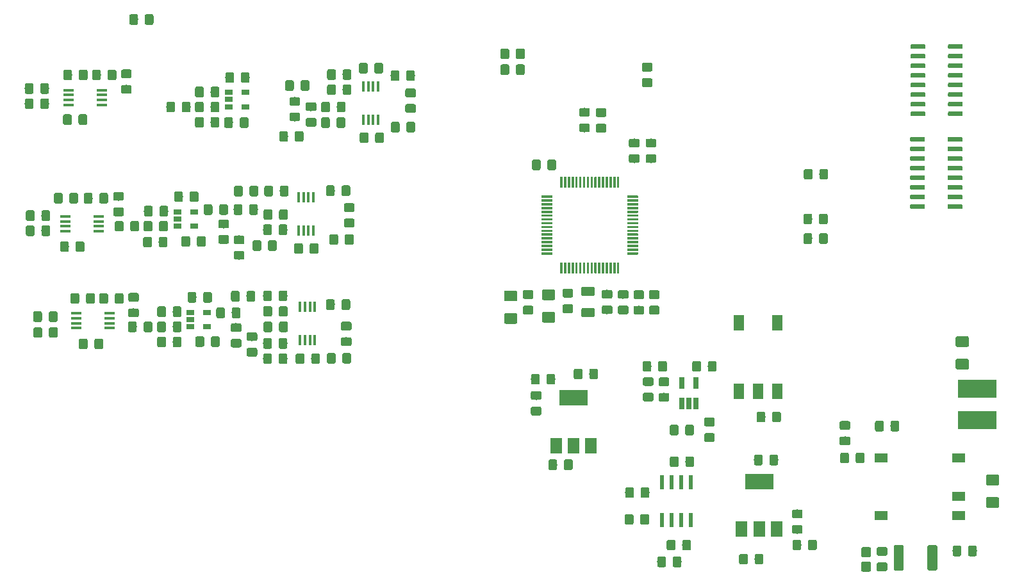
<source format=gbr>
G04 #@! TF.GenerationSoftware,KiCad,Pcbnew,(5.1.4)-1*
G04 #@! TF.CreationDate,2019-11-06T21:27:35+01:00*
G04 #@! TF.ProjectId,HDSEMG,48445345-4d47-42e6-9b69-6361645f7063,rev?*
G04 #@! TF.SameCoordinates,Original*
G04 #@! TF.FileFunction,Paste,Top*
G04 #@! TF.FilePolarity,Positive*
%FSLAX46Y46*%
G04 Gerber Fmt 4.6, Leading zero omitted, Abs format (unit mm)*
G04 Created by KiCad (PCBNEW (5.1.4)-1) date 2019-11-06 21:27:35*
%MOMM*%
%LPD*%
G04 APERTURE LIST*
%ADD10C,0.100000*%
%ADD11C,1.150000*%
%ADD12R,1.450000X0.450000*%
%ADD13R,0.450000X1.450000*%
%ADD14R,1.060000X0.650000*%
%ADD15C,1.300000*%
%ADD16C,1.425000*%
%ADD17C,1.250000*%
%ADD18C,0.300000*%
%ADD19R,5.100000X2.350000*%
%ADD20R,1.800000X1.200000*%
%ADD21R,3.800000X2.000000*%
%ADD22R,1.500000X2.000000*%
%ADD23R,0.650000X1.560000*%
%ADD24R,1.390000X2.090000*%
%ADD25R,0.590000X1.970000*%
%ADD26C,0.600000*%
G04 APERTURE END LIST*
D10*
G36*
X142229505Y-131261204D02*
G01*
X142253773Y-131264804D01*
X142277572Y-131270765D01*
X142300671Y-131279030D01*
X142322850Y-131289520D01*
X142343893Y-131302132D01*
X142363599Y-131316747D01*
X142381777Y-131333223D01*
X142398253Y-131351401D01*
X142412868Y-131371107D01*
X142425480Y-131392150D01*
X142435970Y-131414329D01*
X142444235Y-131437428D01*
X142450196Y-131461227D01*
X142453796Y-131485495D01*
X142455000Y-131509999D01*
X142455000Y-132410001D01*
X142453796Y-132434505D01*
X142450196Y-132458773D01*
X142444235Y-132482572D01*
X142435970Y-132505671D01*
X142425480Y-132527850D01*
X142412868Y-132548893D01*
X142398253Y-132568599D01*
X142381777Y-132586777D01*
X142363599Y-132603253D01*
X142343893Y-132617868D01*
X142322850Y-132630480D01*
X142300671Y-132640970D01*
X142277572Y-132649235D01*
X142253773Y-132655196D01*
X142229505Y-132658796D01*
X142205001Y-132660000D01*
X141554999Y-132660000D01*
X141530495Y-132658796D01*
X141506227Y-132655196D01*
X141482428Y-132649235D01*
X141459329Y-132640970D01*
X141437150Y-132630480D01*
X141416107Y-132617868D01*
X141396401Y-132603253D01*
X141378223Y-132586777D01*
X141361747Y-132568599D01*
X141347132Y-132548893D01*
X141334520Y-132527850D01*
X141324030Y-132505671D01*
X141315765Y-132482572D01*
X141309804Y-132458773D01*
X141306204Y-132434505D01*
X141305000Y-132410001D01*
X141305000Y-131509999D01*
X141306204Y-131485495D01*
X141309804Y-131461227D01*
X141315765Y-131437428D01*
X141324030Y-131414329D01*
X141334520Y-131392150D01*
X141347132Y-131371107D01*
X141361747Y-131351401D01*
X141378223Y-131333223D01*
X141396401Y-131316747D01*
X141416107Y-131302132D01*
X141437150Y-131289520D01*
X141459329Y-131279030D01*
X141482428Y-131270765D01*
X141506227Y-131264804D01*
X141530495Y-131261204D01*
X141554999Y-131260000D01*
X142205001Y-131260000D01*
X142229505Y-131261204D01*
X142229505Y-131261204D01*
G37*
D11*
X141880000Y-131960000D03*
D10*
G36*
X144279505Y-131261204D02*
G01*
X144303773Y-131264804D01*
X144327572Y-131270765D01*
X144350671Y-131279030D01*
X144372850Y-131289520D01*
X144393893Y-131302132D01*
X144413599Y-131316747D01*
X144431777Y-131333223D01*
X144448253Y-131351401D01*
X144462868Y-131371107D01*
X144475480Y-131392150D01*
X144485970Y-131414329D01*
X144494235Y-131437428D01*
X144500196Y-131461227D01*
X144503796Y-131485495D01*
X144505000Y-131509999D01*
X144505000Y-132410001D01*
X144503796Y-132434505D01*
X144500196Y-132458773D01*
X144494235Y-132482572D01*
X144485970Y-132505671D01*
X144475480Y-132527850D01*
X144462868Y-132548893D01*
X144448253Y-132568599D01*
X144431777Y-132586777D01*
X144413599Y-132603253D01*
X144393893Y-132617868D01*
X144372850Y-132630480D01*
X144350671Y-132640970D01*
X144327572Y-132649235D01*
X144303773Y-132655196D01*
X144279505Y-132658796D01*
X144255001Y-132660000D01*
X143604999Y-132660000D01*
X143580495Y-132658796D01*
X143556227Y-132655196D01*
X143532428Y-132649235D01*
X143509329Y-132640970D01*
X143487150Y-132630480D01*
X143466107Y-132617868D01*
X143446401Y-132603253D01*
X143428223Y-132586777D01*
X143411747Y-132568599D01*
X143397132Y-132548893D01*
X143384520Y-132527850D01*
X143374030Y-132505671D01*
X143365765Y-132482572D01*
X143359804Y-132458773D01*
X143356204Y-132434505D01*
X143355000Y-132410001D01*
X143355000Y-131509999D01*
X143356204Y-131485495D01*
X143359804Y-131461227D01*
X143365765Y-131437428D01*
X143374030Y-131414329D01*
X143384520Y-131392150D01*
X143397132Y-131371107D01*
X143411747Y-131351401D01*
X143428223Y-131333223D01*
X143446401Y-131316747D01*
X143466107Y-131302132D01*
X143487150Y-131289520D01*
X143509329Y-131279030D01*
X143532428Y-131270765D01*
X143556227Y-131264804D01*
X143580495Y-131261204D01*
X143604999Y-131260000D01*
X144255001Y-131260000D01*
X144279505Y-131261204D01*
X144279505Y-131261204D01*
G37*
D11*
X143930000Y-131960000D03*
D10*
G36*
X72939505Y-91681204D02*
G01*
X72963773Y-91684804D01*
X72987572Y-91690765D01*
X73010671Y-91699030D01*
X73032850Y-91709520D01*
X73053893Y-91722132D01*
X73073599Y-91736747D01*
X73091777Y-91753223D01*
X73108253Y-91771401D01*
X73122868Y-91791107D01*
X73135480Y-91812150D01*
X73145970Y-91834329D01*
X73154235Y-91857428D01*
X73160196Y-91881227D01*
X73163796Y-91905495D01*
X73165000Y-91929999D01*
X73165000Y-92830001D01*
X73163796Y-92854505D01*
X73160196Y-92878773D01*
X73154235Y-92902572D01*
X73145970Y-92925671D01*
X73135480Y-92947850D01*
X73122868Y-92968893D01*
X73108253Y-92988599D01*
X73091777Y-93006777D01*
X73073599Y-93023253D01*
X73053893Y-93037868D01*
X73032850Y-93050480D01*
X73010671Y-93060970D01*
X72987572Y-93069235D01*
X72963773Y-93075196D01*
X72939505Y-93078796D01*
X72915001Y-93080000D01*
X72264999Y-93080000D01*
X72240495Y-93078796D01*
X72216227Y-93075196D01*
X72192428Y-93069235D01*
X72169329Y-93060970D01*
X72147150Y-93050480D01*
X72126107Y-93037868D01*
X72106401Y-93023253D01*
X72088223Y-93006777D01*
X72071747Y-92988599D01*
X72057132Y-92968893D01*
X72044520Y-92947850D01*
X72034030Y-92925671D01*
X72025765Y-92902572D01*
X72019804Y-92878773D01*
X72016204Y-92854505D01*
X72015000Y-92830001D01*
X72015000Y-91929999D01*
X72016204Y-91905495D01*
X72019804Y-91881227D01*
X72025765Y-91857428D01*
X72034030Y-91834329D01*
X72044520Y-91812150D01*
X72057132Y-91791107D01*
X72071747Y-91771401D01*
X72088223Y-91753223D01*
X72106401Y-91736747D01*
X72126107Y-91722132D01*
X72147150Y-91709520D01*
X72169329Y-91699030D01*
X72192428Y-91690765D01*
X72216227Y-91684804D01*
X72240495Y-91681204D01*
X72264999Y-91680000D01*
X72915001Y-91680000D01*
X72939505Y-91681204D01*
X72939505Y-91681204D01*
G37*
D11*
X72590000Y-92380000D03*
D10*
G36*
X70889505Y-91681204D02*
G01*
X70913773Y-91684804D01*
X70937572Y-91690765D01*
X70960671Y-91699030D01*
X70982850Y-91709520D01*
X71003893Y-91722132D01*
X71023599Y-91736747D01*
X71041777Y-91753223D01*
X71058253Y-91771401D01*
X71072868Y-91791107D01*
X71085480Y-91812150D01*
X71095970Y-91834329D01*
X71104235Y-91857428D01*
X71110196Y-91881227D01*
X71113796Y-91905495D01*
X71115000Y-91929999D01*
X71115000Y-92830001D01*
X71113796Y-92854505D01*
X71110196Y-92878773D01*
X71104235Y-92902572D01*
X71095970Y-92925671D01*
X71085480Y-92947850D01*
X71072868Y-92968893D01*
X71058253Y-92988599D01*
X71041777Y-93006777D01*
X71023599Y-93023253D01*
X71003893Y-93037868D01*
X70982850Y-93050480D01*
X70960671Y-93060970D01*
X70937572Y-93069235D01*
X70913773Y-93075196D01*
X70889505Y-93078796D01*
X70865001Y-93080000D01*
X70214999Y-93080000D01*
X70190495Y-93078796D01*
X70166227Y-93075196D01*
X70142428Y-93069235D01*
X70119329Y-93060970D01*
X70097150Y-93050480D01*
X70076107Y-93037868D01*
X70056401Y-93023253D01*
X70038223Y-93006777D01*
X70021747Y-92988599D01*
X70007132Y-92968893D01*
X69994520Y-92947850D01*
X69984030Y-92925671D01*
X69975765Y-92902572D01*
X69969804Y-92878773D01*
X69966204Y-92854505D01*
X69965000Y-92830001D01*
X69965000Y-91929999D01*
X69966204Y-91905495D01*
X69969804Y-91881227D01*
X69975765Y-91857428D01*
X69984030Y-91834329D01*
X69994520Y-91812150D01*
X70007132Y-91791107D01*
X70021747Y-91771401D01*
X70038223Y-91753223D01*
X70056401Y-91736747D01*
X70076107Y-91722132D01*
X70097150Y-91709520D01*
X70119329Y-91699030D01*
X70142428Y-91690765D01*
X70166227Y-91684804D01*
X70190495Y-91681204D01*
X70214999Y-91680000D01*
X70865001Y-91680000D01*
X70889505Y-91681204D01*
X70889505Y-91681204D01*
G37*
D11*
X70540000Y-92380000D03*
D12*
X46690000Y-101355000D03*
X46690000Y-102005000D03*
X46690000Y-102655000D03*
X46690000Y-103305000D03*
X51090000Y-103305000D03*
X51090000Y-102655000D03*
X51090000Y-102005000D03*
X51090000Y-101355000D03*
D13*
X84590000Y-75730000D03*
X85240000Y-75730000D03*
X85890000Y-75730000D03*
X86540000Y-75730000D03*
X86540000Y-71330000D03*
X85890000Y-71330000D03*
X85240000Y-71330000D03*
X84590000Y-71330000D03*
D10*
G36*
X80589505Y-84431204D02*
G01*
X80613773Y-84434804D01*
X80637572Y-84440765D01*
X80660671Y-84449030D01*
X80682850Y-84459520D01*
X80703893Y-84472132D01*
X80723599Y-84486747D01*
X80741777Y-84503223D01*
X80758253Y-84521401D01*
X80772868Y-84541107D01*
X80785480Y-84562150D01*
X80795970Y-84584329D01*
X80804235Y-84607428D01*
X80810196Y-84631227D01*
X80813796Y-84655495D01*
X80815000Y-84679999D01*
X80815000Y-85580001D01*
X80813796Y-85604505D01*
X80810196Y-85628773D01*
X80804235Y-85652572D01*
X80795970Y-85675671D01*
X80785480Y-85697850D01*
X80772868Y-85718893D01*
X80758253Y-85738599D01*
X80741777Y-85756777D01*
X80723599Y-85773253D01*
X80703893Y-85787868D01*
X80682850Y-85800480D01*
X80660671Y-85810970D01*
X80637572Y-85819235D01*
X80613773Y-85825196D01*
X80589505Y-85828796D01*
X80565001Y-85830000D01*
X79914999Y-85830000D01*
X79890495Y-85828796D01*
X79866227Y-85825196D01*
X79842428Y-85819235D01*
X79819329Y-85810970D01*
X79797150Y-85800480D01*
X79776107Y-85787868D01*
X79756401Y-85773253D01*
X79738223Y-85756777D01*
X79721747Y-85738599D01*
X79707132Y-85718893D01*
X79694520Y-85697850D01*
X79684030Y-85675671D01*
X79675765Y-85652572D01*
X79669804Y-85628773D01*
X79666204Y-85604505D01*
X79665000Y-85580001D01*
X79665000Y-84679999D01*
X79666204Y-84655495D01*
X79669804Y-84631227D01*
X79675765Y-84607428D01*
X79684030Y-84584329D01*
X79694520Y-84562150D01*
X79707132Y-84541107D01*
X79721747Y-84521401D01*
X79738223Y-84503223D01*
X79756401Y-84486747D01*
X79776107Y-84472132D01*
X79797150Y-84459520D01*
X79819329Y-84449030D01*
X79842428Y-84440765D01*
X79866227Y-84434804D01*
X79890495Y-84431204D01*
X79914999Y-84430000D01*
X80565001Y-84430000D01*
X80589505Y-84431204D01*
X80589505Y-84431204D01*
G37*
D11*
X80240000Y-85130000D03*
D10*
G36*
X82639505Y-84431204D02*
G01*
X82663773Y-84434804D01*
X82687572Y-84440765D01*
X82710671Y-84449030D01*
X82732850Y-84459520D01*
X82753893Y-84472132D01*
X82773599Y-84486747D01*
X82791777Y-84503223D01*
X82808253Y-84521401D01*
X82822868Y-84541107D01*
X82835480Y-84562150D01*
X82845970Y-84584329D01*
X82854235Y-84607428D01*
X82860196Y-84631227D01*
X82863796Y-84655495D01*
X82865000Y-84679999D01*
X82865000Y-85580001D01*
X82863796Y-85604505D01*
X82860196Y-85628773D01*
X82854235Y-85652572D01*
X82845970Y-85675671D01*
X82835480Y-85697850D01*
X82822868Y-85718893D01*
X82808253Y-85738599D01*
X82791777Y-85756777D01*
X82773599Y-85773253D01*
X82753893Y-85787868D01*
X82732850Y-85800480D01*
X82710671Y-85810970D01*
X82687572Y-85819235D01*
X82663773Y-85825196D01*
X82639505Y-85828796D01*
X82615001Y-85830000D01*
X81964999Y-85830000D01*
X81940495Y-85828796D01*
X81916227Y-85825196D01*
X81892428Y-85819235D01*
X81869329Y-85810970D01*
X81847150Y-85800480D01*
X81826107Y-85787868D01*
X81806401Y-85773253D01*
X81788223Y-85756777D01*
X81771747Y-85738599D01*
X81757132Y-85718893D01*
X81744520Y-85697850D01*
X81734030Y-85675671D01*
X81725765Y-85652572D01*
X81719804Y-85628773D01*
X81716204Y-85604505D01*
X81715000Y-85580001D01*
X81715000Y-84679999D01*
X81716204Y-84655495D01*
X81719804Y-84631227D01*
X81725765Y-84607428D01*
X81734030Y-84584329D01*
X81744520Y-84562150D01*
X81757132Y-84541107D01*
X81771747Y-84521401D01*
X81788223Y-84503223D01*
X81806401Y-84486747D01*
X81826107Y-84472132D01*
X81847150Y-84459520D01*
X81869329Y-84449030D01*
X81892428Y-84440765D01*
X81916227Y-84434804D01*
X81940495Y-84431204D01*
X81964999Y-84430000D01*
X82615001Y-84430000D01*
X82639505Y-84431204D01*
X82639505Y-84431204D01*
G37*
D11*
X82290000Y-85130000D03*
D14*
X61740000Y-101230000D03*
X61740000Y-102180000D03*
X61740000Y-103130000D03*
X63940000Y-103130000D03*
X63940000Y-101230000D03*
D10*
G36*
X81039505Y-90881204D02*
G01*
X81063773Y-90884804D01*
X81087572Y-90890765D01*
X81110671Y-90899030D01*
X81132850Y-90909520D01*
X81153893Y-90922132D01*
X81173599Y-90936747D01*
X81191777Y-90953223D01*
X81208253Y-90971401D01*
X81222868Y-90991107D01*
X81235480Y-91012150D01*
X81245970Y-91034329D01*
X81254235Y-91057428D01*
X81260196Y-91081227D01*
X81263796Y-91105495D01*
X81265000Y-91129999D01*
X81265000Y-92030001D01*
X81263796Y-92054505D01*
X81260196Y-92078773D01*
X81254235Y-92102572D01*
X81245970Y-92125671D01*
X81235480Y-92147850D01*
X81222868Y-92168893D01*
X81208253Y-92188599D01*
X81191777Y-92206777D01*
X81173599Y-92223253D01*
X81153893Y-92237868D01*
X81132850Y-92250480D01*
X81110671Y-92260970D01*
X81087572Y-92269235D01*
X81063773Y-92275196D01*
X81039505Y-92278796D01*
X81015001Y-92280000D01*
X80364999Y-92280000D01*
X80340495Y-92278796D01*
X80316227Y-92275196D01*
X80292428Y-92269235D01*
X80269329Y-92260970D01*
X80247150Y-92250480D01*
X80226107Y-92237868D01*
X80206401Y-92223253D01*
X80188223Y-92206777D01*
X80171747Y-92188599D01*
X80157132Y-92168893D01*
X80144520Y-92147850D01*
X80134030Y-92125671D01*
X80125765Y-92102572D01*
X80119804Y-92078773D01*
X80116204Y-92054505D01*
X80115000Y-92030001D01*
X80115000Y-91129999D01*
X80116204Y-91105495D01*
X80119804Y-91081227D01*
X80125765Y-91057428D01*
X80134030Y-91034329D01*
X80144520Y-91012150D01*
X80157132Y-90991107D01*
X80171747Y-90971401D01*
X80188223Y-90953223D01*
X80206401Y-90936747D01*
X80226107Y-90922132D01*
X80247150Y-90909520D01*
X80269329Y-90899030D01*
X80292428Y-90890765D01*
X80316227Y-90884804D01*
X80340495Y-90881204D01*
X80364999Y-90880000D01*
X81015001Y-90880000D01*
X81039505Y-90881204D01*
X81039505Y-90881204D01*
G37*
D11*
X80690000Y-91580000D03*
D10*
G36*
X83089505Y-90881204D02*
G01*
X83113773Y-90884804D01*
X83137572Y-90890765D01*
X83160671Y-90899030D01*
X83182850Y-90909520D01*
X83203893Y-90922132D01*
X83223599Y-90936747D01*
X83241777Y-90953223D01*
X83258253Y-90971401D01*
X83272868Y-90991107D01*
X83285480Y-91012150D01*
X83295970Y-91034329D01*
X83304235Y-91057428D01*
X83310196Y-91081227D01*
X83313796Y-91105495D01*
X83315000Y-91129999D01*
X83315000Y-92030001D01*
X83313796Y-92054505D01*
X83310196Y-92078773D01*
X83304235Y-92102572D01*
X83295970Y-92125671D01*
X83285480Y-92147850D01*
X83272868Y-92168893D01*
X83258253Y-92188599D01*
X83241777Y-92206777D01*
X83223599Y-92223253D01*
X83203893Y-92237868D01*
X83182850Y-92250480D01*
X83160671Y-92260970D01*
X83137572Y-92269235D01*
X83113773Y-92275196D01*
X83089505Y-92278796D01*
X83065001Y-92280000D01*
X82414999Y-92280000D01*
X82390495Y-92278796D01*
X82366227Y-92275196D01*
X82342428Y-92269235D01*
X82319329Y-92260970D01*
X82297150Y-92250480D01*
X82276107Y-92237868D01*
X82256401Y-92223253D01*
X82238223Y-92206777D01*
X82221747Y-92188599D01*
X82207132Y-92168893D01*
X82194520Y-92147850D01*
X82184030Y-92125671D01*
X82175765Y-92102572D01*
X82169804Y-92078773D01*
X82166204Y-92054505D01*
X82165000Y-92030001D01*
X82165000Y-91129999D01*
X82166204Y-91105495D01*
X82169804Y-91081227D01*
X82175765Y-91057428D01*
X82184030Y-91034329D01*
X82194520Y-91012150D01*
X82207132Y-90991107D01*
X82221747Y-90971401D01*
X82238223Y-90953223D01*
X82256401Y-90936747D01*
X82276107Y-90922132D01*
X82297150Y-90909520D01*
X82319329Y-90899030D01*
X82342428Y-90890765D01*
X82366227Y-90884804D01*
X82390495Y-90881204D01*
X82414999Y-90880000D01*
X83065001Y-90880000D01*
X83089505Y-90881204D01*
X83089505Y-90881204D01*
G37*
D11*
X82740000Y-91580000D03*
D10*
G36*
X72289505Y-89581204D02*
G01*
X72313773Y-89584804D01*
X72337572Y-89590765D01*
X72360671Y-89599030D01*
X72382850Y-89609520D01*
X72403893Y-89622132D01*
X72423599Y-89636747D01*
X72441777Y-89653223D01*
X72458253Y-89671401D01*
X72472868Y-89691107D01*
X72485480Y-89712150D01*
X72495970Y-89734329D01*
X72504235Y-89757428D01*
X72510196Y-89781227D01*
X72513796Y-89805495D01*
X72515000Y-89829999D01*
X72515000Y-90730001D01*
X72513796Y-90754505D01*
X72510196Y-90778773D01*
X72504235Y-90802572D01*
X72495970Y-90825671D01*
X72485480Y-90847850D01*
X72472868Y-90868893D01*
X72458253Y-90888599D01*
X72441777Y-90906777D01*
X72423599Y-90923253D01*
X72403893Y-90937868D01*
X72382850Y-90950480D01*
X72360671Y-90960970D01*
X72337572Y-90969235D01*
X72313773Y-90975196D01*
X72289505Y-90978796D01*
X72265001Y-90980000D01*
X71614999Y-90980000D01*
X71590495Y-90978796D01*
X71566227Y-90975196D01*
X71542428Y-90969235D01*
X71519329Y-90960970D01*
X71497150Y-90950480D01*
X71476107Y-90937868D01*
X71456401Y-90923253D01*
X71438223Y-90906777D01*
X71421747Y-90888599D01*
X71407132Y-90868893D01*
X71394520Y-90847850D01*
X71384030Y-90825671D01*
X71375765Y-90802572D01*
X71369804Y-90778773D01*
X71366204Y-90754505D01*
X71365000Y-90730001D01*
X71365000Y-89829999D01*
X71366204Y-89805495D01*
X71369804Y-89781227D01*
X71375765Y-89757428D01*
X71384030Y-89734329D01*
X71394520Y-89712150D01*
X71407132Y-89691107D01*
X71421747Y-89671401D01*
X71438223Y-89653223D01*
X71456401Y-89636747D01*
X71476107Y-89622132D01*
X71497150Y-89609520D01*
X71519329Y-89599030D01*
X71542428Y-89590765D01*
X71566227Y-89584804D01*
X71590495Y-89581204D01*
X71614999Y-89580000D01*
X72265001Y-89580000D01*
X72289505Y-89581204D01*
X72289505Y-89581204D01*
G37*
D11*
X71940000Y-90280000D03*
D10*
G36*
X74339505Y-89581204D02*
G01*
X74363773Y-89584804D01*
X74387572Y-89590765D01*
X74410671Y-89599030D01*
X74432850Y-89609520D01*
X74453893Y-89622132D01*
X74473599Y-89636747D01*
X74491777Y-89653223D01*
X74508253Y-89671401D01*
X74522868Y-89691107D01*
X74535480Y-89712150D01*
X74545970Y-89734329D01*
X74554235Y-89757428D01*
X74560196Y-89781227D01*
X74563796Y-89805495D01*
X74565000Y-89829999D01*
X74565000Y-90730001D01*
X74563796Y-90754505D01*
X74560196Y-90778773D01*
X74554235Y-90802572D01*
X74545970Y-90825671D01*
X74535480Y-90847850D01*
X74522868Y-90868893D01*
X74508253Y-90888599D01*
X74491777Y-90906777D01*
X74473599Y-90923253D01*
X74453893Y-90937868D01*
X74432850Y-90950480D01*
X74410671Y-90960970D01*
X74387572Y-90969235D01*
X74363773Y-90975196D01*
X74339505Y-90978796D01*
X74315001Y-90980000D01*
X73664999Y-90980000D01*
X73640495Y-90978796D01*
X73616227Y-90975196D01*
X73592428Y-90969235D01*
X73569329Y-90960970D01*
X73547150Y-90950480D01*
X73526107Y-90937868D01*
X73506401Y-90923253D01*
X73488223Y-90906777D01*
X73471747Y-90888599D01*
X73457132Y-90868893D01*
X73444520Y-90847850D01*
X73434030Y-90825671D01*
X73425765Y-90802572D01*
X73419804Y-90778773D01*
X73416204Y-90754505D01*
X73415000Y-90730001D01*
X73415000Y-89829999D01*
X73416204Y-89805495D01*
X73419804Y-89781227D01*
X73425765Y-89757428D01*
X73434030Y-89734329D01*
X73444520Y-89712150D01*
X73457132Y-89691107D01*
X73471747Y-89671401D01*
X73488223Y-89653223D01*
X73506401Y-89636747D01*
X73526107Y-89622132D01*
X73547150Y-89609520D01*
X73569329Y-89599030D01*
X73592428Y-89590765D01*
X73616227Y-89584804D01*
X73640495Y-89581204D01*
X73664999Y-89580000D01*
X74315001Y-89580000D01*
X74339505Y-89581204D01*
X74339505Y-89581204D01*
G37*
D11*
X73990000Y-90280000D03*
D12*
X45690000Y-71830000D03*
X45690000Y-72480000D03*
X45690000Y-73130000D03*
X45690000Y-73780000D03*
X50090000Y-73780000D03*
X50090000Y-73130000D03*
X50090000Y-72480000D03*
X50090000Y-71830000D03*
D13*
X76040000Y-90430000D03*
X76690000Y-90430000D03*
X77340000Y-90430000D03*
X77990000Y-90430000D03*
X77990000Y-86030000D03*
X77340000Y-86030000D03*
X76690000Y-86030000D03*
X76040000Y-86030000D03*
D10*
G36*
X70489505Y-84481204D02*
G01*
X70513773Y-84484804D01*
X70537572Y-84490765D01*
X70560671Y-84499030D01*
X70582850Y-84509520D01*
X70603893Y-84522132D01*
X70623599Y-84536747D01*
X70641777Y-84553223D01*
X70658253Y-84571401D01*
X70672868Y-84591107D01*
X70685480Y-84612150D01*
X70695970Y-84634329D01*
X70704235Y-84657428D01*
X70710196Y-84681227D01*
X70713796Y-84705495D01*
X70715000Y-84729999D01*
X70715000Y-85630001D01*
X70713796Y-85654505D01*
X70710196Y-85678773D01*
X70704235Y-85702572D01*
X70695970Y-85725671D01*
X70685480Y-85747850D01*
X70672868Y-85768893D01*
X70658253Y-85788599D01*
X70641777Y-85806777D01*
X70623599Y-85823253D01*
X70603893Y-85837868D01*
X70582850Y-85850480D01*
X70560671Y-85860970D01*
X70537572Y-85869235D01*
X70513773Y-85875196D01*
X70489505Y-85878796D01*
X70465001Y-85880000D01*
X69814999Y-85880000D01*
X69790495Y-85878796D01*
X69766227Y-85875196D01*
X69742428Y-85869235D01*
X69719329Y-85860970D01*
X69697150Y-85850480D01*
X69676107Y-85837868D01*
X69656401Y-85823253D01*
X69638223Y-85806777D01*
X69621747Y-85788599D01*
X69607132Y-85768893D01*
X69594520Y-85747850D01*
X69584030Y-85725671D01*
X69575765Y-85702572D01*
X69569804Y-85678773D01*
X69566204Y-85654505D01*
X69565000Y-85630001D01*
X69565000Y-84729999D01*
X69566204Y-84705495D01*
X69569804Y-84681227D01*
X69575765Y-84657428D01*
X69584030Y-84634329D01*
X69594520Y-84612150D01*
X69607132Y-84591107D01*
X69621747Y-84571401D01*
X69638223Y-84553223D01*
X69656401Y-84536747D01*
X69676107Y-84522132D01*
X69697150Y-84509520D01*
X69719329Y-84499030D01*
X69742428Y-84490765D01*
X69766227Y-84484804D01*
X69790495Y-84481204D01*
X69814999Y-84480000D01*
X70465001Y-84480000D01*
X70489505Y-84481204D01*
X70489505Y-84481204D01*
G37*
D11*
X70140000Y-85180000D03*
D10*
G36*
X68439505Y-84481204D02*
G01*
X68463773Y-84484804D01*
X68487572Y-84490765D01*
X68510671Y-84499030D01*
X68532850Y-84509520D01*
X68553893Y-84522132D01*
X68573599Y-84536747D01*
X68591777Y-84553223D01*
X68608253Y-84571401D01*
X68622868Y-84591107D01*
X68635480Y-84612150D01*
X68645970Y-84634329D01*
X68654235Y-84657428D01*
X68660196Y-84681227D01*
X68663796Y-84705495D01*
X68665000Y-84729999D01*
X68665000Y-85630001D01*
X68663796Y-85654505D01*
X68660196Y-85678773D01*
X68654235Y-85702572D01*
X68645970Y-85725671D01*
X68635480Y-85747850D01*
X68622868Y-85768893D01*
X68608253Y-85788599D01*
X68591777Y-85806777D01*
X68573599Y-85823253D01*
X68553893Y-85837868D01*
X68532850Y-85850480D01*
X68510671Y-85860970D01*
X68487572Y-85869235D01*
X68463773Y-85875196D01*
X68439505Y-85878796D01*
X68415001Y-85880000D01*
X67764999Y-85880000D01*
X67740495Y-85878796D01*
X67716227Y-85875196D01*
X67692428Y-85869235D01*
X67669329Y-85860970D01*
X67647150Y-85850480D01*
X67626107Y-85837868D01*
X67606401Y-85823253D01*
X67588223Y-85806777D01*
X67571747Y-85788599D01*
X67557132Y-85768893D01*
X67544520Y-85747850D01*
X67534030Y-85725671D01*
X67525765Y-85702572D01*
X67519804Y-85678773D01*
X67516204Y-85654505D01*
X67515000Y-85630001D01*
X67515000Y-84729999D01*
X67516204Y-84705495D01*
X67519804Y-84681227D01*
X67525765Y-84657428D01*
X67534030Y-84634329D01*
X67544520Y-84612150D01*
X67557132Y-84591107D01*
X67571747Y-84571401D01*
X67588223Y-84553223D01*
X67606401Y-84536747D01*
X67626107Y-84522132D01*
X67647150Y-84509520D01*
X67669329Y-84499030D01*
X67692428Y-84490765D01*
X67716227Y-84484804D01*
X67740495Y-84481204D01*
X67764999Y-84480000D01*
X68415001Y-84480000D01*
X68439505Y-84481204D01*
X68439505Y-84481204D01*
G37*
D11*
X68090000Y-85180000D03*
D12*
X49640000Y-88530000D03*
X49640000Y-89180000D03*
X49640000Y-89830000D03*
X49640000Y-90480000D03*
X45240000Y-90480000D03*
X45240000Y-89830000D03*
X45240000Y-89180000D03*
X45240000Y-88530000D03*
D14*
X60040000Y-87930000D03*
X60040000Y-88880000D03*
X60040000Y-89830000D03*
X62240000Y-89830000D03*
X62240000Y-87930000D03*
D13*
X76240000Y-100480000D03*
X76890000Y-100480000D03*
X77540000Y-100480000D03*
X78190000Y-100480000D03*
X78190000Y-104880000D03*
X77540000Y-104880000D03*
X76890000Y-104880000D03*
X76240000Y-104880000D03*
D10*
G36*
X70439505Y-86931204D02*
G01*
X70463773Y-86934804D01*
X70487572Y-86940765D01*
X70510671Y-86949030D01*
X70532850Y-86959520D01*
X70553893Y-86972132D01*
X70573599Y-86986747D01*
X70591777Y-87003223D01*
X70608253Y-87021401D01*
X70622868Y-87041107D01*
X70635480Y-87062150D01*
X70645970Y-87084329D01*
X70654235Y-87107428D01*
X70660196Y-87131227D01*
X70663796Y-87155495D01*
X70665000Y-87179999D01*
X70665000Y-88080001D01*
X70663796Y-88104505D01*
X70660196Y-88128773D01*
X70654235Y-88152572D01*
X70645970Y-88175671D01*
X70635480Y-88197850D01*
X70622868Y-88218893D01*
X70608253Y-88238599D01*
X70591777Y-88256777D01*
X70573599Y-88273253D01*
X70553893Y-88287868D01*
X70532850Y-88300480D01*
X70510671Y-88310970D01*
X70487572Y-88319235D01*
X70463773Y-88325196D01*
X70439505Y-88328796D01*
X70415001Y-88330000D01*
X69764999Y-88330000D01*
X69740495Y-88328796D01*
X69716227Y-88325196D01*
X69692428Y-88319235D01*
X69669329Y-88310970D01*
X69647150Y-88300480D01*
X69626107Y-88287868D01*
X69606401Y-88273253D01*
X69588223Y-88256777D01*
X69571747Y-88238599D01*
X69557132Y-88218893D01*
X69544520Y-88197850D01*
X69534030Y-88175671D01*
X69525765Y-88152572D01*
X69519804Y-88128773D01*
X69516204Y-88104505D01*
X69515000Y-88080001D01*
X69515000Y-87179999D01*
X69516204Y-87155495D01*
X69519804Y-87131227D01*
X69525765Y-87107428D01*
X69534030Y-87084329D01*
X69544520Y-87062150D01*
X69557132Y-87041107D01*
X69571747Y-87021401D01*
X69588223Y-87003223D01*
X69606401Y-86986747D01*
X69626107Y-86972132D01*
X69647150Y-86959520D01*
X69669329Y-86949030D01*
X69692428Y-86940765D01*
X69716227Y-86934804D01*
X69740495Y-86931204D01*
X69764999Y-86930000D01*
X70415001Y-86930000D01*
X70439505Y-86931204D01*
X70439505Y-86931204D01*
G37*
D11*
X70090000Y-87630000D03*
D10*
G36*
X68389505Y-86931204D02*
G01*
X68413773Y-86934804D01*
X68437572Y-86940765D01*
X68460671Y-86949030D01*
X68482850Y-86959520D01*
X68503893Y-86972132D01*
X68523599Y-86986747D01*
X68541777Y-87003223D01*
X68558253Y-87021401D01*
X68572868Y-87041107D01*
X68585480Y-87062150D01*
X68595970Y-87084329D01*
X68604235Y-87107428D01*
X68610196Y-87131227D01*
X68613796Y-87155495D01*
X68615000Y-87179999D01*
X68615000Y-88080001D01*
X68613796Y-88104505D01*
X68610196Y-88128773D01*
X68604235Y-88152572D01*
X68595970Y-88175671D01*
X68585480Y-88197850D01*
X68572868Y-88218893D01*
X68558253Y-88238599D01*
X68541777Y-88256777D01*
X68523599Y-88273253D01*
X68503893Y-88287868D01*
X68482850Y-88300480D01*
X68460671Y-88310970D01*
X68437572Y-88319235D01*
X68413773Y-88325196D01*
X68389505Y-88328796D01*
X68365001Y-88330000D01*
X67714999Y-88330000D01*
X67690495Y-88328796D01*
X67666227Y-88325196D01*
X67642428Y-88319235D01*
X67619329Y-88310970D01*
X67597150Y-88300480D01*
X67576107Y-88287868D01*
X67556401Y-88273253D01*
X67538223Y-88256777D01*
X67521747Y-88238599D01*
X67507132Y-88218893D01*
X67494520Y-88197850D01*
X67484030Y-88175671D01*
X67475765Y-88152572D01*
X67469804Y-88128773D01*
X67466204Y-88104505D01*
X67465000Y-88080001D01*
X67465000Y-87179999D01*
X67466204Y-87155495D01*
X67469804Y-87131227D01*
X67475765Y-87107428D01*
X67484030Y-87084329D01*
X67494520Y-87062150D01*
X67507132Y-87041107D01*
X67521747Y-87021401D01*
X67538223Y-87003223D01*
X67556401Y-86986747D01*
X67576107Y-86972132D01*
X67597150Y-86959520D01*
X67619329Y-86949030D01*
X67642428Y-86940765D01*
X67666227Y-86934804D01*
X67690495Y-86931204D01*
X67714999Y-86930000D01*
X68365001Y-86930000D01*
X68389505Y-86931204D01*
X68389505Y-86931204D01*
G37*
D11*
X68040000Y-87630000D03*
D14*
X68990000Y-72130000D03*
X68990000Y-74030000D03*
X66790000Y-74030000D03*
X66790000Y-73080000D03*
X66790000Y-72130000D03*
D10*
G36*
X105689505Y-66331204D02*
G01*
X105713773Y-66334804D01*
X105737572Y-66340765D01*
X105760671Y-66349030D01*
X105782850Y-66359520D01*
X105803893Y-66372132D01*
X105823599Y-66386747D01*
X105841777Y-66403223D01*
X105858253Y-66421401D01*
X105872868Y-66441107D01*
X105885480Y-66462150D01*
X105895970Y-66484329D01*
X105904235Y-66507428D01*
X105910196Y-66531227D01*
X105913796Y-66555495D01*
X105915000Y-66579999D01*
X105915000Y-67480001D01*
X105913796Y-67504505D01*
X105910196Y-67528773D01*
X105904235Y-67552572D01*
X105895970Y-67575671D01*
X105885480Y-67597850D01*
X105872868Y-67618893D01*
X105858253Y-67638599D01*
X105841777Y-67656777D01*
X105823599Y-67673253D01*
X105803893Y-67687868D01*
X105782850Y-67700480D01*
X105760671Y-67710970D01*
X105737572Y-67719235D01*
X105713773Y-67725196D01*
X105689505Y-67728796D01*
X105665001Y-67730000D01*
X105014999Y-67730000D01*
X104990495Y-67728796D01*
X104966227Y-67725196D01*
X104942428Y-67719235D01*
X104919329Y-67710970D01*
X104897150Y-67700480D01*
X104876107Y-67687868D01*
X104856401Y-67673253D01*
X104838223Y-67656777D01*
X104821747Y-67638599D01*
X104807132Y-67618893D01*
X104794520Y-67597850D01*
X104784030Y-67575671D01*
X104775765Y-67552572D01*
X104769804Y-67528773D01*
X104766204Y-67504505D01*
X104765000Y-67480001D01*
X104765000Y-66579999D01*
X104766204Y-66555495D01*
X104769804Y-66531227D01*
X104775765Y-66507428D01*
X104784030Y-66484329D01*
X104794520Y-66462150D01*
X104807132Y-66441107D01*
X104821747Y-66421401D01*
X104838223Y-66403223D01*
X104856401Y-66386747D01*
X104876107Y-66372132D01*
X104897150Y-66359520D01*
X104919329Y-66349030D01*
X104942428Y-66340765D01*
X104966227Y-66334804D01*
X104990495Y-66331204D01*
X105014999Y-66330000D01*
X105665001Y-66330000D01*
X105689505Y-66331204D01*
X105689505Y-66331204D01*
G37*
D11*
X105340000Y-67030000D03*
D10*
G36*
X103639505Y-66331204D02*
G01*
X103663773Y-66334804D01*
X103687572Y-66340765D01*
X103710671Y-66349030D01*
X103732850Y-66359520D01*
X103753893Y-66372132D01*
X103773599Y-66386747D01*
X103791777Y-66403223D01*
X103808253Y-66421401D01*
X103822868Y-66441107D01*
X103835480Y-66462150D01*
X103845970Y-66484329D01*
X103854235Y-66507428D01*
X103860196Y-66531227D01*
X103863796Y-66555495D01*
X103865000Y-66579999D01*
X103865000Y-67480001D01*
X103863796Y-67504505D01*
X103860196Y-67528773D01*
X103854235Y-67552572D01*
X103845970Y-67575671D01*
X103835480Y-67597850D01*
X103822868Y-67618893D01*
X103808253Y-67638599D01*
X103791777Y-67656777D01*
X103773599Y-67673253D01*
X103753893Y-67687868D01*
X103732850Y-67700480D01*
X103710671Y-67710970D01*
X103687572Y-67719235D01*
X103663773Y-67725196D01*
X103639505Y-67728796D01*
X103615001Y-67730000D01*
X102964999Y-67730000D01*
X102940495Y-67728796D01*
X102916227Y-67725196D01*
X102892428Y-67719235D01*
X102869329Y-67710970D01*
X102847150Y-67700480D01*
X102826107Y-67687868D01*
X102806401Y-67673253D01*
X102788223Y-67656777D01*
X102771747Y-67638599D01*
X102757132Y-67618893D01*
X102744520Y-67597850D01*
X102734030Y-67575671D01*
X102725765Y-67552572D01*
X102719804Y-67528773D01*
X102716204Y-67504505D01*
X102715000Y-67480001D01*
X102715000Y-66579999D01*
X102716204Y-66555495D01*
X102719804Y-66531227D01*
X102725765Y-66507428D01*
X102734030Y-66484329D01*
X102744520Y-66462150D01*
X102757132Y-66441107D01*
X102771747Y-66421401D01*
X102788223Y-66403223D01*
X102806401Y-66386747D01*
X102826107Y-66372132D01*
X102847150Y-66359520D01*
X102869329Y-66349030D01*
X102892428Y-66340765D01*
X102916227Y-66334804D01*
X102940495Y-66331204D01*
X102964999Y-66330000D01*
X103615001Y-66330000D01*
X103639505Y-66331204D01*
X103639505Y-66331204D01*
G37*
D11*
X103290000Y-67030000D03*
D10*
G36*
X76014505Y-72756204D02*
G01*
X76038773Y-72759804D01*
X76062572Y-72765765D01*
X76085671Y-72774030D01*
X76107850Y-72784520D01*
X76128893Y-72797132D01*
X76148599Y-72811747D01*
X76166777Y-72828223D01*
X76183253Y-72846401D01*
X76197868Y-72866107D01*
X76210480Y-72887150D01*
X76220970Y-72909329D01*
X76229235Y-72932428D01*
X76235196Y-72956227D01*
X76238796Y-72980495D01*
X76240000Y-73004999D01*
X76240000Y-73655001D01*
X76238796Y-73679505D01*
X76235196Y-73703773D01*
X76229235Y-73727572D01*
X76220970Y-73750671D01*
X76210480Y-73772850D01*
X76197868Y-73793893D01*
X76183253Y-73813599D01*
X76166777Y-73831777D01*
X76148599Y-73848253D01*
X76128893Y-73862868D01*
X76107850Y-73875480D01*
X76085671Y-73885970D01*
X76062572Y-73894235D01*
X76038773Y-73900196D01*
X76014505Y-73903796D01*
X75990001Y-73905000D01*
X75089999Y-73905000D01*
X75065495Y-73903796D01*
X75041227Y-73900196D01*
X75017428Y-73894235D01*
X74994329Y-73885970D01*
X74972150Y-73875480D01*
X74951107Y-73862868D01*
X74931401Y-73848253D01*
X74913223Y-73831777D01*
X74896747Y-73813599D01*
X74882132Y-73793893D01*
X74869520Y-73772850D01*
X74859030Y-73750671D01*
X74850765Y-73727572D01*
X74844804Y-73703773D01*
X74841204Y-73679505D01*
X74840000Y-73655001D01*
X74840000Y-73004999D01*
X74841204Y-72980495D01*
X74844804Y-72956227D01*
X74850765Y-72932428D01*
X74859030Y-72909329D01*
X74869520Y-72887150D01*
X74882132Y-72866107D01*
X74896747Y-72846401D01*
X74913223Y-72828223D01*
X74931401Y-72811747D01*
X74951107Y-72797132D01*
X74972150Y-72784520D01*
X74994329Y-72774030D01*
X75017428Y-72765765D01*
X75041227Y-72759804D01*
X75065495Y-72756204D01*
X75089999Y-72755000D01*
X75990001Y-72755000D01*
X76014505Y-72756204D01*
X76014505Y-72756204D01*
G37*
D11*
X75540000Y-73330000D03*
D10*
G36*
X76014505Y-74806204D02*
G01*
X76038773Y-74809804D01*
X76062572Y-74815765D01*
X76085671Y-74824030D01*
X76107850Y-74834520D01*
X76128893Y-74847132D01*
X76148599Y-74861747D01*
X76166777Y-74878223D01*
X76183253Y-74896401D01*
X76197868Y-74916107D01*
X76210480Y-74937150D01*
X76220970Y-74959329D01*
X76229235Y-74982428D01*
X76235196Y-75006227D01*
X76238796Y-75030495D01*
X76240000Y-75054999D01*
X76240000Y-75705001D01*
X76238796Y-75729505D01*
X76235196Y-75753773D01*
X76229235Y-75777572D01*
X76220970Y-75800671D01*
X76210480Y-75822850D01*
X76197868Y-75843893D01*
X76183253Y-75863599D01*
X76166777Y-75881777D01*
X76148599Y-75898253D01*
X76128893Y-75912868D01*
X76107850Y-75925480D01*
X76085671Y-75935970D01*
X76062572Y-75944235D01*
X76038773Y-75950196D01*
X76014505Y-75953796D01*
X75990001Y-75955000D01*
X75089999Y-75955000D01*
X75065495Y-75953796D01*
X75041227Y-75950196D01*
X75017428Y-75944235D01*
X74994329Y-75935970D01*
X74972150Y-75925480D01*
X74951107Y-75912868D01*
X74931401Y-75898253D01*
X74913223Y-75881777D01*
X74896747Y-75863599D01*
X74882132Y-75843893D01*
X74869520Y-75822850D01*
X74859030Y-75800671D01*
X74850765Y-75777572D01*
X74844804Y-75753773D01*
X74841204Y-75729505D01*
X74840000Y-75705001D01*
X74840000Y-75054999D01*
X74841204Y-75030495D01*
X74844804Y-75006227D01*
X74850765Y-74982428D01*
X74859030Y-74959329D01*
X74869520Y-74937150D01*
X74882132Y-74916107D01*
X74896747Y-74896401D01*
X74913223Y-74878223D01*
X74931401Y-74861747D01*
X74951107Y-74847132D01*
X74972150Y-74834520D01*
X74994329Y-74824030D01*
X75017428Y-74815765D01*
X75041227Y-74809804D01*
X75065495Y-74806204D01*
X75089999Y-74805000D01*
X75990001Y-74805000D01*
X76014505Y-74806204D01*
X76014505Y-74806204D01*
G37*
D11*
X75540000Y-75380000D03*
D10*
G36*
X47939505Y-69131204D02*
G01*
X47963773Y-69134804D01*
X47987572Y-69140765D01*
X48010671Y-69149030D01*
X48032850Y-69159520D01*
X48053893Y-69172132D01*
X48073599Y-69186747D01*
X48091777Y-69203223D01*
X48108253Y-69221401D01*
X48122868Y-69241107D01*
X48135480Y-69262150D01*
X48145970Y-69284329D01*
X48154235Y-69307428D01*
X48160196Y-69331227D01*
X48163796Y-69355495D01*
X48165000Y-69379999D01*
X48165000Y-70280001D01*
X48163796Y-70304505D01*
X48160196Y-70328773D01*
X48154235Y-70352572D01*
X48145970Y-70375671D01*
X48135480Y-70397850D01*
X48122868Y-70418893D01*
X48108253Y-70438599D01*
X48091777Y-70456777D01*
X48073599Y-70473253D01*
X48053893Y-70487868D01*
X48032850Y-70500480D01*
X48010671Y-70510970D01*
X47987572Y-70519235D01*
X47963773Y-70525196D01*
X47939505Y-70528796D01*
X47915001Y-70530000D01*
X47264999Y-70530000D01*
X47240495Y-70528796D01*
X47216227Y-70525196D01*
X47192428Y-70519235D01*
X47169329Y-70510970D01*
X47147150Y-70500480D01*
X47126107Y-70487868D01*
X47106401Y-70473253D01*
X47088223Y-70456777D01*
X47071747Y-70438599D01*
X47057132Y-70418893D01*
X47044520Y-70397850D01*
X47034030Y-70375671D01*
X47025765Y-70352572D01*
X47019804Y-70328773D01*
X47016204Y-70304505D01*
X47015000Y-70280001D01*
X47015000Y-69379999D01*
X47016204Y-69355495D01*
X47019804Y-69331227D01*
X47025765Y-69307428D01*
X47034030Y-69284329D01*
X47044520Y-69262150D01*
X47057132Y-69241107D01*
X47071747Y-69221401D01*
X47088223Y-69203223D01*
X47106401Y-69186747D01*
X47126107Y-69172132D01*
X47147150Y-69159520D01*
X47169329Y-69149030D01*
X47192428Y-69140765D01*
X47216227Y-69134804D01*
X47240495Y-69131204D01*
X47264999Y-69130000D01*
X47915001Y-69130000D01*
X47939505Y-69131204D01*
X47939505Y-69131204D01*
G37*
D11*
X47590000Y-69830000D03*
D10*
G36*
X45889505Y-69131204D02*
G01*
X45913773Y-69134804D01*
X45937572Y-69140765D01*
X45960671Y-69149030D01*
X45982850Y-69159520D01*
X46003893Y-69172132D01*
X46023599Y-69186747D01*
X46041777Y-69203223D01*
X46058253Y-69221401D01*
X46072868Y-69241107D01*
X46085480Y-69262150D01*
X46095970Y-69284329D01*
X46104235Y-69307428D01*
X46110196Y-69331227D01*
X46113796Y-69355495D01*
X46115000Y-69379999D01*
X46115000Y-70280001D01*
X46113796Y-70304505D01*
X46110196Y-70328773D01*
X46104235Y-70352572D01*
X46095970Y-70375671D01*
X46085480Y-70397850D01*
X46072868Y-70418893D01*
X46058253Y-70438599D01*
X46041777Y-70456777D01*
X46023599Y-70473253D01*
X46003893Y-70487868D01*
X45982850Y-70500480D01*
X45960671Y-70510970D01*
X45937572Y-70519235D01*
X45913773Y-70525196D01*
X45889505Y-70528796D01*
X45865001Y-70530000D01*
X45214999Y-70530000D01*
X45190495Y-70528796D01*
X45166227Y-70525196D01*
X45142428Y-70519235D01*
X45119329Y-70510970D01*
X45097150Y-70500480D01*
X45076107Y-70487868D01*
X45056401Y-70473253D01*
X45038223Y-70456777D01*
X45021747Y-70438599D01*
X45007132Y-70418893D01*
X44994520Y-70397850D01*
X44984030Y-70375671D01*
X44975765Y-70352572D01*
X44969804Y-70328773D01*
X44966204Y-70304505D01*
X44965000Y-70280001D01*
X44965000Y-69379999D01*
X44966204Y-69355495D01*
X44969804Y-69331227D01*
X44975765Y-69307428D01*
X44984030Y-69284329D01*
X44994520Y-69262150D01*
X45007132Y-69241107D01*
X45021747Y-69221401D01*
X45038223Y-69203223D01*
X45056401Y-69186747D01*
X45076107Y-69172132D01*
X45097150Y-69159520D01*
X45119329Y-69149030D01*
X45142428Y-69140765D01*
X45166227Y-69134804D01*
X45190495Y-69131204D01*
X45214999Y-69130000D01*
X45865001Y-69130000D01*
X45889505Y-69131204D01*
X45889505Y-69131204D01*
G37*
D11*
X45540000Y-69830000D03*
D10*
G36*
X79964505Y-73381204D02*
G01*
X79988773Y-73384804D01*
X80012572Y-73390765D01*
X80035671Y-73399030D01*
X80057850Y-73409520D01*
X80078893Y-73422132D01*
X80098599Y-73436747D01*
X80116777Y-73453223D01*
X80133253Y-73471401D01*
X80147868Y-73491107D01*
X80160480Y-73512150D01*
X80170970Y-73534329D01*
X80179235Y-73557428D01*
X80185196Y-73581227D01*
X80188796Y-73605495D01*
X80190000Y-73629999D01*
X80190000Y-74530001D01*
X80188796Y-74554505D01*
X80185196Y-74578773D01*
X80179235Y-74602572D01*
X80170970Y-74625671D01*
X80160480Y-74647850D01*
X80147868Y-74668893D01*
X80133253Y-74688599D01*
X80116777Y-74706777D01*
X80098599Y-74723253D01*
X80078893Y-74737868D01*
X80057850Y-74750480D01*
X80035671Y-74760970D01*
X80012572Y-74769235D01*
X79988773Y-74775196D01*
X79964505Y-74778796D01*
X79940001Y-74780000D01*
X79289999Y-74780000D01*
X79265495Y-74778796D01*
X79241227Y-74775196D01*
X79217428Y-74769235D01*
X79194329Y-74760970D01*
X79172150Y-74750480D01*
X79151107Y-74737868D01*
X79131401Y-74723253D01*
X79113223Y-74706777D01*
X79096747Y-74688599D01*
X79082132Y-74668893D01*
X79069520Y-74647850D01*
X79059030Y-74625671D01*
X79050765Y-74602572D01*
X79044804Y-74578773D01*
X79041204Y-74554505D01*
X79040000Y-74530001D01*
X79040000Y-73629999D01*
X79041204Y-73605495D01*
X79044804Y-73581227D01*
X79050765Y-73557428D01*
X79059030Y-73534329D01*
X79069520Y-73512150D01*
X79082132Y-73491107D01*
X79096747Y-73471401D01*
X79113223Y-73453223D01*
X79131401Y-73436747D01*
X79151107Y-73422132D01*
X79172150Y-73409520D01*
X79194329Y-73399030D01*
X79217428Y-73390765D01*
X79241227Y-73384804D01*
X79265495Y-73381204D01*
X79289999Y-73380000D01*
X79940001Y-73380000D01*
X79964505Y-73381204D01*
X79964505Y-73381204D01*
G37*
D11*
X79615000Y-74080000D03*
D10*
G36*
X82014505Y-73381204D02*
G01*
X82038773Y-73384804D01*
X82062572Y-73390765D01*
X82085671Y-73399030D01*
X82107850Y-73409520D01*
X82128893Y-73422132D01*
X82148599Y-73436747D01*
X82166777Y-73453223D01*
X82183253Y-73471401D01*
X82197868Y-73491107D01*
X82210480Y-73512150D01*
X82220970Y-73534329D01*
X82229235Y-73557428D01*
X82235196Y-73581227D01*
X82238796Y-73605495D01*
X82240000Y-73629999D01*
X82240000Y-74530001D01*
X82238796Y-74554505D01*
X82235196Y-74578773D01*
X82229235Y-74602572D01*
X82220970Y-74625671D01*
X82210480Y-74647850D01*
X82197868Y-74668893D01*
X82183253Y-74688599D01*
X82166777Y-74706777D01*
X82148599Y-74723253D01*
X82128893Y-74737868D01*
X82107850Y-74750480D01*
X82085671Y-74760970D01*
X82062572Y-74769235D01*
X82038773Y-74775196D01*
X82014505Y-74778796D01*
X81990001Y-74780000D01*
X81339999Y-74780000D01*
X81315495Y-74778796D01*
X81291227Y-74775196D01*
X81267428Y-74769235D01*
X81244329Y-74760970D01*
X81222150Y-74750480D01*
X81201107Y-74737868D01*
X81181401Y-74723253D01*
X81163223Y-74706777D01*
X81146747Y-74688599D01*
X81132132Y-74668893D01*
X81119520Y-74647850D01*
X81109030Y-74625671D01*
X81100765Y-74602572D01*
X81094804Y-74578773D01*
X81091204Y-74554505D01*
X81090000Y-74530001D01*
X81090000Y-73629999D01*
X81091204Y-73605495D01*
X81094804Y-73581227D01*
X81100765Y-73557428D01*
X81109030Y-73534329D01*
X81119520Y-73512150D01*
X81132132Y-73491107D01*
X81146747Y-73471401D01*
X81163223Y-73453223D01*
X81181401Y-73436747D01*
X81201107Y-73422132D01*
X81222150Y-73409520D01*
X81244329Y-73399030D01*
X81267428Y-73390765D01*
X81291227Y-73384804D01*
X81315495Y-73381204D01*
X81339999Y-73380000D01*
X81990001Y-73380000D01*
X82014505Y-73381204D01*
X82014505Y-73381204D01*
G37*
D11*
X81665000Y-74080000D03*
D10*
G36*
X53764505Y-71156204D02*
G01*
X53788773Y-71159804D01*
X53812572Y-71165765D01*
X53835671Y-71174030D01*
X53857850Y-71184520D01*
X53878893Y-71197132D01*
X53898599Y-71211747D01*
X53916777Y-71228223D01*
X53933253Y-71246401D01*
X53947868Y-71266107D01*
X53960480Y-71287150D01*
X53970970Y-71309329D01*
X53979235Y-71332428D01*
X53985196Y-71356227D01*
X53988796Y-71380495D01*
X53990000Y-71404999D01*
X53990000Y-72055001D01*
X53988796Y-72079505D01*
X53985196Y-72103773D01*
X53979235Y-72127572D01*
X53970970Y-72150671D01*
X53960480Y-72172850D01*
X53947868Y-72193893D01*
X53933253Y-72213599D01*
X53916777Y-72231777D01*
X53898599Y-72248253D01*
X53878893Y-72262868D01*
X53857850Y-72275480D01*
X53835671Y-72285970D01*
X53812572Y-72294235D01*
X53788773Y-72300196D01*
X53764505Y-72303796D01*
X53740001Y-72305000D01*
X52839999Y-72305000D01*
X52815495Y-72303796D01*
X52791227Y-72300196D01*
X52767428Y-72294235D01*
X52744329Y-72285970D01*
X52722150Y-72275480D01*
X52701107Y-72262868D01*
X52681401Y-72248253D01*
X52663223Y-72231777D01*
X52646747Y-72213599D01*
X52632132Y-72193893D01*
X52619520Y-72172850D01*
X52609030Y-72150671D01*
X52600765Y-72127572D01*
X52594804Y-72103773D01*
X52591204Y-72079505D01*
X52590000Y-72055001D01*
X52590000Y-71404999D01*
X52591204Y-71380495D01*
X52594804Y-71356227D01*
X52600765Y-71332428D01*
X52609030Y-71309329D01*
X52619520Y-71287150D01*
X52632132Y-71266107D01*
X52646747Y-71246401D01*
X52663223Y-71228223D01*
X52681401Y-71211747D01*
X52701107Y-71197132D01*
X52722150Y-71184520D01*
X52744329Y-71174030D01*
X52767428Y-71165765D01*
X52791227Y-71159804D01*
X52815495Y-71156204D01*
X52839999Y-71155000D01*
X53740001Y-71155000D01*
X53764505Y-71156204D01*
X53764505Y-71156204D01*
G37*
D11*
X53290000Y-71730000D03*
D10*
G36*
X53764505Y-69106204D02*
G01*
X53788773Y-69109804D01*
X53812572Y-69115765D01*
X53835671Y-69124030D01*
X53857850Y-69134520D01*
X53878893Y-69147132D01*
X53898599Y-69161747D01*
X53916777Y-69178223D01*
X53933253Y-69196401D01*
X53947868Y-69216107D01*
X53960480Y-69237150D01*
X53970970Y-69259329D01*
X53979235Y-69282428D01*
X53985196Y-69306227D01*
X53988796Y-69330495D01*
X53990000Y-69354999D01*
X53990000Y-70005001D01*
X53988796Y-70029505D01*
X53985196Y-70053773D01*
X53979235Y-70077572D01*
X53970970Y-70100671D01*
X53960480Y-70122850D01*
X53947868Y-70143893D01*
X53933253Y-70163599D01*
X53916777Y-70181777D01*
X53898599Y-70198253D01*
X53878893Y-70212868D01*
X53857850Y-70225480D01*
X53835671Y-70235970D01*
X53812572Y-70244235D01*
X53788773Y-70250196D01*
X53764505Y-70253796D01*
X53740001Y-70255000D01*
X52839999Y-70255000D01*
X52815495Y-70253796D01*
X52791227Y-70250196D01*
X52767428Y-70244235D01*
X52744329Y-70235970D01*
X52722150Y-70225480D01*
X52701107Y-70212868D01*
X52681401Y-70198253D01*
X52663223Y-70181777D01*
X52646747Y-70163599D01*
X52632132Y-70143893D01*
X52619520Y-70122850D01*
X52609030Y-70100671D01*
X52600765Y-70077572D01*
X52594804Y-70053773D01*
X52591204Y-70029505D01*
X52590000Y-70005001D01*
X52590000Y-69354999D01*
X52591204Y-69330495D01*
X52594804Y-69306227D01*
X52600765Y-69282428D01*
X52609030Y-69259329D01*
X52619520Y-69237150D01*
X52632132Y-69216107D01*
X52646747Y-69196401D01*
X52663223Y-69178223D01*
X52681401Y-69161747D01*
X52701107Y-69147132D01*
X52722150Y-69134520D01*
X52744329Y-69124030D01*
X52767428Y-69115765D01*
X52791227Y-69109804D01*
X52815495Y-69106204D01*
X52839999Y-69105000D01*
X53740001Y-69105000D01*
X53764505Y-69106204D01*
X53764505Y-69106204D01*
G37*
D11*
X53290000Y-69680000D03*
D10*
G36*
X45839505Y-75031204D02*
G01*
X45863773Y-75034804D01*
X45887572Y-75040765D01*
X45910671Y-75049030D01*
X45932850Y-75059520D01*
X45953893Y-75072132D01*
X45973599Y-75086747D01*
X45991777Y-75103223D01*
X46008253Y-75121401D01*
X46022868Y-75141107D01*
X46035480Y-75162150D01*
X46045970Y-75184329D01*
X46054235Y-75207428D01*
X46060196Y-75231227D01*
X46063796Y-75255495D01*
X46065000Y-75279999D01*
X46065000Y-76180001D01*
X46063796Y-76204505D01*
X46060196Y-76228773D01*
X46054235Y-76252572D01*
X46045970Y-76275671D01*
X46035480Y-76297850D01*
X46022868Y-76318893D01*
X46008253Y-76338599D01*
X45991777Y-76356777D01*
X45973599Y-76373253D01*
X45953893Y-76387868D01*
X45932850Y-76400480D01*
X45910671Y-76410970D01*
X45887572Y-76419235D01*
X45863773Y-76425196D01*
X45839505Y-76428796D01*
X45815001Y-76430000D01*
X45164999Y-76430000D01*
X45140495Y-76428796D01*
X45116227Y-76425196D01*
X45092428Y-76419235D01*
X45069329Y-76410970D01*
X45047150Y-76400480D01*
X45026107Y-76387868D01*
X45006401Y-76373253D01*
X44988223Y-76356777D01*
X44971747Y-76338599D01*
X44957132Y-76318893D01*
X44944520Y-76297850D01*
X44934030Y-76275671D01*
X44925765Y-76252572D01*
X44919804Y-76228773D01*
X44916204Y-76204505D01*
X44915000Y-76180001D01*
X44915000Y-75279999D01*
X44916204Y-75255495D01*
X44919804Y-75231227D01*
X44925765Y-75207428D01*
X44934030Y-75184329D01*
X44944520Y-75162150D01*
X44957132Y-75141107D01*
X44971747Y-75121401D01*
X44988223Y-75103223D01*
X45006401Y-75086747D01*
X45026107Y-75072132D01*
X45047150Y-75059520D01*
X45069329Y-75049030D01*
X45092428Y-75040765D01*
X45116227Y-75034804D01*
X45140495Y-75031204D01*
X45164999Y-75030000D01*
X45815001Y-75030000D01*
X45839505Y-75031204D01*
X45839505Y-75031204D01*
G37*
D11*
X45490000Y-75730000D03*
D10*
G36*
X47889505Y-75031204D02*
G01*
X47913773Y-75034804D01*
X47937572Y-75040765D01*
X47960671Y-75049030D01*
X47982850Y-75059520D01*
X48003893Y-75072132D01*
X48023599Y-75086747D01*
X48041777Y-75103223D01*
X48058253Y-75121401D01*
X48072868Y-75141107D01*
X48085480Y-75162150D01*
X48095970Y-75184329D01*
X48104235Y-75207428D01*
X48110196Y-75231227D01*
X48113796Y-75255495D01*
X48115000Y-75279999D01*
X48115000Y-76180001D01*
X48113796Y-76204505D01*
X48110196Y-76228773D01*
X48104235Y-76252572D01*
X48095970Y-76275671D01*
X48085480Y-76297850D01*
X48072868Y-76318893D01*
X48058253Y-76338599D01*
X48041777Y-76356777D01*
X48023599Y-76373253D01*
X48003893Y-76387868D01*
X47982850Y-76400480D01*
X47960671Y-76410970D01*
X47937572Y-76419235D01*
X47913773Y-76425196D01*
X47889505Y-76428796D01*
X47865001Y-76430000D01*
X47214999Y-76430000D01*
X47190495Y-76428796D01*
X47166227Y-76425196D01*
X47142428Y-76419235D01*
X47119329Y-76410970D01*
X47097150Y-76400480D01*
X47076107Y-76387868D01*
X47056401Y-76373253D01*
X47038223Y-76356777D01*
X47021747Y-76338599D01*
X47007132Y-76318893D01*
X46994520Y-76297850D01*
X46984030Y-76275671D01*
X46975765Y-76252572D01*
X46969804Y-76228773D01*
X46966204Y-76204505D01*
X46965000Y-76180001D01*
X46965000Y-75279999D01*
X46966204Y-75255495D01*
X46969804Y-75231227D01*
X46975765Y-75207428D01*
X46984030Y-75184329D01*
X46994520Y-75162150D01*
X47007132Y-75141107D01*
X47021747Y-75121401D01*
X47038223Y-75103223D01*
X47056401Y-75086747D01*
X47076107Y-75072132D01*
X47097150Y-75059520D01*
X47119329Y-75049030D01*
X47142428Y-75040765D01*
X47166227Y-75034804D01*
X47190495Y-75031204D01*
X47214999Y-75030000D01*
X47865001Y-75030000D01*
X47889505Y-75031204D01*
X47889505Y-75031204D01*
G37*
D11*
X47540000Y-75730000D03*
D10*
G36*
X91314505Y-73681204D02*
G01*
X91338773Y-73684804D01*
X91362572Y-73690765D01*
X91385671Y-73699030D01*
X91407850Y-73709520D01*
X91428893Y-73722132D01*
X91448599Y-73736747D01*
X91466777Y-73753223D01*
X91483253Y-73771401D01*
X91497868Y-73791107D01*
X91510480Y-73812150D01*
X91520970Y-73834329D01*
X91529235Y-73857428D01*
X91535196Y-73881227D01*
X91538796Y-73905495D01*
X91540000Y-73929999D01*
X91540000Y-74580001D01*
X91538796Y-74604505D01*
X91535196Y-74628773D01*
X91529235Y-74652572D01*
X91520970Y-74675671D01*
X91510480Y-74697850D01*
X91497868Y-74718893D01*
X91483253Y-74738599D01*
X91466777Y-74756777D01*
X91448599Y-74773253D01*
X91428893Y-74787868D01*
X91407850Y-74800480D01*
X91385671Y-74810970D01*
X91362572Y-74819235D01*
X91338773Y-74825196D01*
X91314505Y-74828796D01*
X91290001Y-74830000D01*
X90389999Y-74830000D01*
X90365495Y-74828796D01*
X90341227Y-74825196D01*
X90317428Y-74819235D01*
X90294329Y-74810970D01*
X90272150Y-74800480D01*
X90251107Y-74787868D01*
X90231401Y-74773253D01*
X90213223Y-74756777D01*
X90196747Y-74738599D01*
X90182132Y-74718893D01*
X90169520Y-74697850D01*
X90159030Y-74675671D01*
X90150765Y-74652572D01*
X90144804Y-74628773D01*
X90141204Y-74604505D01*
X90140000Y-74580001D01*
X90140000Y-73929999D01*
X90141204Y-73905495D01*
X90144804Y-73881227D01*
X90150765Y-73857428D01*
X90159030Y-73834329D01*
X90169520Y-73812150D01*
X90182132Y-73791107D01*
X90196747Y-73771401D01*
X90213223Y-73753223D01*
X90231401Y-73736747D01*
X90251107Y-73722132D01*
X90272150Y-73709520D01*
X90294329Y-73699030D01*
X90317428Y-73690765D01*
X90341227Y-73684804D01*
X90365495Y-73681204D01*
X90389999Y-73680000D01*
X91290001Y-73680000D01*
X91314505Y-73681204D01*
X91314505Y-73681204D01*
G37*
D11*
X90840000Y-74255000D03*
D10*
G36*
X91314505Y-71631204D02*
G01*
X91338773Y-71634804D01*
X91362572Y-71640765D01*
X91385671Y-71649030D01*
X91407850Y-71659520D01*
X91428893Y-71672132D01*
X91448599Y-71686747D01*
X91466777Y-71703223D01*
X91483253Y-71721401D01*
X91497868Y-71741107D01*
X91510480Y-71762150D01*
X91520970Y-71784329D01*
X91529235Y-71807428D01*
X91535196Y-71831227D01*
X91538796Y-71855495D01*
X91540000Y-71879999D01*
X91540000Y-72530001D01*
X91538796Y-72554505D01*
X91535196Y-72578773D01*
X91529235Y-72602572D01*
X91520970Y-72625671D01*
X91510480Y-72647850D01*
X91497868Y-72668893D01*
X91483253Y-72688599D01*
X91466777Y-72706777D01*
X91448599Y-72723253D01*
X91428893Y-72737868D01*
X91407850Y-72750480D01*
X91385671Y-72760970D01*
X91362572Y-72769235D01*
X91338773Y-72775196D01*
X91314505Y-72778796D01*
X91290001Y-72780000D01*
X90389999Y-72780000D01*
X90365495Y-72778796D01*
X90341227Y-72775196D01*
X90317428Y-72769235D01*
X90294329Y-72760970D01*
X90272150Y-72750480D01*
X90251107Y-72737868D01*
X90231401Y-72723253D01*
X90213223Y-72706777D01*
X90196747Y-72688599D01*
X90182132Y-72668893D01*
X90169520Y-72647850D01*
X90159030Y-72625671D01*
X90150765Y-72602572D01*
X90144804Y-72578773D01*
X90141204Y-72554505D01*
X90140000Y-72530001D01*
X90140000Y-71879999D01*
X90141204Y-71855495D01*
X90144804Y-71831227D01*
X90150765Y-71807428D01*
X90159030Y-71784329D01*
X90169520Y-71762150D01*
X90182132Y-71741107D01*
X90196747Y-71721401D01*
X90213223Y-71703223D01*
X90231401Y-71686747D01*
X90251107Y-71672132D01*
X90272150Y-71659520D01*
X90294329Y-71649030D01*
X90317428Y-71640765D01*
X90341227Y-71634804D01*
X90365495Y-71631204D01*
X90389999Y-71630000D01*
X91290001Y-71630000D01*
X91314505Y-71631204D01*
X91314505Y-71631204D01*
G37*
D11*
X90840000Y-72205000D03*
D10*
G36*
X86989505Y-68231204D02*
G01*
X87013773Y-68234804D01*
X87037572Y-68240765D01*
X87060671Y-68249030D01*
X87082850Y-68259520D01*
X87103893Y-68272132D01*
X87123599Y-68286747D01*
X87141777Y-68303223D01*
X87158253Y-68321401D01*
X87172868Y-68341107D01*
X87185480Y-68362150D01*
X87195970Y-68384329D01*
X87204235Y-68407428D01*
X87210196Y-68431227D01*
X87213796Y-68455495D01*
X87215000Y-68479999D01*
X87215000Y-69380001D01*
X87213796Y-69404505D01*
X87210196Y-69428773D01*
X87204235Y-69452572D01*
X87195970Y-69475671D01*
X87185480Y-69497850D01*
X87172868Y-69518893D01*
X87158253Y-69538599D01*
X87141777Y-69556777D01*
X87123599Y-69573253D01*
X87103893Y-69587868D01*
X87082850Y-69600480D01*
X87060671Y-69610970D01*
X87037572Y-69619235D01*
X87013773Y-69625196D01*
X86989505Y-69628796D01*
X86965001Y-69630000D01*
X86314999Y-69630000D01*
X86290495Y-69628796D01*
X86266227Y-69625196D01*
X86242428Y-69619235D01*
X86219329Y-69610970D01*
X86197150Y-69600480D01*
X86176107Y-69587868D01*
X86156401Y-69573253D01*
X86138223Y-69556777D01*
X86121747Y-69538599D01*
X86107132Y-69518893D01*
X86094520Y-69497850D01*
X86084030Y-69475671D01*
X86075765Y-69452572D01*
X86069804Y-69428773D01*
X86066204Y-69404505D01*
X86065000Y-69380001D01*
X86065000Y-68479999D01*
X86066204Y-68455495D01*
X86069804Y-68431227D01*
X86075765Y-68407428D01*
X86084030Y-68384329D01*
X86094520Y-68362150D01*
X86107132Y-68341107D01*
X86121747Y-68321401D01*
X86138223Y-68303223D01*
X86156401Y-68286747D01*
X86176107Y-68272132D01*
X86197150Y-68259520D01*
X86219329Y-68249030D01*
X86242428Y-68240765D01*
X86266227Y-68234804D01*
X86290495Y-68231204D01*
X86314999Y-68230000D01*
X86965001Y-68230000D01*
X86989505Y-68231204D01*
X86989505Y-68231204D01*
G37*
D11*
X86640000Y-68930000D03*
D10*
G36*
X84939505Y-68231204D02*
G01*
X84963773Y-68234804D01*
X84987572Y-68240765D01*
X85010671Y-68249030D01*
X85032850Y-68259520D01*
X85053893Y-68272132D01*
X85073599Y-68286747D01*
X85091777Y-68303223D01*
X85108253Y-68321401D01*
X85122868Y-68341107D01*
X85135480Y-68362150D01*
X85145970Y-68384329D01*
X85154235Y-68407428D01*
X85160196Y-68431227D01*
X85163796Y-68455495D01*
X85165000Y-68479999D01*
X85165000Y-69380001D01*
X85163796Y-69404505D01*
X85160196Y-69428773D01*
X85154235Y-69452572D01*
X85145970Y-69475671D01*
X85135480Y-69497850D01*
X85122868Y-69518893D01*
X85108253Y-69538599D01*
X85091777Y-69556777D01*
X85073599Y-69573253D01*
X85053893Y-69587868D01*
X85032850Y-69600480D01*
X85010671Y-69610970D01*
X84987572Y-69619235D01*
X84963773Y-69625196D01*
X84939505Y-69628796D01*
X84915001Y-69630000D01*
X84264999Y-69630000D01*
X84240495Y-69628796D01*
X84216227Y-69625196D01*
X84192428Y-69619235D01*
X84169329Y-69610970D01*
X84147150Y-69600480D01*
X84126107Y-69587868D01*
X84106401Y-69573253D01*
X84088223Y-69556777D01*
X84071747Y-69538599D01*
X84057132Y-69518893D01*
X84044520Y-69497850D01*
X84034030Y-69475671D01*
X84025765Y-69452572D01*
X84019804Y-69428773D01*
X84016204Y-69404505D01*
X84015000Y-69380001D01*
X84015000Y-68479999D01*
X84016204Y-68455495D01*
X84019804Y-68431227D01*
X84025765Y-68407428D01*
X84034030Y-68384329D01*
X84044520Y-68362150D01*
X84057132Y-68341107D01*
X84071747Y-68321401D01*
X84088223Y-68303223D01*
X84106401Y-68286747D01*
X84126107Y-68272132D01*
X84147150Y-68259520D01*
X84169329Y-68249030D01*
X84192428Y-68240765D01*
X84216227Y-68234804D01*
X84240495Y-68231204D01*
X84264999Y-68230000D01*
X84915001Y-68230000D01*
X84939505Y-68231204D01*
X84939505Y-68231204D01*
G37*
D11*
X84590000Y-68930000D03*
D10*
G36*
X67289505Y-69481204D02*
G01*
X67313773Y-69484804D01*
X67337572Y-69490765D01*
X67360671Y-69499030D01*
X67382850Y-69509520D01*
X67403893Y-69522132D01*
X67423599Y-69536747D01*
X67441777Y-69553223D01*
X67458253Y-69571401D01*
X67472868Y-69591107D01*
X67485480Y-69612150D01*
X67495970Y-69634329D01*
X67504235Y-69657428D01*
X67510196Y-69681227D01*
X67513796Y-69705495D01*
X67515000Y-69729999D01*
X67515000Y-70630001D01*
X67513796Y-70654505D01*
X67510196Y-70678773D01*
X67504235Y-70702572D01*
X67495970Y-70725671D01*
X67485480Y-70747850D01*
X67472868Y-70768893D01*
X67458253Y-70788599D01*
X67441777Y-70806777D01*
X67423599Y-70823253D01*
X67403893Y-70837868D01*
X67382850Y-70850480D01*
X67360671Y-70860970D01*
X67337572Y-70869235D01*
X67313773Y-70875196D01*
X67289505Y-70878796D01*
X67265001Y-70880000D01*
X66614999Y-70880000D01*
X66590495Y-70878796D01*
X66566227Y-70875196D01*
X66542428Y-70869235D01*
X66519329Y-70860970D01*
X66497150Y-70850480D01*
X66476107Y-70837868D01*
X66456401Y-70823253D01*
X66438223Y-70806777D01*
X66421747Y-70788599D01*
X66407132Y-70768893D01*
X66394520Y-70747850D01*
X66384030Y-70725671D01*
X66375765Y-70702572D01*
X66369804Y-70678773D01*
X66366204Y-70654505D01*
X66365000Y-70630001D01*
X66365000Y-69729999D01*
X66366204Y-69705495D01*
X66369804Y-69681227D01*
X66375765Y-69657428D01*
X66384030Y-69634329D01*
X66394520Y-69612150D01*
X66407132Y-69591107D01*
X66421747Y-69571401D01*
X66438223Y-69553223D01*
X66456401Y-69536747D01*
X66476107Y-69522132D01*
X66497150Y-69509520D01*
X66519329Y-69499030D01*
X66542428Y-69490765D01*
X66566227Y-69484804D01*
X66590495Y-69481204D01*
X66614999Y-69480000D01*
X67265001Y-69480000D01*
X67289505Y-69481204D01*
X67289505Y-69481204D01*
G37*
D11*
X66940000Y-70180000D03*
D10*
G36*
X69339505Y-69481204D02*
G01*
X69363773Y-69484804D01*
X69387572Y-69490765D01*
X69410671Y-69499030D01*
X69432850Y-69509520D01*
X69453893Y-69522132D01*
X69473599Y-69536747D01*
X69491777Y-69553223D01*
X69508253Y-69571401D01*
X69522868Y-69591107D01*
X69535480Y-69612150D01*
X69545970Y-69634329D01*
X69554235Y-69657428D01*
X69560196Y-69681227D01*
X69563796Y-69705495D01*
X69565000Y-69729999D01*
X69565000Y-70630001D01*
X69563796Y-70654505D01*
X69560196Y-70678773D01*
X69554235Y-70702572D01*
X69545970Y-70725671D01*
X69535480Y-70747850D01*
X69522868Y-70768893D01*
X69508253Y-70788599D01*
X69491777Y-70806777D01*
X69473599Y-70823253D01*
X69453893Y-70837868D01*
X69432850Y-70850480D01*
X69410671Y-70860970D01*
X69387572Y-70869235D01*
X69363773Y-70875196D01*
X69339505Y-70878796D01*
X69315001Y-70880000D01*
X68664999Y-70880000D01*
X68640495Y-70878796D01*
X68616227Y-70875196D01*
X68592428Y-70869235D01*
X68569329Y-70860970D01*
X68547150Y-70850480D01*
X68526107Y-70837868D01*
X68506401Y-70823253D01*
X68488223Y-70806777D01*
X68471747Y-70788599D01*
X68457132Y-70768893D01*
X68444520Y-70747850D01*
X68434030Y-70725671D01*
X68425765Y-70702572D01*
X68419804Y-70678773D01*
X68416204Y-70654505D01*
X68415000Y-70630001D01*
X68415000Y-69729999D01*
X68416204Y-69705495D01*
X68419804Y-69681227D01*
X68425765Y-69657428D01*
X68434030Y-69634329D01*
X68444520Y-69612150D01*
X68457132Y-69591107D01*
X68471747Y-69571401D01*
X68488223Y-69553223D01*
X68506401Y-69536747D01*
X68526107Y-69522132D01*
X68547150Y-69509520D01*
X68569329Y-69499030D01*
X68592428Y-69490765D01*
X68616227Y-69484804D01*
X68640495Y-69481204D01*
X68664999Y-69480000D01*
X69315001Y-69480000D01*
X69339505Y-69481204D01*
X69339505Y-69481204D01*
G37*
D11*
X68990000Y-70180000D03*
D10*
G36*
X61539505Y-73381204D02*
G01*
X61563773Y-73384804D01*
X61587572Y-73390765D01*
X61610671Y-73399030D01*
X61632850Y-73409520D01*
X61653893Y-73422132D01*
X61673599Y-73436747D01*
X61691777Y-73453223D01*
X61708253Y-73471401D01*
X61722868Y-73491107D01*
X61735480Y-73512150D01*
X61745970Y-73534329D01*
X61754235Y-73557428D01*
X61760196Y-73581227D01*
X61763796Y-73605495D01*
X61765000Y-73629999D01*
X61765000Y-74530001D01*
X61763796Y-74554505D01*
X61760196Y-74578773D01*
X61754235Y-74602572D01*
X61745970Y-74625671D01*
X61735480Y-74647850D01*
X61722868Y-74668893D01*
X61708253Y-74688599D01*
X61691777Y-74706777D01*
X61673599Y-74723253D01*
X61653893Y-74737868D01*
X61632850Y-74750480D01*
X61610671Y-74760970D01*
X61587572Y-74769235D01*
X61563773Y-74775196D01*
X61539505Y-74778796D01*
X61515001Y-74780000D01*
X60864999Y-74780000D01*
X60840495Y-74778796D01*
X60816227Y-74775196D01*
X60792428Y-74769235D01*
X60769329Y-74760970D01*
X60747150Y-74750480D01*
X60726107Y-74737868D01*
X60706401Y-74723253D01*
X60688223Y-74706777D01*
X60671747Y-74688599D01*
X60657132Y-74668893D01*
X60644520Y-74647850D01*
X60634030Y-74625671D01*
X60625765Y-74602572D01*
X60619804Y-74578773D01*
X60616204Y-74554505D01*
X60615000Y-74530001D01*
X60615000Y-73629999D01*
X60616204Y-73605495D01*
X60619804Y-73581227D01*
X60625765Y-73557428D01*
X60634030Y-73534329D01*
X60644520Y-73512150D01*
X60657132Y-73491107D01*
X60671747Y-73471401D01*
X60688223Y-73453223D01*
X60706401Y-73436747D01*
X60726107Y-73422132D01*
X60747150Y-73409520D01*
X60769329Y-73399030D01*
X60792428Y-73390765D01*
X60816227Y-73384804D01*
X60840495Y-73381204D01*
X60864999Y-73380000D01*
X61515001Y-73380000D01*
X61539505Y-73381204D01*
X61539505Y-73381204D01*
G37*
D11*
X61190000Y-74080000D03*
D10*
G36*
X59489505Y-73381204D02*
G01*
X59513773Y-73384804D01*
X59537572Y-73390765D01*
X59560671Y-73399030D01*
X59582850Y-73409520D01*
X59603893Y-73422132D01*
X59623599Y-73436747D01*
X59641777Y-73453223D01*
X59658253Y-73471401D01*
X59672868Y-73491107D01*
X59685480Y-73512150D01*
X59695970Y-73534329D01*
X59704235Y-73557428D01*
X59710196Y-73581227D01*
X59713796Y-73605495D01*
X59715000Y-73629999D01*
X59715000Y-74530001D01*
X59713796Y-74554505D01*
X59710196Y-74578773D01*
X59704235Y-74602572D01*
X59695970Y-74625671D01*
X59685480Y-74647850D01*
X59672868Y-74668893D01*
X59658253Y-74688599D01*
X59641777Y-74706777D01*
X59623599Y-74723253D01*
X59603893Y-74737868D01*
X59582850Y-74750480D01*
X59560671Y-74760970D01*
X59537572Y-74769235D01*
X59513773Y-74775196D01*
X59489505Y-74778796D01*
X59465001Y-74780000D01*
X58814999Y-74780000D01*
X58790495Y-74778796D01*
X58766227Y-74775196D01*
X58742428Y-74769235D01*
X58719329Y-74760970D01*
X58697150Y-74750480D01*
X58676107Y-74737868D01*
X58656401Y-74723253D01*
X58638223Y-74706777D01*
X58621747Y-74688599D01*
X58607132Y-74668893D01*
X58594520Y-74647850D01*
X58584030Y-74625671D01*
X58575765Y-74602572D01*
X58569804Y-74578773D01*
X58566204Y-74554505D01*
X58565000Y-74530001D01*
X58565000Y-73629999D01*
X58566204Y-73605495D01*
X58569804Y-73581227D01*
X58575765Y-73557428D01*
X58584030Y-73534329D01*
X58594520Y-73512150D01*
X58607132Y-73491107D01*
X58621747Y-73471401D01*
X58638223Y-73453223D01*
X58656401Y-73436747D01*
X58676107Y-73422132D01*
X58697150Y-73409520D01*
X58719329Y-73399030D01*
X58742428Y-73390765D01*
X58766227Y-73384804D01*
X58790495Y-73381204D01*
X58814999Y-73380000D01*
X59465001Y-73380000D01*
X59489505Y-73381204D01*
X59489505Y-73381204D01*
G37*
D11*
X59140000Y-74080000D03*
D10*
G36*
X63289505Y-73381204D02*
G01*
X63313773Y-73384804D01*
X63337572Y-73390765D01*
X63360671Y-73399030D01*
X63382850Y-73409520D01*
X63403893Y-73422132D01*
X63423599Y-73436747D01*
X63441777Y-73453223D01*
X63458253Y-73471401D01*
X63472868Y-73491107D01*
X63485480Y-73512150D01*
X63495970Y-73534329D01*
X63504235Y-73557428D01*
X63510196Y-73581227D01*
X63513796Y-73605495D01*
X63515000Y-73629999D01*
X63515000Y-74530001D01*
X63513796Y-74554505D01*
X63510196Y-74578773D01*
X63504235Y-74602572D01*
X63495970Y-74625671D01*
X63485480Y-74647850D01*
X63472868Y-74668893D01*
X63458253Y-74688599D01*
X63441777Y-74706777D01*
X63423599Y-74723253D01*
X63403893Y-74737868D01*
X63382850Y-74750480D01*
X63360671Y-74760970D01*
X63337572Y-74769235D01*
X63313773Y-74775196D01*
X63289505Y-74778796D01*
X63265001Y-74780000D01*
X62614999Y-74780000D01*
X62590495Y-74778796D01*
X62566227Y-74775196D01*
X62542428Y-74769235D01*
X62519329Y-74760970D01*
X62497150Y-74750480D01*
X62476107Y-74737868D01*
X62456401Y-74723253D01*
X62438223Y-74706777D01*
X62421747Y-74688599D01*
X62407132Y-74668893D01*
X62394520Y-74647850D01*
X62384030Y-74625671D01*
X62375765Y-74602572D01*
X62369804Y-74578773D01*
X62366204Y-74554505D01*
X62365000Y-74530001D01*
X62365000Y-73629999D01*
X62366204Y-73605495D01*
X62369804Y-73581227D01*
X62375765Y-73557428D01*
X62384030Y-73534329D01*
X62394520Y-73512150D01*
X62407132Y-73491107D01*
X62421747Y-73471401D01*
X62438223Y-73453223D01*
X62456401Y-73436747D01*
X62476107Y-73422132D01*
X62497150Y-73409520D01*
X62519329Y-73399030D01*
X62542428Y-73390765D01*
X62566227Y-73384804D01*
X62590495Y-73381204D01*
X62614999Y-73380000D01*
X63265001Y-73380000D01*
X63289505Y-73381204D01*
X63289505Y-73381204D01*
G37*
D11*
X62940000Y-74080000D03*
D10*
G36*
X65339505Y-73381204D02*
G01*
X65363773Y-73384804D01*
X65387572Y-73390765D01*
X65410671Y-73399030D01*
X65432850Y-73409520D01*
X65453893Y-73422132D01*
X65473599Y-73436747D01*
X65491777Y-73453223D01*
X65508253Y-73471401D01*
X65522868Y-73491107D01*
X65535480Y-73512150D01*
X65545970Y-73534329D01*
X65554235Y-73557428D01*
X65560196Y-73581227D01*
X65563796Y-73605495D01*
X65565000Y-73629999D01*
X65565000Y-74530001D01*
X65563796Y-74554505D01*
X65560196Y-74578773D01*
X65554235Y-74602572D01*
X65545970Y-74625671D01*
X65535480Y-74647850D01*
X65522868Y-74668893D01*
X65508253Y-74688599D01*
X65491777Y-74706777D01*
X65473599Y-74723253D01*
X65453893Y-74737868D01*
X65432850Y-74750480D01*
X65410671Y-74760970D01*
X65387572Y-74769235D01*
X65363773Y-74775196D01*
X65339505Y-74778796D01*
X65315001Y-74780000D01*
X64664999Y-74780000D01*
X64640495Y-74778796D01*
X64616227Y-74775196D01*
X64592428Y-74769235D01*
X64569329Y-74760970D01*
X64547150Y-74750480D01*
X64526107Y-74737868D01*
X64506401Y-74723253D01*
X64488223Y-74706777D01*
X64471747Y-74688599D01*
X64457132Y-74668893D01*
X64444520Y-74647850D01*
X64434030Y-74625671D01*
X64425765Y-74602572D01*
X64419804Y-74578773D01*
X64416204Y-74554505D01*
X64415000Y-74530001D01*
X64415000Y-73629999D01*
X64416204Y-73605495D01*
X64419804Y-73581227D01*
X64425765Y-73557428D01*
X64434030Y-73534329D01*
X64444520Y-73512150D01*
X64457132Y-73491107D01*
X64471747Y-73471401D01*
X64488223Y-73453223D01*
X64506401Y-73436747D01*
X64526107Y-73422132D01*
X64547150Y-73409520D01*
X64569329Y-73399030D01*
X64592428Y-73390765D01*
X64616227Y-73384804D01*
X64640495Y-73381204D01*
X64664999Y-73380000D01*
X65315001Y-73380000D01*
X65339505Y-73381204D01*
X65339505Y-73381204D01*
G37*
D11*
X64990000Y-74080000D03*
D10*
G36*
X69189505Y-75431204D02*
G01*
X69213773Y-75434804D01*
X69237572Y-75440765D01*
X69260671Y-75449030D01*
X69282850Y-75459520D01*
X69303893Y-75472132D01*
X69323599Y-75486747D01*
X69341777Y-75503223D01*
X69358253Y-75521401D01*
X69372868Y-75541107D01*
X69385480Y-75562150D01*
X69395970Y-75584329D01*
X69404235Y-75607428D01*
X69410196Y-75631227D01*
X69413796Y-75655495D01*
X69415000Y-75679999D01*
X69415000Y-76580001D01*
X69413796Y-76604505D01*
X69410196Y-76628773D01*
X69404235Y-76652572D01*
X69395970Y-76675671D01*
X69385480Y-76697850D01*
X69372868Y-76718893D01*
X69358253Y-76738599D01*
X69341777Y-76756777D01*
X69323599Y-76773253D01*
X69303893Y-76787868D01*
X69282850Y-76800480D01*
X69260671Y-76810970D01*
X69237572Y-76819235D01*
X69213773Y-76825196D01*
X69189505Y-76828796D01*
X69165001Y-76830000D01*
X68514999Y-76830000D01*
X68490495Y-76828796D01*
X68466227Y-76825196D01*
X68442428Y-76819235D01*
X68419329Y-76810970D01*
X68397150Y-76800480D01*
X68376107Y-76787868D01*
X68356401Y-76773253D01*
X68338223Y-76756777D01*
X68321747Y-76738599D01*
X68307132Y-76718893D01*
X68294520Y-76697850D01*
X68284030Y-76675671D01*
X68275765Y-76652572D01*
X68269804Y-76628773D01*
X68266204Y-76604505D01*
X68265000Y-76580001D01*
X68265000Y-75679999D01*
X68266204Y-75655495D01*
X68269804Y-75631227D01*
X68275765Y-75607428D01*
X68284030Y-75584329D01*
X68294520Y-75562150D01*
X68307132Y-75541107D01*
X68321747Y-75521401D01*
X68338223Y-75503223D01*
X68356401Y-75486747D01*
X68376107Y-75472132D01*
X68397150Y-75459520D01*
X68419329Y-75449030D01*
X68442428Y-75440765D01*
X68466227Y-75434804D01*
X68490495Y-75431204D01*
X68514999Y-75430000D01*
X69165001Y-75430000D01*
X69189505Y-75431204D01*
X69189505Y-75431204D01*
G37*
D11*
X68840000Y-76130000D03*
D10*
G36*
X67139505Y-75431204D02*
G01*
X67163773Y-75434804D01*
X67187572Y-75440765D01*
X67210671Y-75449030D01*
X67232850Y-75459520D01*
X67253893Y-75472132D01*
X67273599Y-75486747D01*
X67291777Y-75503223D01*
X67308253Y-75521401D01*
X67322868Y-75541107D01*
X67335480Y-75562150D01*
X67345970Y-75584329D01*
X67354235Y-75607428D01*
X67360196Y-75631227D01*
X67363796Y-75655495D01*
X67365000Y-75679999D01*
X67365000Y-76580001D01*
X67363796Y-76604505D01*
X67360196Y-76628773D01*
X67354235Y-76652572D01*
X67345970Y-76675671D01*
X67335480Y-76697850D01*
X67322868Y-76718893D01*
X67308253Y-76738599D01*
X67291777Y-76756777D01*
X67273599Y-76773253D01*
X67253893Y-76787868D01*
X67232850Y-76800480D01*
X67210671Y-76810970D01*
X67187572Y-76819235D01*
X67163773Y-76825196D01*
X67139505Y-76828796D01*
X67115001Y-76830000D01*
X66464999Y-76830000D01*
X66440495Y-76828796D01*
X66416227Y-76825196D01*
X66392428Y-76819235D01*
X66369329Y-76810970D01*
X66347150Y-76800480D01*
X66326107Y-76787868D01*
X66306401Y-76773253D01*
X66288223Y-76756777D01*
X66271747Y-76738599D01*
X66257132Y-76718893D01*
X66244520Y-76697850D01*
X66234030Y-76675671D01*
X66225765Y-76652572D01*
X66219804Y-76628773D01*
X66216204Y-76604505D01*
X66215000Y-76580001D01*
X66215000Y-75679999D01*
X66216204Y-75655495D01*
X66219804Y-75631227D01*
X66225765Y-75607428D01*
X66234030Y-75584329D01*
X66244520Y-75562150D01*
X66257132Y-75541107D01*
X66271747Y-75521401D01*
X66288223Y-75503223D01*
X66306401Y-75486747D01*
X66326107Y-75472132D01*
X66347150Y-75459520D01*
X66369329Y-75449030D01*
X66392428Y-75440765D01*
X66416227Y-75434804D01*
X66440495Y-75431204D01*
X66464999Y-75430000D01*
X67115001Y-75430000D01*
X67139505Y-75431204D01*
X67139505Y-75431204D01*
G37*
D11*
X66790000Y-76130000D03*
D10*
G36*
X85039505Y-77431204D02*
G01*
X85063773Y-77434804D01*
X85087572Y-77440765D01*
X85110671Y-77449030D01*
X85132850Y-77459520D01*
X85153893Y-77472132D01*
X85173599Y-77486747D01*
X85191777Y-77503223D01*
X85208253Y-77521401D01*
X85222868Y-77541107D01*
X85235480Y-77562150D01*
X85245970Y-77584329D01*
X85254235Y-77607428D01*
X85260196Y-77631227D01*
X85263796Y-77655495D01*
X85265000Y-77679999D01*
X85265000Y-78580001D01*
X85263796Y-78604505D01*
X85260196Y-78628773D01*
X85254235Y-78652572D01*
X85245970Y-78675671D01*
X85235480Y-78697850D01*
X85222868Y-78718893D01*
X85208253Y-78738599D01*
X85191777Y-78756777D01*
X85173599Y-78773253D01*
X85153893Y-78787868D01*
X85132850Y-78800480D01*
X85110671Y-78810970D01*
X85087572Y-78819235D01*
X85063773Y-78825196D01*
X85039505Y-78828796D01*
X85015001Y-78830000D01*
X84364999Y-78830000D01*
X84340495Y-78828796D01*
X84316227Y-78825196D01*
X84292428Y-78819235D01*
X84269329Y-78810970D01*
X84247150Y-78800480D01*
X84226107Y-78787868D01*
X84206401Y-78773253D01*
X84188223Y-78756777D01*
X84171747Y-78738599D01*
X84157132Y-78718893D01*
X84144520Y-78697850D01*
X84134030Y-78675671D01*
X84125765Y-78652572D01*
X84119804Y-78628773D01*
X84116204Y-78604505D01*
X84115000Y-78580001D01*
X84115000Y-77679999D01*
X84116204Y-77655495D01*
X84119804Y-77631227D01*
X84125765Y-77607428D01*
X84134030Y-77584329D01*
X84144520Y-77562150D01*
X84157132Y-77541107D01*
X84171747Y-77521401D01*
X84188223Y-77503223D01*
X84206401Y-77486747D01*
X84226107Y-77472132D01*
X84247150Y-77459520D01*
X84269329Y-77449030D01*
X84292428Y-77440765D01*
X84316227Y-77434804D01*
X84340495Y-77431204D01*
X84364999Y-77430000D01*
X85015001Y-77430000D01*
X85039505Y-77431204D01*
X85039505Y-77431204D01*
G37*
D11*
X84690000Y-78130000D03*
D10*
G36*
X87089505Y-77431204D02*
G01*
X87113773Y-77434804D01*
X87137572Y-77440765D01*
X87160671Y-77449030D01*
X87182850Y-77459520D01*
X87203893Y-77472132D01*
X87223599Y-77486747D01*
X87241777Y-77503223D01*
X87258253Y-77521401D01*
X87272868Y-77541107D01*
X87285480Y-77562150D01*
X87295970Y-77584329D01*
X87304235Y-77607428D01*
X87310196Y-77631227D01*
X87313796Y-77655495D01*
X87315000Y-77679999D01*
X87315000Y-78580001D01*
X87313796Y-78604505D01*
X87310196Y-78628773D01*
X87304235Y-78652572D01*
X87295970Y-78675671D01*
X87285480Y-78697850D01*
X87272868Y-78718893D01*
X87258253Y-78738599D01*
X87241777Y-78756777D01*
X87223599Y-78773253D01*
X87203893Y-78787868D01*
X87182850Y-78800480D01*
X87160671Y-78810970D01*
X87137572Y-78819235D01*
X87113773Y-78825196D01*
X87089505Y-78828796D01*
X87065001Y-78830000D01*
X86414999Y-78830000D01*
X86390495Y-78828796D01*
X86366227Y-78825196D01*
X86342428Y-78819235D01*
X86319329Y-78810970D01*
X86297150Y-78800480D01*
X86276107Y-78787868D01*
X86256401Y-78773253D01*
X86238223Y-78756777D01*
X86221747Y-78738599D01*
X86207132Y-78718893D01*
X86194520Y-78697850D01*
X86184030Y-78675671D01*
X86175765Y-78652572D01*
X86169804Y-78628773D01*
X86166204Y-78604505D01*
X86165000Y-78580001D01*
X86165000Y-77679999D01*
X86166204Y-77655495D01*
X86169804Y-77631227D01*
X86175765Y-77607428D01*
X86184030Y-77584329D01*
X86194520Y-77562150D01*
X86207132Y-77541107D01*
X86221747Y-77521401D01*
X86238223Y-77503223D01*
X86256401Y-77486747D01*
X86276107Y-77472132D01*
X86297150Y-77459520D01*
X86319329Y-77449030D01*
X86342428Y-77440765D01*
X86366227Y-77434804D01*
X86390495Y-77431204D01*
X86414999Y-77430000D01*
X87065001Y-77430000D01*
X87089505Y-77431204D01*
X87089505Y-77431204D01*
G37*
D11*
X86740000Y-78130000D03*
D10*
G36*
X54439505Y-102431204D02*
G01*
X54463773Y-102434804D01*
X54487572Y-102440765D01*
X54510671Y-102449030D01*
X54532850Y-102459520D01*
X54553893Y-102472132D01*
X54573599Y-102486747D01*
X54591777Y-102503223D01*
X54608253Y-102521401D01*
X54622868Y-102541107D01*
X54635480Y-102562150D01*
X54645970Y-102584329D01*
X54654235Y-102607428D01*
X54660196Y-102631227D01*
X54663796Y-102655495D01*
X54665000Y-102679999D01*
X54665000Y-103580001D01*
X54663796Y-103604505D01*
X54660196Y-103628773D01*
X54654235Y-103652572D01*
X54645970Y-103675671D01*
X54635480Y-103697850D01*
X54622868Y-103718893D01*
X54608253Y-103738599D01*
X54591777Y-103756777D01*
X54573599Y-103773253D01*
X54553893Y-103787868D01*
X54532850Y-103800480D01*
X54510671Y-103810970D01*
X54487572Y-103819235D01*
X54463773Y-103825196D01*
X54439505Y-103828796D01*
X54415001Y-103830000D01*
X53764999Y-103830000D01*
X53740495Y-103828796D01*
X53716227Y-103825196D01*
X53692428Y-103819235D01*
X53669329Y-103810970D01*
X53647150Y-103800480D01*
X53626107Y-103787868D01*
X53606401Y-103773253D01*
X53588223Y-103756777D01*
X53571747Y-103738599D01*
X53557132Y-103718893D01*
X53544520Y-103697850D01*
X53534030Y-103675671D01*
X53525765Y-103652572D01*
X53519804Y-103628773D01*
X53516204Y-103604505D01*
X53515000Y-103580001D01*
X53515000Y-102679999D01*
X53516204Y-102655495D01*
X53519804Y-102631227D01*
X53525765Y-102607428D01*
X53534030Y-102584329D01*
X53544520Y-102562150D01*
X53557132Y-102541107D01*
X53571747Y-102521401D01*
X53588223Y-102503223D01*
X53606401Y-102486747D01*
X53626107Y-102472132D01*
X53647150Y-102459520D01*
X53669329Y-102449030D01*
X53692428Y-102440765D01*
X53716227Y-102434804D01*
X53740495Y-102431204D01*
X53764999Y-102430000D01*
X54415001Y-102430000D01*
X54439505Y-102431204D01*
X54439505Y-102431204D01*
G37*
D11*
X54090000Y-103130000D03*
D10*
G36*
X56489505Y-102431204D02*
G01*
X56513773Y-102434804D01*
X56537572Y-102440765D01*
X56560671Y-102449030D01*
X56582850Y-102459520D01*
X56603893Y-102472132D01*
X56623599Y-102486747D01*
X56641777Y-102503223D01*
X56658253Y-102521401D01*
X56672868Y-102541107D01*
X56685480Y-102562150D01*
X56695970Y-102584329D01*
X56704235Y-102607428D01*
X56710196Y-102631227D01*
X56713796Y-102655495D01*
X56715000Y-102679999D01*
X56715000Y-103580001D01*
X56713796Y-103604505D01*
X56710196Y-103628773D01*
X56704235Y-103652572D01*
X56695970Y-103675671D01*
X56685480Y-103697850D01*
X56672868Y-103718893D01*
X56658253Y-103738599D01*
X56641777Y-103756777D01*
X56623599Y-103773253D01*
X56603893Y-103787868D01*
X56582850Y-103800480D01*
X56560671Y-103810970D01*
X56537572Y-103819235D01*
X56513773Y-103825196D01*
X56489505Y-103828796D01*
X56465001Y-103830000D01*
X55814999Y-103830000D01*
X55790495Y-103828796D01*
X55766227Y-103825196D01*
X55742428Y-103819235D01*
X55719329Y-103810970D01*
X55697150Y-103800480D01*
X55676107Y-103787868D01*
X55656401Y-103773253D01*
X55638223Y-103756777D01*
X55621747Y-103738599D01*
X55607132Y-103718893D01*
X55594520Y-103697850D01*
X55584030Y-103675671D01*
X55575765Y-103652572D01*
X55569804Y-103628773D01*
X55566204Y-103604505D01*
X55565000Y-103580001D01*
X55565000Y-102679999D01*
X55566204Y-102655495D01*
X55569804Y-102631227D01*
X55575765Y-102607428D01*
X55584030Y-102584329D01*
X55594520Y-102562150D01*
X55607132Y-102541107D01*
X55621747Y-102521401D01*
X55638223Y-102503223D01*
X55656401Y-102486747D01*
X55676107Y-102472132D01*
X55697150Y-102459520D01*
X55719329Y-102449030D01*
X55742428Y-102440765D01*
X55766227Y-102434804D01*
X55790495Y-102431204D01*
X55814999Y-102430000D01*
X56465001Y-102430000D01*
X56489505Y-102431204D01*
X56489505Y-102431204D01*
G37*
D11*
X56140000Y-103130000D03*
D10*
G36*
X45464505Y-91831204D02*
G01*
X45488773Y-91834804D01*
X45512572Y-91840765D01*
X45535671Y-91849030D01*
X45557850Y-91859520D01*
X45578893Y-91872132D01*
X45598599Y-91886747D01*
X45616777Y-91903223D01*
X45633253Y-91921401D01*
X45647868Y-91941107D01*
X45660480Y-91962150D01*
X45670970Y-91984329D01*
X45679235Y-92007428D01*
X45685196Y-92031227D01*
X45688796Y-92055495D01*
X45690000Y-92079999D01*
X45690000Y-92980001D01*
X45688796Y-93004505D01*
X45685196Y-93028773D01*
X45679235Y-93052572D01*
X45670970Y-93075671D01*
X45660480Y-93097850D01*
X45647868Y-93118893D01*
X45633253Y-93138599D01*
X45616777Y-93156777D01*
X45598599Y-93173253D01*
X45578893Y-93187868D01*
X45557850Y-93200480D01*
X45535671Y-93210970D01*
X45512572Y-93219235D01*
X45488773Y-93225196D01*
X45464505Y-93228796D01*
X45440001Y-93230000D01*
X44789999Y-93230000D01*
X44765495Y-93228796D01*
X44741227Y-93225196D01*
X44717428Y-93219235D01*
X44694329Y-93210970D01*
X44672150Y-93200480D01*
X44651107Y-93187868D01*
X44631401Y-93173253D01*
X44613223Y-93156777D01*
X44596747Y-93138599D01*
X44582132Y-93118893D01*
X44569520Y-93097850D01*
X44559030Y-93075671D01*
X44550765Y-93052572D01*
X44544804Y-93028773D01*
X44541204Y-93004505D01*
X44540000Y-92980001D01*
X44540000Y-92079999D01*
X44541204Y-92055495D01*
X44544804Y-92031227D01*
X44550765Y-92007428D01*
X44559030Y-91984329D01*
X44569520Y-91962150D01*
X44582132Y-91941107D01*
X44596747Y-91921401D01*
X44613223Y-91903223D01*
X44631401Y-91886747D01*
X44651107Y-91872132D01*
X44672150Y-91859520D01*
X44694329Y-91849030D01*
X44717428Y-91840765D01*
X44741227Y-91834804D01*
X44765495Y-91831204D01*
X44789999Y-91830000D01*
X45440001Y-91830000D01*
X45464505Y-91831204D01*
X45464505Y-91831204D01*
G37*
D11*
X45115000Y-92530000D03*
D10*
G36*
X47514505Y-91831204D02*
G01*
X47538773Y-91834804D01*
X47562572Y-91840765D01*
X47585671Y-91849030D01*
X47607850Y-91859520D01*
X47628893Y-91872132D01*
X47648599Y-91886747D01*
X47666777Y-91903223D01*
X47683253Y-91921401D01*
X47697868Y-91941107D01*
X47710480Y-91962150D01*
X47720970Y-91984329D01*
X47729235Y-92007428D01*
X47735196Y-92031227D01*
X47738796Y-92055495D01*
X47740000Y-92079999D01*
X47740000Y-92980001D01*
X47738796Y-93004505D01*
X47735196Y-93028773D01*
X47729235Y-93052572D01*
X47720970Y-93075671D01*
X47710480Y-93097850D01*
X47697868Y-93118893D01*
X47683253Y-93138599D01*
X47666777Y-93156777D01*
X47648599Y-93173253D01*
X47628893Y-93187868D01*
X47607850Y-93200480D01*
X47585671Y-93210970D01*
X47562572Y-93219235D01*
X47538773Y-93225196D01*
X47514505Y-93228796D01*
X47490001Y-93230000D01*
X46839999Y-93230000D01*
X46815495Y-93228796D01*
X46791227Y-93225196D01*
X46767428Y-93219235D01*
X46744329Y-93210970D01*
X46722150Y-93200480D01*
X46701107Y-93187868D01*
X46681401Y-93173253D01*
X46663223Y-93156777D01*
X46646747Y-93138599D01*
X46632132Y-93118893D01*
X46619520Y-93097850D01*
X46609030Y-93075671D01*
X46600765Y-93052572D01*
X46594804Y-93028773D01*
X46591204Y-93004505D01*
X46590000Y-92980001D01*
X46590000Y-92079999D01*
X46591204Y-92055495D01*
X46594804Y-92031227D01*
X46600765Y-92007428D01*
X46609030Y-91984329D01*
X46619520Y-91962150D01*
X46632132Y-91941107D01*
X46646747Y-91921401D01*
X46663223Y-91903223D01*
X46681401Y-91886747D01*
X46701107Y-91872132D01*
X46722150Y-91859520D01*
X46744329Y-91849030D01*
X46767428Y-91840765D01*
X46791227Y-91834804D01*
X46815495Y-91831204D01*
X46839999Y-91830000D01*
X47490001Y-91830000D01*
X47514505Y-91831204D01*
X47514505Y-91831204D01*
G37*
D11*
X47165000Y-92530000D03*
D10*
G36*
X72289505Y-98331204D02*
G01*
X72313773Y-98334804D01*
X72337572Y-98340765D01*
X72360671Y-98349030D01*
X72382850Y-98359520D01*
X72403893Y-98372132D01*
X72423599Y-98386747D01*
X72441777Y-98403223D01*
X72458253Y-98421401D01*
X72472868Y-98441107D01*
X72485480Y-98462150D01*
X72495970Y-98484329D01*
X72504235Y-98507428D01*
X72510196Y-98531227D01*
X72513796Y-98555495D01*
X72515000Y-98579999D01*
X72515000Y-99480001D01*
X72513796Y-99504505D01*
X72510196Y-99528773D01*
X72504235Y-99552572D01*
X72495970Y-99575671D01*
X72485480Y-99597850D01*
X72472868Y-99618893D01*
X72458253Y-99638599D01*
X72441777Y-99656777D01*
X72423599Y-99673253D01*
X72403893Y-99687868D01*
X72382850Y-99700480D01*
X72360671Y-99710970D01*
X72337572Y-99719235D01*
X72313773Y-99725196D01*
X72289505Y-99728796D01*
X72265001Y-99730000D01*
X71614999Y-99730000D01*
X71590495Y-99728796D01*
X71566227Y-99725196D01*
X71542428Y-99719235D01*
X71519329Y-99710970D01*
X71497150Y-99700480D01*
X71476107Y-99687868D01*
X71456401Y-99673253D01*
X71438223Y-99656777D01*
X71421747Y-99638599D01*
X71407132Y-99618893D01*
X71394520Y-99597850D01*
X71384030Y-99575671D01*
X71375765Y-99552572D01*
X71369804Y-99528773D01*
X71366204Y-99504505D01*
X71365000Y-99480001D01*
X71365000Y-98579999D01*
X71366204Y-98555495D01*
X71369804Y-98531227D01*
X71375765Y-98507428D01*
X71384030Y-98484329D01*
X71394520Y-98462150D01*
X71407132Y-98441107D01*
X71421747Y-98421401D01*
X71438223Y-98403223D01*
X71456401Y-98386747D01*
X71476107Y-98372132D01*
X71497150Y-98359520D01*
X71519329Y-98349030D01*
X71542428Y-98340765D01*
X71566227Y-98334804D01*
X71590495Y-98331204D01*
X71614999Y-98330000D01*
X72265001Y-98330000D01*
X72289505Y-98331204D01*
X72289505Y-98331204D01*
G37*
D11*
X71940000Y-99030000D03*
D10*
G36*
X74339505Y-98331204D02*
G01*
X74363773Y-98334804D01*
X74387572Y-98340765D01*
X74410671Y-98349030D01*
X74432850Y-98359520D01*
X74453893Y-98372132D01*
X74473599Y-98386747D01*
X74491777Y-98403223D01*
X74508253Y-98421401D01*
X74522868Y-98441107D01*
X74535480Y-98462150D01*
X74545970Y-98484329D01*
X74554235Y-98507428D01*
X74560196Y-98531227D01*
X74563796Y-98555495D01*
X74565000Y-98579999D01*
X74565000Y-99480001D01*
X74563796Y-99504505D01*
X74560196Y-99528773D01*
X74554235Y-99552572D01*
X74545970Y-99575671D01*
X74535480Y-99597850D01*
X74522868Y-99618893D01*
X74508253Y-99638599D01*
X74491777Y-99656777D01*
X74473599Y-99673253D01*
X74453893Y-99687868D01*
X74432850Y-99700480D01*
X74410671Y-99710970D01*
X74387572Y-99719235D01*
X74363773Y-99725196D01*
X74339505Y-99728796D01*
X74315001Y-99730000D01*
X73664999Y-99730000D01*
X73640495Y-99728796D01*
X73616227Y-99725196D01*
X73592428Y-99719235D01*
X73569329Y-99710970D01*
X73547150Y-99700480D01*
X73526107Y-99687868D01*
X73506401Y-99673253D01*
X73488223Y-99656777D01*
X73471747Y-99638599D01*
X73457132Y-99618893D01*
X73444520Y-99597850D01*
X73434030Y-99575671D01*
X73425765Y-99552572D01*
X73419804Y-99528773D01*
X73416204Y-99504505D01*
X73415000Y-99480001D01*
X73415000Y-98579999D01*
X73416204Y-98555495D01*
X73419804Y-98531227D01*
X73425765Y-98507428D01*
X73434030Y-98484329D01*
X73444520Y-98462150D01*
X73457132Y-98441107D01*
X73471747Y-98421401D01*
X73488223Y-98403223D01*
X73506401Y-98386747D01*
X73526107Y-98372132D01*
X73547150Y-98359520D01*
X73569329Y-98349030D01*
X73592428Y-98340765D01*
X73616227Y-98334804D01*
X73640495Y-98331204D01*
X73664999Y-98330000D01*
X74315001Y-98330000D01*
X74339505Y-98331204D01*
X74339505Y-98331204D01*
G37*
D11*
X73990000Y-99030000D03*
D10*
G36*
X49989505Y-104681204D02*
G01*
X50013773Y-104684804D01*
X50037572Y-104690765D01*
X50060671Y-104699030D01*
X50082850Y-104709520D01*
X50103893Y-104722132D01*
X50123599Y-104736747D01*
X50141777Y-104753223D01*
X50158253Y-104771401D01*
X50172868Y-104791107D01*
X50185480Y-104812150D01*
X50195970Y-104834329D01*
X50204235Y-104857428D01*
X50210196Y-104881227D01*
X50213796Y-104905495D01*
X50215000Y-104929999D01*
X50215000Y-105830001D01*
X50213796Y-105854505D01*
X50210196Y-105878773D01*
X50204235Y-105902572D01*
X50195970Y-105925671D01*
X50185480Y-105947850D01*
X50172868Y-105968893D01*
X50158253Y-105988599D01*
X50141777Y-106006777D01*
X50123599Y-106023253D01*
X50103893Y-106037868D01*
X50082850Y-106050480D01*
X50060671Y-106060970D01*
X50037572Y-106069235D01*
X50013773Y-106075196D01*
X49989505Y-106078796D01*
X49965001Y-106080000D01*
X49314999Y-106080000D01*
X49290495Y-106078796D01*
X49266227Y-106075196D01*
X49242428Y-106069235D01*
X49219329Y-106060970D01*
X49197150Y-106050480D01*
X49176107Y-106037868D01*
X49156401Y-106023253D01*
X49138223Y-106006777D01*
X49121747Y-105988599D01*
X49107132Y-105968893D01*
X49094520Y-105947850D01*
X49084030Y-105925671D01*
X49075765Y-105902572D01*
X49069804Y-105878773D01*
X49066204Y-105854505D01*
X49065000Y-105830001D01*
X49065000Y-104929999D01*
X49066204Y-104905495D01*
X49069804Y-104881227D01*
X49075765Y-104857428D01*
X49084030Y-104834329D01*
X49094520Y-104812150D01*
X49107132Y-104791107D01*
X49121747Y-104771401D01*
X49138223Y-104753223D01*
X49156401Y-104736747D01*
X49176107Y-104722132D01*
X49197150Y-104709520D01*
X49219329Y-104699030D01*
X49242428Y-104690765D01*
X49266227Y-104684804D01*
X49290495Y-104681204D01*
X49314999Y-104680000D01*
X49965001Y-104680000D01*
X49989505Y-104681204D01*
X49989505Y-104681204D01*
G37*
D11*
X49640000Y-105380000D03*
D10*
G36*
X47939505Y-104681204D02*
G01*
X47963773Y-104684804D01*
X47987572Y-104690765D01*
X48010671Y-104699030D01*
X48032850Y-104709520D01*
X48053893Y-104722132D01*
X48073599Y-104736747D01*
X48091777Y-104753223D01*
X48108253Y-104771401D01*
X48122868Y-104791107D01*
X48135480Y-104812150D01*
X48145970Y-104834329D01*
X48154235Y-104857428D01*
X48160196Y-104881227D01*
X48163796Y-104905495D01*
X48165000Y-104929999D01*
X48165000Y-105830001D01*
X48163796Y-105854505D01*
X48160196Y-105878773D01*
X48154235Y-105902572D01*
X48145970Y-105925671D01*
X48135480Y-105947850D01*
X48122868Y-105968893D01*
X48108253Y-105988599D01*
X48091777Y-106006777D01*
X48073599Y-106023253D01*
X48053893Y-106037868D01*
X48032850Y-106050480D01*
X48010671Y-106060970D01*
X47987572Y-106069235D01*
X47963773Y-106075196D01*
X47939505Y-106078796D01*
X47915001Y-106080000D01*
X47264999Y-106080000D01*
X47240495Y-106078796D01*
X47216227Y-106075196D01*
X47192428Y-106069235D01*
X47169329Y-106060970D01*
X47147150Y-106050480D01*
X47126107Y-106037868D01*
X47106401Y-106023253D01*
X47088223Y-106006777D01*
X47071747Y-105988599D01*
X47057132Y-105968893D01*
X47044520Y-105947850D01*
X47034030Y-105925671D01*
X47025765Y-105902572D01*
X47019804Y-105878773D01*
X47016204Y-105854505D01*
X47015000Y-105830001D01*
X47015000Y-104929999D01*
X47016204Y-104905495D01*
X47019804Y-104881227D01*
X47025765Y-104857428D01*
X47034030Y-104834329D01*
X47044520Y-104812150D01*
X47057132Y-104791107D01*
X47071747Y-104771401D01*
X47088223Y-104753223D01*
X47106401Y-104736747D01*
X47126107Y-104722132D01*
X47147150Y-104709520D01*
X47169329Y-104699030D01*
X47192428Y-104690765D01*
X47216227Y-104684804D01*
X47240495Y-104681204D01*
X47264999Y-104680000D01*
X47915001Y-104680000D01*
X47939505Y-104681204D01*
X47939505Y-104681204D01*
G37*
D11*
X47590000Y-105380000D03*
D10*
G36*
X74389505Y-102431204D02*
G01*
X74413773Y-102434804D01*
X74437572Y-102440765D01*
X74460671Y-102449030D01*
X74482850Y-102459520D01*
X74503893Y-102472132D01*
X74523599Y-102486747D01*
X74541777Y-102503223D01*
X74558253Y-102521401D01*
X74572868Y-102541107D01*
X74585480Y-102562150D01*
X74595970Y-102584329D01*
X74604235Y-102607428D01*
X74610196Y-102631227D01*
X74613796Y-102655495D01*
X74615000Y-102679999D01*
X74615000Y-103580001D01*
X74613796Y-103604505D01*
X74610196Y-103628773D01*
X74604235Y-103652572D01*
X74595970Y-103675671D01*
X74585480Y-103697850D01*
X74572868Y-103718893D01*
X74558253Y-103738599D01*
X74541777Y-103756777D01*
X74523599Y-103773253D01*
X74503893Y-103787868D01*
X74482850Y-103800480D01*
X74460671Y-103810970D01*
X74437572Y-103819235D01*
X74413773Y-103825196D01*
X74389505Y-103828796D01*
X74365001Y-103830000D01*
X73714999Y-103830000D01*
X73690495Y-103828796D01*
X73666227Y-103825196D01*
X73642428Y-103819235D01*
X73619329Y-103810970D01*
X73597150Y-103800480D01*
X73576107Y-103787868D01*
X73556401Y-103773253D01*
X73538223Y-103756777D01*
X73521747Y-103738599D01*
X73507132Y-103718893D01*
X73494520Y-103697850D01*
X73484030Y-103675671D01*
X73475765Y-103652572D01*
X73469804Y-103628773D01*
X73466204Y-103604505D01*
X73465000Y-103580001D01*
X73465000Y-102679999D01*
X73466204Y-102655495D01*
X73469804Y-102631227D01*
X73475765Y-102607428D01*
X73484030Y-102584329D01*
X73494520Y-102562150D01*
X73507132Y-102541107D01*
X73521747Y-102521401D01*
X73538223Y-102503223D01*
X73556401Y-102486747D01*
X73576107Y-102472132D01*
X73597150Y-102459520D01*
X73619329Y-102449030D01*
X73642428Y-102440765D01*
X73666227Y-102434804D01*
X73690495Y-102431204D01*
X73714999Y-102430000D01*
X74365001Y-102430000D01*
X74389505Y-102431204D01*
X74389505Y-102431204D01*
G37*
D11*
X74040000Y-103130000D03*
D10*
G36*
X72339505Y-102431204D02*
G01*
X72363773Y-102434804D01*
X72387572Y-102440765D01*
X72410671Y-102449030D01*
X72432850Y-102459520D01*
X72453893Y-102472132D01*
X72473599Y-102486747D01*
X72491777Y-102503223D01*
X72508253Y-102521401D01*
X72522868Y-102541107D01*
X72535480Y-102562150D01*
X72545970Y-102584329D01*
X72554235Y-102607428D01*
X72560196Y-102631227D01*
X72563796Y-102655495D01*
X72565000Y-102679999D01*
X72565000Y-103580001D01*
X72563796Y-103604505D01*
X72560196Y-103628773D01*
X72554235Y-103652572D01*
X72545970Y-103675671D01*
X72535480Y-103697850D01*
X72522868Y-103718893D01*
X72508253Y-103738599D01*
X72491777Y-103756777D01*
X72473599Y-103773253D01*
X72453893Y-103787868D01*
X72432850Y-103800480D01*
X72410671Y-103810970D01*
X72387572Y-103819235D01*
X72363773Y-103825196D01*
X72339505Y-103828796D01*
X72315001Y-103830000D01*
X71664999Y-103830000D01*
X71640495Y-103828796D01*
X71616227Y-103825196D01*
X71592428Y-103819235D01*
X71569329Y-103810970D01*
X71547150Y-103800480D01*
X71526107Y-103787868D01*
X71506401Y-103773253D01*
X71488223Y-103756777D01*
X71471747Y-103738599D01*
X71457132Y-103718893D01*
X71444520Y-103697850D01*
X71434030Y-103675671D01*
X71425765Y-103652572D01*
X71419804Y-103628773D01*
X71416204Y-103604505D01*
X71415000Y-103580001D01*
X71415000Y-102679999D01*
X71416204Y-102655495D01*
X71419804Y-102631227D01*
X71425765Y-102607428D01*
X71434030Y-102584329D01*
X71444520Y-102562150D01*
X71457132Y-102541107D01*
X71471747Y-102521401D01*
X71488223Y-102503223D01*
X71506401Y-102486747D01*
X71526107Y-102472132D01*
X71547150Y-102459520D01*
X71569329Y-102449030D01*
X71592428Y-102440765D01*
X71616227Y-102434804D01*
X71640495Y-102431204D01*
X71664999Y-102430000D01*
X72315001Y-102430000D01*
X72339505Y-102431204D01*
X72339505Y-102431204D01*
G37*
D11*
X71990000Y-103130000D03*
D10*
G36*
X65389505Y-104381204D02*
G01*
X65413773Y-104384804D01*
X65437572Y-104390765D01*
X65460671Y-104399030D01*
X65482850Y-104409520D01*
X65503893Y-104422132D01*
X65523599Y-104436747D01*
X65541777Y-104453223D01*
X65558253Y-104471401D01*
X65572868Y-104491107D01*
X65585480Y-104512150D01*
X65595970Y-104534329D01*
X65604235Y-104557428D01*
X65610196Y-104581227D01*
X65613796Y-104605495D01*
X65615000Y-104629999D01*
X65615000Y-105530001D01*
X65613796Y-105554505D01*
X65610196Y-105578773D01*
X65604235Y-105602572D01*
X65595970Y-105625671D01*
X65585480Y-105647850D01*
X65572868Y-105668893D01*
X65558253Y-105688599D01*
X65541777Y-105706777D01*
X65523599Y-105723253D01*
X65503893Y-105737868D01*
X65482850Y-105750480D01*
X65460671Y-105760970D01*
X65437572Y-105769235D01*
X65413773Y-105775196D01*
X65389505Y-105778796D01*
X65365001Y-105780000D01*
X64714999Y-105780000D01*
X64690495Y-105778796D01*
X64666227Y-105775196D01*
X64642428Y-105769235D01*
X64619329Y-105760970D01*
X64597150Y-105750480D01*
X64576107Y-105737868D01*
X64556401Y-105723253D01*
X64538223Y-105706777D01*
X64521747Y-105688599D01*
X64507132Y-105668893D01*
X64494520Y-105647850D01*
X64484030Y-105625671D01*
X64475765Y-105602572D01*
X64469804Y-105578773D01*
X64466204Y-105554505D01*
X64465000Y-105530001D01*
X64465000Y-104629999D01*
X64466204Y-104605495D01*
X64469804Y-104581227D01*
X64475765Y-104557428D01*
X64484030Y-104534329D01*
X64494520Y-104512150D01*
X64507132Y-104491107D01*
X64521747Y-104471401D01*
X64538223Y-104453223D01*
X64556401Y-104436747D01*
X64576107Y-104422132D01*
X64597150Y-104409520D01*
X64619329Y-104399030D01*
X64642428Y-104390765D01*
X64666227Y-104384804D01*
X64690495Y-104381204D01*
X64714999Y-104380000D01*
X65365001Y-104380000D01*
X65389505Y-104381204D01*
X65389505Y-104381204D01*
G37*
D11*
X65040000Y-105080000D03*
D10*
G36*
X63339505Y-104381204D02*
G01*
X63363773Y-104384804D01*
X63387572Y-104390765D01*
X63410671Y-104399030D01*
X63432850Y-104409520D01*
X63453893Y-104422132D01*
X63473599Y-104436747D01*
X63491777Y-104453223D01*
X63508253Y-104471401D01*
X63522868Y-104491107D01*
X63535480Y-104512150D01*
X63545970Y-104534329D01*
X63554235Y-104557428D01*
X63560196Y-104581227D01*
X63563796Y-104605495D01*
X63565000Y-104629999D01*
X63565000Y-105530001D01*
X63563796Y-105554505D01*
X63560196Y-105578773D01*
X63554235Y-105602572D01*
X63545970Y-105625671D01*
X63535480Y-105647850D01*
X63522868Y-105668893D01*
X63508253Y-105688599D01*
X63491777Y-105706777D01*
X63473599Y-105723253D01*
X63453893Y-105737868D01*
X63432850Y-105750480D01*
X63410671Y-105760970D01*
X63387572Y-105769235D01*
X63363773Y-105775196D01*
X63339505Y-105778796D01*
X63315001Y-105780000D01*
X62664999Y-105780000D01*
X62640495Y-105778796D01*
X62616227Y-105775196D01*
X62592428Y-105769235D01*
X62569329Y-105760970D01*
X62547150Y-105750480D01*
X62526107Y-105737868D01*
X62506401Y-105723253D01*
X62488223Y-105706777D01*
X62471747Y-105688599D01*
X62457132Y-105668893D01*
X62444520Y-105647850D01*
X62434030Y-105625671D01*
X62425765Y-105602572D01*
X62419804Y-105578773D01*
X62416204Y-105554505D01*
X62415000Y-105530001D01*
X62415000Y-104629999D01*
X62416204Y-104605495D01*
X62419804Y-104581227D01*
X62425765Y-104557428D01*
X62434030Y-104534329D01*
X62444520Y-104512150D01*
X62457132Y-104491107D01*
X62471747Y-104471401D01*
X62488223Y-104453223D01*
X62506401Y-104436747D01*
X62526107Y-104422132D01*
X62547150Y-104409520D01*
X62569329Y-104399030D01*
X62592428Y-104390765D01*
X62616227Y-104384804D01*
X62640495Y-104381204D01*
X62664999Y-104380000D01*
X63315001Y-104380000D01*
X63339505Y-104381204D01*
X63339505Y-104381204D01*
G37*
D11*
X62990000Y-105080000D03*
D10*
G36*
X52714505Y-85306204D02*
G01*
X52738773Y-85309804D01*
X52762572Y-85315765D01*
X52785671Y-85324030D01*
X52807850Y-85334520D01*
X52828893Y-85347132D01*
X52848599Y-85361747D01*
X52866777Y-85378223D01*
X52883253Y-85396401D01*
X52897868Y-85416107D01*
X52910480Y-85437150D01*
X52920970Y-85459329D01*
X52929235Y-85482428D01*
X52935196Y-85506227D01*
X52938796Y-85530495D01*
X52940000Y-85554999D01*
X52940000Y-86205001D01*
X52938796Y-86229505D01*
X52935196Y-86253773D01*
X52929235Y-86277572D01*
X52920970Y-86300671D01*
X52910480Y-86322850D01*
X52897868Y-86343893D01*
X52883253Y-86363599D01*
X52866777Y-86381777D01*
X52848599Y-86398253D01*
X52828893Y-86412868D01*
X52807850Y-86425480D01*
X52785671Y-86435970D01*
X52762572Y-86444235D01*
X52738773Y-86450196D01*
X52714505Y-86453796D01*
X52690001Y-86455000D01*
X51789999Y-86455000D01*
X51765495Y-86453796D01*
X51741227Y-86450196D01*
X51717428Y-86444235D01*
X51694329Y-86435970D01*
X51672150Y-86425480D01*
X51651107Y-86412868D01*
X51631401Y-86398253D01*
X51613223Y-86381777D01*
X51596747Y-86363599D01*
X51582132Y-86343893D01*
X51569520Y-86322850D01*
X51559030Y-86300671D01*
X51550765Y-86277572D01*
X51544804Y-86253773D01*
X51541204Y-86229505D01*
X51540000Y-86205001D01*
X51540000Y-85554999D01*
X51541204Y-85530495D01*
X51544804Y-85506227D01*
X51550765Y-85482428D01*
X51559030Y-85459329D01*
X51569520Y-85437150D01*
X51582132Y-85416107D01*
X51596747Y-85396401D01*
X51613223Y-85378223D01*
X51631401Y-85361747D01*
X51651107Y-85347132D01*
X51672150Y-85334520D01*
X51694329Y-85324030D01*
X51717428Y-85315765D01*
X51741227Y-85309804D01*
X51765495Y-85306204D01*
X51789999Y-85305000D01*
X52690001Y-85305000D01*
X52714505Y-85306204D01*
X52714505Y-85306204D01*
G37*
D11*
X52240000Y-85880000D03*
D10*
G36*
X52714505Y-87356204D02*
G01*
X52738773Y-87359804D01*
X52762572Y-87365765D01*
X52785671Y-87374030D01*
X52807850Y-87384520D01*
X52828893Y-87397132D01*
X52848599Y-87411747D01*
X52866777Y-87428223D01*
X52883253Y-87446401D01*
X52897868Y-87466107D01*
X52910480Y-87487150D01*
X52920970Y-87509329D01*
X52929235Y-87532428D01*
X52935196Y-87556227D01*
X52938796Y-87580495D01*
X52940000Y-87604999D01*
X52940000Y-88255001D01*
X52938796Y-88279505D01*
X52935196Y-88303773D01*
X52929235Y-88327572D01*
X52920970Y-88350671D01*
X52910480Y-88372850D01*
X52897868Y-88393893D01*
X52883253Y-88413599D01*
X52866777Y-88431777D01*
X52848599Y-88448253D01*
X52828893Y-88462868D01*
X52807850Y-88475480D01*
X52785671Y-88485970D01*
X52762572Y-88494235D01*
X52738773Y-88500196D01*
X52714505Y-88503796D01*
X52690001Y-88505000D01*
X51789999Y-88505000D01*
X51765495Y-88503796D01*
X51741227Y-88500196D01*
X51717428Y-88494235D01*
X51694329Y-88485970D01*
X51672150Y-88475480D01*
X51651107Y-88462868D01*
X51631401Y-88448253D01*
X51613223Y-88431777D01*
X51596747Y-88413599D01*
X51582132Y-88393893D01*
X51569520Y-88372850D01*
X51559030Y-88350671D01*
X51550765Y-88327572D01*
X51544804Y-88303773D01*
X51541204Y-88279505D01*
X51540000Y-88255001D01*
X51540000Y-87604999D01*
X51541204Y-87580495D01*
X51544804Y-87556227D01*
X51550765Y-87532428D01*
X51559030Y-87509329D01*
X51569520Y-87487150D01*
X51582132Y-87466107D01*
X51596747Y-87446401D01*
X51613223Y-87428223D01*
X51631401Y-87411747D01*
X51651107Y-87397132D01*
X51672150Y-87384520D01*
X51694329Y-87374030D01*
X51717428Y-87365765D01*
X51741227Y-87359804D01*
X51765495Y-87356204D01*
X51789999Y-87355000D01*
X52690001Y-87355000D01*
X52714505Y-87356204D01*
X52714505Y-87356204D01*
G37*
D11*
X52240000Y-87930000D03*
D10*
G36*
X68264505Y-102656204D02*
G01*
X68288773Y-102659804D01*
X68312572Y-102665765D01*
X68335671Y-102674030D01*
X68357850Y-102684520D01*
X68378893Y-102697132D01*
X68398599Y-102711747D01*
X68416777Y-102728223D01*
X68433253Y-102746401D01*
X68447868Y-102766107D01*
X68460480Y-102787150D01*
X68470970Y-102809329D01*
X68479235Y-102832428D01*
X68485196Y-102856227D01*
X68488796Y-102880495D01*
X68490000Y-102904999D01*
X68490000Y-103555001D01*
X68488796Y-103579505D01*
X68485196Y-103603773D01*
X68479235Y-103627572D01*
X68470970Y-103650671D01*
X68460480Y-103672850D01*
X68447868Y-103693893D01*
X68433253Y-103713599D01*
X68416777Y-103731777D01*
X68398599Y-103748253D01*
X68378893Y-103762868D01*
X68357850Y-103775480D01*
X68335671Y-103785970D01*
X68312572Y-103794235D01*
X68288773Y-103800196D01*
X68264505Y-103803796D01*
X68240001Y-103805000D01*
X67339999Y-103805000D01*
X67315495Y-103803796D01*
X67291227Y-103800196D01*
X67267428Y-103794235D01*
X67244329Y-103785970D01*
X67222150Y-103775480D01*
X67201107Y-103762868D01*
X67181401Y-103748253D01*
X67163223Y-103731777D01*
X67146747Y-103713599D01*
X67132132Y-103693893D01*
X67119520Y-103672850D01*
X67109030Y-103650671D01*
X67100765Y-103627572D01*
X67094804Y-103603773D01*
X67091204Y-103579505D01*
X67090000Y-103555001D01*
X67090000Y-102904999D01*
X67091204Y-102880495D01*
X67094804Y-102856227D01*
X67100765Y-102832428D01*
X67109030Y-102809329D01*
X67119520Y-102787150D01*
X67132132Y-102766107D01*
X67146747Y-102746401D01*
X67163223Y-102728223D01*
X67181401Y-102711747D01*
X67201107Y-102697132D01*
X67222150Y-102684520D01*
X67244329Y-102674030D01*
X67267428Y-102665765D01*
X67291227Y-102659804D01*
X67315495Y-102656204D01*
X67339999Y-102655000D01*
X68240001Y-102655000D01*
X68264505Y-102656204D01*
X68264505Y-102656204D01*
G37*
D11*
X67790000Y-103230000D03*
D10*
G36*
X68264505Y-104706204D02*
G01*
X68288773Y-104709804D01*
X68312572Y-104715765D01*
X68335671Y-104724030D01*
X68357850Y-104734520D01*
X68378893Y-104747132D01*
X68398599Y-104761747D01*
X68416777Y-104778223D01*
X68433253Y-104796401D01*
X68447868Y-104816107D01*
X68460480Y-104837150D01*
X68470970Y-104859329D01*
X68479235Y-104882428D01*
X68485196Y-104906227D01*
X68488796Y-104930495D01*
X68490000Y-104954999D01*
X68490000Y-105605001D01*
X68488796Y-105629505D01*
X68485196Y-105653773D01*
X68479235Y-105677572D01*
X68470970Y-105700671D01*
X68460480Y-105722850D01*
X68447868Y-105743893D01*
X68433253Y-105763599D01*
X68416777Y-105781777D01*
X68398599Y-105798253D01*
X68378893Y-105812868D01*
X68357850Y-105825480D01*
X68335671Y-105835970D01*
X68312572Y-105844235D01*
X68288773Y-105850196D01*
X68264505Y-105853796D01*
X68240001Y-105855000D01*
X67339999Y-105855000D01*
X67315495Y-105853796D01*
X67291227Y-105850196D01*
X67267428Y-105844235D01*
X67244329Y-105835970D01*
X67222150Y-105825480D01*
X67201107Y-105812868D01*
X67181401Y-105798253D01*
X67163223Y-105781777D01*
X67146747Y-105763599D01*
X67132132Y-105743893D01*
X67119520Y-105722850D01*
X67109030Y-105700671D01*
X67100765Y-105677572D01*
X67094804Y-105653773D01*
X67091204Y-105629505D01*
X67090000Y-105605001D01*
X67090000Y-104954999D01*
X67091204Y-104930495D01*
X67094804Y-104906227D01*
X67100765Y-104882428D01*
X67109030Y-104859329D01*
X67119520Y-104837150D01*
X67132132Y-104816107D01*
X67146747Y-104796401D01*
X67163223Y-104778223D01*
X67181401Y-104761747D01*
X67201107Y-104747132D01*
X67222150Y-104734520D01*
X67244329Y-104724030D01*
X67267428Y-104715765D01*
X67291227Y-104709804D01*
X67315495Y-104706204D01*
X67339999Y-104705000D01*
X68240001Y-104705000D01*
X68264505Y-104706204D01*
X68264505Y-104706204D01*
G37*
D11*
X67790000Y-105280000D03*
D10*
G36*
X58289505Y-102431204D02*
G01*
X58313773Y-102434804D01*
X58337572Y-102440765D01*
X58360671Y-102449030D01*
X58382850Y-102459520D01*
X58403893Y-102472132D01*
X58423599Y-102486747D01*
X58441777Y-102503223D01*
X58458253Y-102521401D01*
X58472868Y-102541107D01*
X58485480Y-102562150D01*
X58495970Y-102584329D01*
X58504235Y-102607428D01*
X58510196Y-102631227D01*
X58513796Y-102655495D01*
X58515000Y-102679999D01*
X58515000Y-103580001D01*
X58513796Y-103604505D01*
X58510196Y-103628773D01*
X58504235Y-103652572D01*
X58495970Y-103675671D01*
X58485480Y-103697850D01*
X58472868Y-103718893D01*
X58458253Y-103738599D01*
X58441777Y-103756777D01*
X58423599Y-103773253D01*
X58403893Y-103787868D01*
X58382850Y-103800480D01*
X58360671Y-103810970D01*
X58337572Y-103819235D01*
X58313773Y-103825196D01*
X58289505Y-103828796D01*
X58265001Y-103830000D01*
X57614999Y-103830000D01*
X57590495Y-103828796D01*
X57566227Y-103825196D01*
X57542428Y-103819235D01*
X57519329Y-103810970D01*
X57497150Y-103800480D01*
X57476107Y-103787868D01*
X57456401Y-103773253D01*
X57438223Y-103756777D01*
X57421747Y-103738599D01*
X57407132Y-103718893D01*
X57394520Y-103697850D01*
X57384030Y-103675671D01*
X57375765Y-103652572D01*
X57369804Y-103628773D01*
X57366204Y-103604505D01*
X57365000Y-103580001D01*
X57365000Y-102679999D01*
X57366204Y-102655495D01*
X57369804Y-102631227D01*
X57375765Y-102607428D01*
X57384030Y-102584329D01*
X57394520Y-102562150D01*
X57407132Y-102541107D01*
X57421747Y-102521401D01*
X57438223Y-102503223D01*
X57456401Y-102486747D01*
X57476107Y-102472132D01*
X57497150Y-102459520D01*
X57519329Y-102449030D01*
X57542428Y-102440765D01*
X57566227Y-102434804D01*
X57590495Y-102431204D01*
X57614999Y-102430000D01*
X58265001Y-102430000D01*
X58289505Y-102431204D01*
X58289505Y-102431204D01*
G37*
D11*
X57940000Y-103130000D03*
D10*
G36*
X60339505Y-102431204D02*
G01*
X60363773Y-102434804D01*
X60387572Y-102440765D01*
X60410671Y-102449030D01*
X60432850Y-102459520D01*
X60453893Y-102472132D01*
X60473599Y-102486747D01*
X60491777Y-102503223D01*
X60508253Y-102521401D01*
X60522868Y-102541107D01*
X60535480Y-102562150D01*
X60545970Y-102584329D01*
X60554235Y-102607428D01*
X60560196Y-102631227D01*
X60563796Y-102655495D01*
X60565000Y-102679999D01*
X60565000Y-103580001D01*
X60563796Y-103604505D01*
X60560196Y-103628773D01*
X60554235Y-103652572D01*
X60545970Y-103675671D01*
X60535480Y-103697850D01*
X60522868Y-103718893D01*
X60508253Y-103738599D01*
X60491777Y-103756777D01*
X60473599Y-103773253D01*
X60453893Y-103787868D01*
X60432850Y-103800480D01*
X60410671Y-103810970D01*
X60387572Y-103819235D01*
X60363773Y-103825196D01*
X60339505Y-103828796D01*
X60315001Y-103830000D01*
X59664999Y-103830000D01*
X59640495Y-103828796D01*
X59616227Y-103825196D01*
X59592428Y-103819235D01*
X59569329Y-103810970D01*
X59547150Y-103800480D01*
X59526107Y-103787868D01*
X59506401Y-103773253D01*
X59488223Y-103756777D01*
X59471747Y-103738599D01*
X59457132Y-103718893D01*
X59444520Y-103697850D01*
X59434030Y-103675671D01*
X59425765Y-103652572D01*
X59419804Y-103628773D01*
X59416204Y-103604505D01*
X59415000Y-103580001D01*
X59415000Y-102679999D01*
X59416204Y-102655495D01*
X59419804Y-102631227D01*
X59425765Y-102607428D01*
X59434030Y-102584329D01*
X59444520Y-102562150D01*
X59457132Y-102541107D01*
X59471747Y-102521401D01*
X59488223Y-102503223D01*
X59506401Y-102486747D01*
X59526107Y-102472132D01*
X59547150Y-102459520D01*
X59569329Y-102449030D01*
X59592428Y-102440765D01*
X59616227Y-102434804D01*
X59640495Y-102431204D01*
X59664999Y-102430000D01*
X60315001Y-102430000D01*
X60339505Y-102431204D01*
X60339505Y-102431204D01*
G37*
D11*
X59990000Y-103130000D03*
D10*
G36*
X48889505Y-98681204D02*
G01*
X48913773Y-98684804D01*
X48937572Y-98690765D01*
X48960671Y-98699030D01*
X48982850Y-98709520D01*
X49003893Y-98722132D01*
X49023599Y-98736747D01*
X49041777Y-98753223D01*
X49058253Y-98771401D01*
X49072868Y-98791107D01*
X49085480Y-98812150D01*
X49095970Y-98834329D01*
X49104235Y-98857428D01*
X49110196Y-98881227D01*
X49113796Y-98905495D01*
X49115000Y-98929999D01*
X49115000Y-99830001D01*
X49113796Y-99854505D01*
X49110196Y-99878773D01*
X49104235Y-99902572D01*
X49095970Y-99925671D01*
X49085480Y-99947850D01*
X49072868Y-99968893D01*
X49058253Y-99988599D01*
X49041777Y-100006777D01*
X49023599Y-100023253D01*
X49003893Y-100037868D01*
X48982850Y-100050480D01*
X48960671Y-100060970D01*
X48937572Y-100069235D01*
X48913773Y-100075196D01*
X48889505Y-100078796D01*
X48865001Y-100080000D01*
X48214999Y-100080000D01*
X48190495Y-100078796D01*
X48166227Y-100075196D01*
X48142428Y-100069235D01*
X48119329Y-100060970D01*
X48097150Y-100050480D01*
X48076107Y-100037868D01*
X48056401Y-100023253D01*
X48038223Y-100006777D01*
X48021747Y-99988599D01*
X48007132Y-99968893D01*
X47994520Y-99947850D01*
X47984030Y-99925671D01*
X47975765Y-99902572D01*
X47969804Y-99878773D01*
X47966204Y-99854505D01*
X47965000Y-99830001D01*
X47965000Y-98929999D01*
X47966204Y-98905495D01*
X47969804Y-98881227D01*
X47975765Y-98857428D01*
X47984030Y-98834329D01*
X47994520Y-98812150D01*
X48007132Y-98791107D01*
X48021747Y-98771401D01*
X48038223Y-98753223D01*
X48056401Y-98736747D01*
X48076107Y-98722132D01*
X48097150Y-98709520D01*
X48119329Y-98699030D01*
X48142428Y-98690765D01*
X48166227Y-98684804D01*
X48190495Y-98681204D01*
X48214999Y-98680000D01*
X48865001Y-98680000D01*
X48889505Y-98681204D01*
X48889505Y-98681204D01*
G37*
D11*
X48540000Y-99380000D03*
D10*
G36*
X46839505Y-98681204D02*
G01*
X46863773Y-98684804D01*
X46887572Y-98690765D01*
X46910671Y-98699030D01*
X46932850Y-98709520D01*
X46953893Y-98722132D01*
X46973599Y-98736747D01*
X46991777Y-98753223D01*
X47008253Y-98771401D01*
X47022868Y-98791107D01*
X47035480Y-98812150D01*
X47045970Y-98834329D01*
X47054235Y-98857428D01*
X47060196Y-98881227D01*
X47063796Y-98905495D01*
X47065000Y-98929999D01*
X47065000Y-99830001D01*
X47063796Y-99854505D01*
X47060196Y-99878773D01*
X47054235Y-99902572D01*
X47045970Y-99925671D01*
X47035480Y-99947850D01*
X47022868Y-99968893D01*
X47008253Y-99988599D01*
X46991777Y-100006777D01*
X46973599Y-100023253D01*
X46953893Y-100037868D01*
X46932850Y-100050480D01*
X46910671Y-100060970D01*
X46887572Y-100069235D01*
X46863773Y-100075196D01*
X46839505Y-100078796D01*
X46815001Y-100080000D01*
X46164999Y-100080000D01*
X46140495Y-100078796D01*
X46116227Y-100075196D01*
X46092428Y-100069235D01*
X46069329Y-100060970D01*
X46047150Y-100050480D01*
X46026107Y-100037868D01*
X46006401Y-100023253D01*
X45988223Y-100006777D01*
X45971747Y-99988599D01*
X45957132Y-99968893D01*
X45944520Y-99947850D01*
X45934030Y-99925671D01*
X45925765Y-99902572D01*
X45919804Y-99878773D01*
X45916204Y-99854505D01*
X45915000Y-99830001D01*
X45915000Y-98929999D01*
X45916204Y-98905495D01*
X45919804Y-98881227D01*
X45925765Y-98857428D01*
X45934030Y-98834329D01*
X45944520Y-98812150D01*
X45957132Y-98791107D01*
X45971747Y-98771401D01*
X45988223Y-98753223D01*
X46006401Y-98736747D01*
X46026107Y-98722132D01*
X46047150Y-98709520D01*
X46069329Y-98699030D01*
X46092428Y-98690765D01*
X46116227Y-98684804D01*
X46140495Y-98681204D01*
X46164999Y-98680000D01*
X46815001Y-98680000D01*
X46839505Y-98681204D01*
X46839505Y-98681204D01*
G37*
D11*
X46490000Y-99380000D03*
D10*
G36*
X64364505Y-98531204D02*
G01*
X64388773Y-98534804D01*
X64412572Y-98540765D01*
X64435671Y-98549030D01*
X64457850Y-98559520D01*
X64478893Y-98572132D01*
X64498599Y-98586747D01*
X64516777Y-98603223D01*
X64533253Y-98621401D01*
X64547868Y-98641107D01*
X64560480Y-98662150D01*
X64570970Y-98684329D01*
X64579235Y-98707428D01*
X64585196Y-98731227D01*
X64588796Y-98755495D01*
X64590000Y-98779999D01*
X64590000Y-99680001D01*
X64588796Y-99704505D01*
X64585196Y-99728773D01*
X64579235Y-99752572D01*
X64570970Y-99775671D01*
X64560480Y-99797850D01*
X64547868Y-99818893D01*
X64533253Y-99838599D01*
X64516777Y-99856777D01*
X64498599Y-99873253D01*
X64478893Y-99887868D01*
X64457850Y-99900480D01*
X64435671Y-99910970D01*
X64412572Y-99919235D01*
X64388773Y-99925196D01*
X64364505Y-99928796D01*
X64340001Y-99930000D01*
X63689999Y-99930000D01*
X63665495Y-99928796D01*
X63641227Y-99925196D01*
X63617428Y-99919235D01*
X63594329Y-99910970D01*
X63572150Y-99900480D01*
X63551107Y-99887868D01*
X63531401Y-99873253D01*
X63513223Y-99856777D01*
X63496747Y-99838599D01*
X63482132Y-99818893D01*
X63469520Y-99797850D01*
X63459030Y-99775671D01*
X63450765Y-99752572D01*
X63444804Y-99728773D01*
X63441204Y-99704505D01*
X63440000Y-99680001D01*
X63440000Y-98779999D01*
X63441204Y-98755495D01*
X63444804Y-98731227D01*
X63450765Y-98707428D01*
X63459030Y-98684329D01*
X63469520Y-98662150D01*
X63482132Y-98641107D01*
X63496747Y-98621401D01*
X63513223Y-98603223D01*
X63531401Y-98586747D01*
X63551107Y-98572132D01*
X63572150Y-98559520D01*
X63594329Y-98549030D01*
X63617428Y-98540765D01*
X63641227Y-98534804D01*
X63665495Y-98531204D01*
X63689999Y-98530000D01*
X64340001Y-98530000D01*
X64364505Y-98531204D01*
X64364505Y-98531204D01*
G37*
D11*
X64015000Y-99230000D03*
D10*
G36*
X62314505Y-98531204D02*
G01*
X62338773Y-98534804D01*
X62362572Y-98540765D01*
X62385671Y-98549030D01*
X62407850Y-98559520D01*
X62428893Y-98572132D01*
X62448599Y-98586747D01*
X62466777Y-98603223D01*
X62483253Y-98621401D01*
X62497868Y-98641107D01*
X62510480Y-98662150D01*
X62520970Y-98684329D01*
X62529235Y-98707428D01*
X62535196Y-98731227D01*
X62538796Y-98755495D01*
X62540000Y-98779999D01*
X62540000Y-99680001D01*
X62538796Y-99704505D01*
X62535196Y-99728773D01*
X62529235Y-99752572D01*
X62520970Y-99775671D01*
X62510480Y-99797850D01*
X62497868Y-99818893D01*
X62483253Y-99838599D01*
X62466777Y-99856777D01*
X62448599Y-99873253D01*
X62428893Y-99887868D01*
X62407850Y-99900480D01*
X62385671Y-99910970D01*
X62362572Y-99919235D01*
X62338773Y-99925196D01*
X62314505Y-99928796D01*
X62290001Y-99930000D01*
X61639999Y-99930000D01*
X61615495Y-99928796D01*
X61591227Y-99925196D01*
X61567428Y-99919235D01*
X61544329Y-99910970D01*
X61522150Y-99900480D01*
X61501107Y-99887868D01*
X61481401Y-99873253D01*
X61463223Y-99856777D01*
X61446747Y-99838599D01*
X61432132Y-99818893D01*
X61419520Y-99797850D01*
X61409030Y-99775671D01*
X61400765Y-99752572D01*
X61394804Y-99728773D01*
X61391204Y-99704505D01*
X61390000Y-99680001D01*
X61390000Y-98779999D01*
X61391204Y-98755495D01*
X61394804Y-98731227D01*
X61400765Y-98707428D01*
X61409030Y-98684329D01*
X61419520Y-98662150D01*
X61432132Y-98641107D01*
X61446747Y-98621401D01*
X61463223Y-98603223D01*
X61481401Y-98586747D01*
X61501107Y-98572132D01*
X61522150Y-98559520D01*
X61544329Y-98549030D01*
X61567428Y-98540765D01*
X61591227Y-98534804D01*
X61615495Y-98531204D01*
X61639999Y-98530000D01*
X62290001Y-98530000D01*
X62314505Y-98531204D01*
X62314505Y-98531204D01*
G37*
D11*
X61965000Y-99230000D03*
D10*
G36*
X82814505Y-104506204D02*
G01*
X82838773Y-104509804D01*
X82862572Y-104515765D01*
X82885671Y-104524030D01*
X82907850Y-104534520D01*
X82928893Y-104547132D01*
X82948599Y-104561747D01*
X82966777Y-104578223D01*
X82983253Y-104596401D01*
X82997868Y-104616107D01*
X83010480Y-104637150D01*
X83020970Y-104659329D01*
X83029235Y-104682428D01*
X83035196Y-104706227D01*
X83038796Y-104730495D01*
X83040000Y-104754999D01*
X83040000Y-105405001D01*
X83038796Y-105429505D01*
X83035196Y-105453773D01*
X83029235Y-105477572D01*
X83020970Y-105500671D01*
X83010480Y-105522850D01*
X82997868Y-105543893D01*
X82983253Y-105563599D01*
X82966777Y-105581777D01*
X82948599Y-105598253D01*
X82928893Y-105612868D01*
X82907850Y-105625480D01*
X82885671Y-105635970D01*
X82862572Y-105644235D01*
X82838773Y-105650196D01*
X82814505Y-105653796D01*
X82790001Y-105655000D01*
X81889999Y-105655000D01*
X81865495Y-105653796D01*
X81841227Y-105650196D01*
X81817428Y-105644235D01*
X81794329Y-105635970D01*
X81772150Y-105625480D01*
X81751107Y-105612868D01*
X81731401Y-105598253D01*
X81713223Y-105581777D01*
X81696747Y-105563599D01*
X81682132Y-105543893D01*
X81669520Y-105522850D01*
X81659030Y-105500671D01*
X81650765Y-105477572D01*
X81644804Y-105453773D01*
X81641204Y-105429505D01*
X81640000Y-105405001D01*
X81640000Y-104754999D01*
X81641204Y-104730495D01*
X81644804Y-104706227D01*
X81650765Y-104682428D01*
X81659030Y-104659329D01*
X81669520Y-104637150D01*
X81682132Y-104616107D01*
X81696747Y-104596401D01*
X81713223Y-104578223D01*
X81731401Y-104561747D01*
X81751107Y-104547132D01*
X81772150Y-104534520D01*
X81794329Y-104524030D01*
X81817428Y-104515765D01*
X81841227Y-104509804D01*
X81865495Y-104506204D01*
X81889999Y-104505000D01*
X82790001Y-104505000D01*
X82814505Y-104506204D01*
X82814505Y-104506204D01*
G37*
D11*
X82340000Y-105080000D03*
D10*
G36*
X82814505Y-102456204D02*
G01*
X82838773Y-102459804D01*
X82862572Y-102465765D01*
X82885671Y-102474030D01*
X82907850Y-102484520D01*
X82928893Y-102497132D01*
X82948599Y-102511747D01*
X82966777Y-102528223D01*
X82983253Y-102546401D01*
X82997868Y-102566107D01*
X83010480Y-102587150D01*
X83020970Y-102609329D01*
X83029235Y-102632428D01*
X83035196Y-102656227D01*
X83038796Y-102680495D01*
X83040000Y-102704999D01*
X83040000Y-103355001D01*
X83038796Y-103379505D01*
X83035196Y-103403773D01*
X83029235Y-103427572D01*
X83020970Y-103450671D01*
X83010480Y-103472850D01*
X82997868Y-103493893D01*
X82983253Y-103513599D01*
X82966777Y-103531777D01*
X82948599Y-103548253D01*
X82928893Y-103562868D01*
X82907850Y-103575480D01*
X82885671Y-103585970D01*
X82862572Y-103594235D01*
X82838773Y-103600196D01*
X82814505Y-103603796D01*
X82790001Y-103605000D01*
X81889999Y-103605000D01*
X81865495Y-103603796D01*
X81841227Y-103600196D01*
X81817428Y-103594235D01*
X81794329Y-103585970D01*
X81772150Y-103575480D01*
X81751107Y-103562868D01*
X81731401Y-103548253D01*
X81713223Y-103531777D01*
X81696747Y-103513599D01*
X81682132Y-103493893D01*
X81669520Y-103472850D01*
X81659030Y-103450671D01*
X81650765Y-103427572D01*
X81644804Y-103403773D01*
X81641204Y-103379505D01*
X81640000Y-103355001D01*
X81640000Y-102704999D01*
X81641204Y-102680495D01*
X81644804Y-102656227D01*
X81650765Y-102632428D01*
X81659030Y-102609329D01*
X81669520Y-102587150D01*
X81682132Y-102566107D01*
X81696747Y-102546401D01*
X81713223Y-102528223D01*
X81731401Y-102511747D01*
X81751107Y-102497132D01*
X81772150Y-102484520D01*
X81794329Y-102474030D01*
X81817428Y-102465765D01*
X81841227Y-102459804D01*
X81865495Y-102456204D01*
X81889999Y-102455000D01*
X82790001Y-102455000D01*
X82814505Y-102456204D01*
X82814505Y-102456204D01*
G37*
D11*
X82340000Y-103030000D03*
D10*
G36*
X46689505Y-85431204D02*
G01*
X46713773Y-85434804D01*
X46737572Y-85440765D01*
X46760671Y-85449030D01*
X46782850Y-85459520D01*
X46803893Y-85472132D01*
X46823599Y-85486747D01*
X46841777Y-85503223D01*
X46858253Y-85521401D01*
X46872868Y-85541107D01*
X46885480Y-85562150D01*
X46895970Y-85584329D01*
X46904235Y-85607428D01*
X46910196Y-85631227D01*
X46913796Y-85655495D01*
X46915000Y-85679999D01*
X46915000Y-86580001D01*
X46913796Y-86604505D01*
X46910196Y-86628773D01*
X46904235Y-86652572D01*
X46895970Y-86675671D01*
X46885480Y-86697850D01*
X46872868Y-86718893D01*
X46858253Y-86738599D01*
X46841777Y-86756777D01*
X46823599Y-86773253D01*
X46803893Y-86787868D01*
X46782850Y-86800480D01*
X46760671Y-86810970D01*
X46737572Y-86819235D01*
X46713773Y-86825196D01*
X46689505Y-86828796D01*
X46665001Y-86830000D01*
X46014999Y-86830000D01*
X45990495Y-86828796D01*
X45966227Y-86825196D01*
X45942428Y-86819235D01*
X45919329Y-86810970D01*
X45897150Y-86800480D01*
X45876107Y-86787868D01*
X45856401Y-86773253D01*
X45838223Y-86756777D01*
X45821747Y-86738599D01*
X45807132Y-86718893D01*
X45794520Y-86697850D01*
X45784030Y-86675671D01*
X45775765Y-86652572D01*
X45769804Y-86628773D01*
X45766204Y-86604505D01*
X45765000Y-86580001D01*
X45765000Y-85679999D01*
X45766204Y-85655495D01*
X45769804Y-85631227D01*
X45775765Y-85607428D01*
X45784030Y-85584329D01*
X45794520Y-85562150D01*
X45807132Y-85541107D01*
X45821747Y-85521401D01*
X45838223Y-85503223D01*
X45856401Y-85486747D01*
X45876107Y-85472132D01*
X45897150Y-85459520D01*
X45919329Y-85449030D01*
X45942428Y-85440765D01*
X45966227Y-85434804D01*
X45990495Y-85431204D01*
X46014999Y-85430000D01*
X46665001Y-85430000D01*
X46689505Y-85431204D01*
X46689505Y-85431204D01*
G37*
D11*
X46340000Y-86130000D03*
D10*
G36*
X44639505Y-85431204D02*
G01*
X44663773Y-85434804D01*
X44687572Y-85440765D01*
X44710671Y-85449030D01*
X44732850Y-85459520D01*
X44753893Y-85472132D01*
X44773599Y-85486747D01*
X44791777Y-85503223D01*
X44808253Y-85521401D01*
X44822868Y-85541107D01*
X44835480Y-85562150D01*
X44845970Y-85584329D01*
X44854235Y-85607428D01*
X44860196Y-85631227D01*
X44863796Y-85655495D01*
X44865000Y-85679999D01*
X44865000Y-86580001D01*
X44863796Y-86604505D01*
X44860196Y-86628773D01*
X44854235Y-86652572D01*
X44845970Y-86675671D01*
X44835480Y-86697850D01*
X44822868Y-86718893D01*
X44808253Y-86738599D01*
X44791777Y-86756777D01*
X44773599Y-86773253D01*
X44753893Y-86787868D01*
X44732850Y-86800480D01*
X44710671Y-86810970D01*
X44687572Y-86819235D01*
X44663773Y-86825196D01*
X44639505Y-86828796D01*
X44615001Y-86830000D01*
X43964999Y-86830000D01*
X43940495Y-86828796D01*
X43916227Y-86825196D01*
X43892428Y-86819235D01*
X43869329Y-86810970D01*
X43847150Y-86800480D01*
X43826107Y-86787868D01*
X43806401Y-86773253D01*
X43788223Y-86756777D01*
X43771747Y-86738599D01*
X43757132Y-86718893D01*
X43744520Y-86697850D01*
X43734030Y-86675671D01*
X43725765Y-86652572D01*
X43719804Y-86628773D01*
X43716204Y-86604505D01*
X43715000Y-86580001D01*
X43715000Y-85679999D01*
X43716204Y-85655495D01*
X43719804Y-85631227D01*
X43725765Y-85607428D01*
X43734030Y-85584329D01*
X43744520Y-85562150D01*
X43757132Y-85541107D01*
X43771747Y-85521401D01*
X43788223Y-85503223D01*
X43806401Y-85486747D01*
X43826107Y-85472132D01*
X43847150Y-85459520D01*
X43869329Y-85449030D01*
X43892428Y-85440765D01*
X43916227Y-85434804D01*
X43940495Y-85431204D01*
X43964999Y-85430000D01*
X44615001Y-85430000D01*
X44639505Y-85431204D01*
X44639505Y-85431204D01*
G37*
D11*
X44290000Y-86130000D03*
D10*
G36*
X54714505Y-100706204D02*
G01*
X54738773Y-100709804D01*
X54762572Y-100715765D01*
X54785671Y-100724030D01*
X54807850Y-100734520D01*
X54828893Y-100747132D01*
X54848599Y-100761747D01*
X54866777Y-100778223D01*
X54883253Y-100796401D01*
X54897868Y-100816107D01*
X54910480Y-100837150D01*
X54920970Y-100859329D01*
X54929235Y-100882428D01*
X54935196Y-100906227D01*
X54938796Y-100930495D01*
X54940000Y-100954999D01*
X54940000Y-101605001D01*
X54938796Y-101629505D01*
X54935196Y-101653773D01*
X54929235Y-101677572D01*
X54920970Y-101700671D01*
X54910480Y-101722850D01*
X54897868Y-101743893D01*
X54883253Y-101763599D01*
X54866777Y-101781777D01*
X54848599Y-101798253D01*
X54828893Y-101812868D01*
X54807850Y-101825480D01*
X54785671Y-101835970D01*
X54762572Y-101844235D01*
X54738773Y-101850196D01*
X54714505Y-101853796D01*
X54690001Y-101855000D01*
X53789999Y-101855000D01*
X53765495Y-101853796D01*
X53741227Y-101850196D01*
X53717428Y-101844235D01*
X53694329Y-101835970D01*
X53672150Y-101825480D01*
X53651107Y-101812868D01*
X53631401Y-101798253D01*
X53613223Y-101781777D01*
X53596747Y-101763599D01*
X53582132Y-101743893D01*
X53569520Y-101722850D01*
X53559030Y-101700671D01*
X53550765Y-101677572D01*
X53544804Y-101653773D01*
X53541204Y-101629505D01*
X53540000Y-101605001D01*
X53540000Y-100954999D01*
X53541204Y-100930495D01*
X53544804Y-100906227D01*
X53550765Y-100882428D01*
X53559030Y-100859329D01*
X53569520Y-100837150D01*
X53582132Y-100816107D01*
X53596747Y-100796401D01*
X53613223Y-100778223D01*
X53631401Y-100761747D01*
X53651107Y-100747132D01*
X53672150Y-100734520D01*
X53694329Y-100724030D01*
X53717428Y-100715765D01*
X53741227Y-100709804D01*
X53765495Y-100706204D01*
X53789999Y-100705000D01*
X54690001Y-100705000D01*
X54714505Y-100706204D01*
X54714505Y-100706204D01*
G37*
D11*
X54240000Y-101280000D03*
D10*
G36*
X54714505Y-98656204D02*
G01*
X54738773Y-98659804D01*
X54762572Y-98665765D01*
X54785671Y-98674030D01*
X54807850Y-98684520D01*
X54828893Y-98697132D01*
X54848599Y-98711747D01*
X54866777Y-98728223D01*
X54883253Y-98746401D01*
X54897868Y-98766107D01*
X54910480Y-98787150D01*
X54920970Y-98809329D01*
X54929235Y-98832428D01*
X54935196Y-98856227D01*
X54938796Y-98880495D01*
X54940000Y-98904999D01*
X54940000Y-99555001D01*
X54938796Y-99579505D01*
X54935196Y-99603773D01*
X54929235Y-99627572D01*
X54920970Y-99650671D01*
X54910480Y-99672850D01*
X54897868Y-99693893D01*
X54883253Y-99713599D01*
X54866777Y-99731777D01*
X54848599Y-99748253D01*
X54828893Y-99762868D01*
X54807850Y-99775480D01*
X54785671Y-99785970D01*
X54762572Y-99794235D01*
X54738773Y-99800196D01*
X54714505Y-99803796D01*
X54690001Y-99805000D01*
X53789999Y-99805000D01*
X53765495Y-99803796D01*
X53741227Y-99800196D01*
X53717428Y-99794235D01*
X53694329Y-99785970D01*
X53672150Y-99775480D01*
X53651107Y-99762868D01*
X53631401Y-99748253D01*
X53613223Y-99731777D01*
X53596747Y-99713599D01*
X53582132Y-99693893D01*
X53569520Y-99672850D01*
X53559030Y-99650671D01*
X53550765Y-99627572D01*
X53544804Y-99603773D01*
X53541204Y-99579505D01*
X53540000Y-99555001D01*
X53540000Y-98904999D01*
X53541204Y-98880495D01*
X53544804Y-98856227D01*
X53550765Y-98832428D01*
X53559030Y-98809329D01*
X53569520Y-98787150D01*
X53582132Y-98766107D01*
X53596747Y-98746401D01*
X53613223Y-98728223D01*
X53631401Y-98711747D01*
X53651107Y-98697132D01*
X53672150Y-98684520D01*
X53694329Y-98674030D01*
X53717428Y-98665765D01*
X53741227Y-98659804D01*
X53765495Y-98656204D01*
X53789999Y-98655000D01*
X54690001Y-98655000D01*
X54714505Y-98656204D01*
X54714505Y-98656204D01*
G37*
D11*
X54240000Y-99230000D03*
D10*
G36*
X76589505Y-106631204D02*
G01*
X76613773Y-106634804D01*
X76637572Y-106640765D01*
X76660671Y-106649030D01*
X76682850Y-106659520D01*
X76703893Y-106672132D01*
X76723599Y-106686747D01*
X76741777Y-106703223D01*
X76758253Y-106721401D01*
X76772868Y-106741107D01*
X76785480Y-106762150D01*
X76795970Y-106784329D01*
X76804235Y-106807428D01*
X76810196Y-106831227D01*
X76813796Y-106855495D01*
X76815000Y-106879999D01*
X76815000Y-107780001D01*
X76813796Y-107804505D01*
X76810196Y-107828773D01*
X76804235Y-107852572D01*
X76795970Y-107875671D01*
X76785480Y-107897850D01*
X76772868Y-107918893D01*
X76758253Y-107938599D01*
X76741777Y-107956777D01*
X76723599Y-107973253D01*
X76703893Y-107987868D01*
X76682850Y-108000480D01*
X76660671Y-108010970D01*
X76637572Y-108019235D01*
X76613773Y-108025196D01*
X76589505Y-108028796D01*
X76565001Y-108030000D01*
X75914999Y-108030000D01*
X75890495Y-108028796D01*
X75866227Y-108025196D01*
X75842428Y-108019235D01*
X75819329Y-108010970D01*
X75797150Y-108000480D01*
X75776107Y-107987868D01*
X75756401Y-107973253D01*
X75738223Y-107956777D01*
X75721747Y-107938599D01*
X75707132Y-107918893D01*
X75694520Y-107897850D01*
X75684030Y-107875671D01*
X75675765Y-107852572D01*
X75669804Y-107828773D01*
X75666204Y-107804505D01*
X75665000Y-107780001D01*
X75665000Y-106879999D01*
X75666204Y-106855495D01*
X75669804Y-106831227D01*
X75675765Y-106807428D01*
X75684030Y-106784329D01*
X75694520Y-106762150D01*
X75707132Y-106741107D01*
X75721747Y-106721401D01*
X75738223Y-106703223D01*
X75756401Y-106686747D01*
X75776107Y-106672132D01*
X75797150Y-106659520D01*
X75819329Y-106649030D01*
X75842428Y-106640765D01*
X75866227Y-106634804D01*
X75890495Y-106631204D01*
X75914999Y-106630000D01*
X76565001Y-106630000D01*
X76589505Y-106631204D01*
X76589505Y-106631204D01*
G37*
D11*
X76240000Y-107330000D03*
D10*
G36*
X78639505Y-106631204D02*
G01*
X78663773Y-106634804D01*
X78687572Y-106640765D01*
X78710671Y-106649030D01*
X78732850Y-106659520D01*
X78753893Y-106672132D01*
X78773599Y-106686747D01*
X78791777Y-106703223D01*
X78808253Y-106721401D01*
X78822868Y-106741107D01*
X78835480Y-106762150D01*
X78845970Y-106784329D01*
X78854235Y-106807428D01*
X78860196Y-106831227D01*
X78863796Y-106855495D01*
X78865000Y-106879999D01*
X78865000Y-107780001D01*
X78863796Y-107804505D01*
X78860196Y-107828773D01*
X78854235Y-107852572D01*
X78845970Y-107875671D01*
X78835480Y-107897850D01*
X78822868Y-107918893D01*
X78808253Y-107938599D01*
X78791777Y-107956777D01*
X78773599Y-107973253D01*
X78753893Y-107987868D01*
X78732850Y-108000480D01*
X78710671Y-108010970D01*
X78687572Y-108019235D01*
X78663773Y-108025196D01*
X78639505Y-108028796D01*
X78615001Y-108030000D01*
X77964999Y-108030000D01*
X77940495Y-108028796D01*
X77916227Y-108025196D01*
X77892428Y-108019235D01*
X77869329Y-108010970D01*
X77847150Y-108000480D01*
X77826107Y-107987868D01*
X77806401Y-107973253D01*
X77788223Y-107956777D01*
X77771747Y-107938599D01*
X77757132Y-107918893D01*
X77744520Y-107897850D01*
X77734030Y-107875671D01*
X77725765Y-107852572D01*
X77719804Y-107828773D01*
X77716204Y-107804505D01*
X77715000Y-107780001D01*
X77715000Y-106879999D01*
X77716204Y-106855495D01*
X77719804Y-106831227D01*
X77725765Y-106807428D01*
X77734030Y-106784329D01*
X77744520Y-106762150D01*
X77757132Y-106741107D01*
X77771747Y-106721401D01*
X77788223Y-106703223D01*
X77806401Y-106686747D01*
X77826107Y-106672132D01*
X77847150Y-106659520D01*
X77869329Y-106649030D01*
X77892428Y-106640765D01*
X77916227Y-106634804D01*
X77940495Y-106631204D01*
X77964999Y-106630000D01*
X78615001Y-106630000D01*
X78639505Y-106631204D01*
X78639505Y-106631204D01*
G37*
D11*
X78290000Y-107330000D03*
D10*
G36*
X58539505Y-89131204D02*
G01*
X58563773Y-89134804D01*
X58587572Y-89140765D01*
X58610671Y-89149030D01*
X58632850Y-89159520D01*
X58653893Y-89172132D01*
X58673599Y-89186747D01*
X58691777Y-89203223D01*
X58708253Y-89221401D01*
X58722868Y-89241107D01*
X58735480Y-89262150D01*
X58745970Y-89284329D01*
X58754235Y-89307428D01*
X58760196Y-89331227D01*
X58763796Y-89355495D01*
X58765000Y-89379999D01*
X58765000Y-90280001D01*
X58763796Y-90304505D01*
X58760196Y-90328773D01*
X58754235Y-90352572D01*
X58745970Y-90375671D01*
X58735480Y-90397850D01*
X58722868Y-90418893D01*
X58708253Y-90438599D01*
X58691777Y-90456777D01*
X58673599Y-90473253D01*
X58653893Y-90487868D01*
X58632850Y-90500480D01*
X58610671Y-90510970D01*
X58587572Y-90519235D01*
X58563773Y-90525196D01*
X58539505Y-90528796D01*
X58515001Y-90530000D01*
X57864999Y-90530000D01*
X57840495Y-90528796D01*
X57816227Y-90525196D01*
X57792428Y-90519235D01*
X57769329Y-90510970D01*
X57747150Y-90500480D01*
X57726107Y-90487868D01*
X57706401Y-90473253D01*
X57688223Y-90456777D01*
X57671747Y-90438599D01*
X57657132Y-90418893D01*
X57644520Y-90397850D01*
X57634030Y-90375671D01*
X57625765Y-90352572D01*
X57619804Y-90328773D01*
X57616204Y-90304505D01*
X57615000Y-90280001D01*
X57615000Y-89379999D01*
X57616204Y-89355495D01*
X57619804Y-89331227D01*
X57625765Y-89307428D01*
X57634030Y-89284329D01*
X57644520Y-89262150D01*
X57657132Y-89241107D01*
X57671747Y-89221401D01*
X57688223Y-89203223D01*
X57706401Y-89186747D01*
X57726107Y-89172132D01*
X57747150Y-89159520D01*
X57769329Y-89149030D01*
X57792428Y-89140765D01*
X57816227Y-89134804D01*
X57840495Y-89131204D01*
X57864999Y-89130000D01*
X58515001Y-89130000D01*
X58539505Y-89131204D01*
X58539505Y-89131204D01*
G37*
D11*
X58190000Y-89830000D03*
D10*
G36*
X56489505Y-89131204D02*
G01*
X56513773Y-89134804D01*
X56537572Y-89140765D01*
X56560671Y-89149030D01*
X56582850Y-89159520D01*
X56603893Y-89172132D01*
X56623599Y-89186747D01*
X56641777Y-89203223D01*
X56658253Y-89221401D01*
X56672868Y-89241107D01*
X56685480Y-89262150D01*
X56695970Y-89284329D01*
X56704235Y-89307428D01*
X56710196Y-89331227D01*
X56713796Y-89355495D01*
X56715000Y-89379999D01*
X56715000Y-90280001D01*
X56713796Y-90304505D01*
X56710196Y-90328773D01*
X56704235Y-90352572D01*
X56695970Y-90375671D01*
X56685480Y-90397850D01*
X56672868Y-90418893D01*
X56658253Y-90438599D01*
X56641777Y-90456777D01*
X56623599Y-90473253D01*
X56603893Y-90487868D01*
X56582850Y-90500480D01*
X56560671Y-90510970D01*
X56537572Y-90519235D01*
X56513773Y-90525196D01*
X56489505Y-90528796D01*
X56465001Y-90530000D01*
X55814999Y-90530000D01*
X55790495Y-90528796D01*
X55766227Y-90525196D01*
X55742428Y-90519235D01*
X55719329Y-90510970D01*
X55697150Y-90500480D01*
X55676107Y-90487868D01*
X55656401Y-90473253D01*
X55638223Y-90456777D01*
X55621747Y-90438599D01*
X55607132Y-90418893D01*
X55594520Y-90397850D01*
X55584030Y-90375671D01*
X55575765Y-90352572D01*
X55569804Y-90328773D01*
X55566204Y-90304505D01*
X55565000Y-90280001D01*
X55565000Y-89379999D01*
X55566204Y-89355495D01*
X55569804Y-89331227D01*
X55575765Y-89307428D01*
X55584030Y-89284329D01*
X55594520Y-89262150D01*
X55607132Y-89241107D01*
X55621747Y-89221401D01*
X55638223Y-89203223D01*
X55656401Y-89186747D01*
X55676107Y-89172132D01*
X55697150Y-89159520D01*
X55719329Y-89149030D01*
X55742428Y-89140765D01*
X55766227Y-89134804D01*
X55790495Y-89131204D01*
X55814999Y-89130000D01*
X56465001Y-89130000D01*
X56489505Y-89131204D01*
X56489505Y-89131204D01*
G37*
D11*
X56140000Y-89830000D03*
D10*
G36*
X61489505Y-91131204D02*
G01*
X61513773Y-91134804D01*
X61537572Y-91140765D01*
X61560671Y-91149030D01*
X61582850Y-91159520D01*
X61603893Y-91172132D01*
X61623599Y-91186747D01*
X61641777Y-91203223D01*
X61658253Y-91221401D01*
X61672868Y-91241107D01*
X61685480Y-91262150D01*
X61695970Y-91284329D01*
X61704235Y-91307428D01*
X61710196Y-91331227D01*
X61713796Y-91355495D01*
X61715000Y-91379999D01*
X61715000Y-92280001D01*
X61713796Y-92304505D01*
X61710196Y-92328773D01*
X61704235Y-92352572D01*
X61695970Y-92375671D01*
X61685480Y-92397850D01*
X61672868Y-92418893D01*
X61658253Y-92438599D01*
X61641777Y-92456777D01*
X61623599Y-92473253D01*
X61603893Y-92487868D01*
X61582850Y-92500480D01*
X61560671Y-92510970D01*
X61537572Y-92519235D01*
X61513773Y-92525196D01*
X61489505Y-92528796D01*
X61465001Y-92530000D01*
X60814999Y-92530000D01*
X60790495Y-92528796D01*
X60766227Y-92525196D01*
X60742428Y-92519235D01*
X60719329Y-92510970D01*
X60697150Y-92500480D01*
X60676107Y-92487868D01*
X60656401Y-92473253D01*
X60638223Y-92456777D01*
X60621747Y-92438599D01*
X60607132Y-92418893D01*
X60594520Y-92397850D01*
X60584030Y-92375671D01*
X60575765Y-92352572D01*
X60569804Y-92328773D01*
X60566204Y-92304505D01*
X60565000Y-92280001D01*
X60565000Y-91379999D01*
X60566204Y-91355495D01*
X60569804Y-91331227D01*
X60575765Y-91307428D01*
X60584030Y-91284329D01*
X60594520Y-91262150D01*
X60607132Y-91241107D01*
X60621747Y-91221401D01*
X60638223Y-91203223D01*
X60656401Y-91186747D01*
X60676107Y-91172132D01*
X60697150Y-91159520D01*
X60719329Y-91149030D01*
X60742428Y-91140765D01*
X60766227Y-91134804D01*
X60790495Y-91131204D01*
X60814999Y-91130000D01*
X61465001Y-91130000D01*
X61489505Y-91131204D01*
X61489505Y-91131204D01*
G37*
D11*
X61140000Y-91830000D03*
D10*
G36*
X63539505Y-91131204D02*
G01*
X63563773Y-91134804D01*
X63587572Y-91140765D01*
X63610671Y-91149030D01*
X63632850Y-91159520D01*
X63653893Y-91172132D01*
X63673599Y-91186747D01*
X63691777Y-91203223D01*
X63708253Y-91221401D01*
X63722868Y-91241107D01*
X63735480Y-91262150D01*
X63745970Y-91284329D01*
X63754235Y-91307428D01*
X63760196Y-91331227D01*
X63763796Y-91355495D01*
X63765000Y-91379999D01*
X63765000Y-92280001D01*
X63763796Y-92304505D01*
X63760196Y-92328773D01*
X63754235Y-92352572D01*
X63745970Y-92375671D01*
X63735480Y-92397850D01*
X63722868Y-92418893D01*
X63708253Y-92438599D01*
X63691777Y-92456777D01*
X63673599Y-92473253D01*
X63653893Y-92487868D01*
X63632850Y-92500480D01*
X63610671Y-92510970D01*
X63587572Y-92519235D01*
X63563773Y-92525196D01*
X63539505Y-92528796D01*
X63515001Y-92530000D01*
X62864999Y-92530000D01*
X62840495Y-92528796D01*
X62816227Y-92525196D01*
X62792428Y-92519235D01*
X62769329Y-92510970D01*
X62747150Y-92500480D01*
X62726107Y-92487868D01*
X62706401Y-92473253D01*
X62688223Y-92456777D01*
X62671747Y-92438599D01*
X62657132Y-92418893D01*
X62644520Y-92397850D01*
X62634030Y-92375671D01*
X62625765Y-92352572D01*
X62619804Y-92328773D01*
X62616204Y-92304505D01*
X62615000Y-92280001D01*
X62615000Y-91379999D01*
X62616204Y-91355495D01*
X62619804Y-91331227D01*
X62625765Y-91307428D01*
X62634030Y-91284329D01*
X62644520Y-91262150D01*
X62657132Y-91241107D01*
X62671747Y-91221401D01*
X62688223Y-91203223D01*
X62706401Y-91186747D01*
X62726107Y-91172132D01*
X62747150Y-91159520D01*
X62769329Y-91149030D01*
X62792428Y-91140765D01*
X62816227Y-91134804D01*
X62840495Y-91131204D01*
X62864999Y-91130000D01*
X63515001Y-91130000D01*
X63539505Y-91131204D01*
X63539505Y-91131204D01*
G37*
D11*
X63190000Y-91830000D03*
D10*
G36*
X54739505Y-89131204D02*
G01*
X54763773Y-89134804D01*
X54787572Y-89140765D01*
X54810671Y-89149030D01*
X54832850Y-89159520D01*
X54853893Y-89172132D01*
X54873599Y-89186747D01*
X54891777Y-89203223D01*
X54908253Y-89221401D01*
X54922868Y-89241107D01*
X54935480Y-89262150D01*
X54945970Y-89284329D01*
X54954235Y-89307428D01*
X54960196Y-89331227D01*
X54963796Y-89355495D01*
X54965000Y-89379999D01*
X54965000Y-90280001D01*
X54963796Y-90304505D01*
X54960196Y-90328773D01*
X54954235Y-90352572D01*
X54945970Y-90375671D01*
X54935480Y-90397850D01*
X54922868Y-90418893D01*
X54908253Y-90438599D01*
X54891777Y-90456777D01*
X54873599Y-90473253D01*
X54853893Y-90487868D01*
X54832850Y-90500480D01*
X54810671Y-90510970D01*
X54787572Y-90519235D01*
X54763773Y-90525196D01*
X54739505Y-90528796D01*
X54715001Y-90530000D01*
X54064999Y-90530000D01*
X54040495Y-90528796D01*
X54016227Y-90525196D01*
X53992428Y-90519235D01*
X53969329Y-90510970D01*
X53947150Y-90500480D01*
X53926107Y-90487868D01*
X53906401Y-90473253D01*
X53888223Y-90456777D01*
X53871747Y-90438599D01*
X53857132Y-90418893D01*
X53844520Y-90397850D01*
X53834030Y-90375671D01*
X53825765Y-90352572D01*
X53819804Y-90328773D01*
X53816204Y-90304505D01*
X53815000Y-90280001D01*
X53815000Y-89379999D01*
X53816204Y-89355495D01*
X53819804Y-89331227D01*
X53825765Y-89307428D01*
X53834030Y-89284329D01*
X53844520Y-89262150D01*
X53857132Y-89241107D01*
X53871747Y-89221401D01*
X53888223Y-89203223D01*
X53906401Y-89186747D01*
X53926107Y-89172132D01*
X53947150Y-89159520D01*
X53969329Y-89149030D01*
X53992428Y-89140765D01*
X54016227Y-89134804D01*
X54040495Y-89131204D01*
X54064999Y-89130000D01*
X54715001Y-89130000D01*
X54739505Y-89131204D01*
X54739505Y-89131204D01*
G37*
D11*
X54390000Y-89830000D03*
D10*
G36*
X52689505Y-89131204D02*
G01*
X52713773Y-89134804D01*
X52737572Y-89140765D01*
X52760671Y-89149030D01*
X52782850Y-89159520D01*
X52803893Y-89172132D01*
X52823599Y-89186747D01*
X52841777Y-89203223D01*
X52858253Y-89221401D01*
X52872868Y-89241107D01*
X52885480Y-89262150D01*
X52895970Y-89284329D01*
X52904235Y-89307428D01*
X52910196Y-89331227D01*
X52913796Y-89355495D01*
X52915000Y-89379999D01*
X52915000Y-90280001D01*
X52913796Y-90304505D01*
X52910196Y-90328773D01*
X52904235Y-90352572D01*
X52895970Y-90375671D01*
X52885480Y-90397850D01*
X52872868Y-90418893D01*
X52858253Y-90438599D01*
X52841777Y-90456777D01*
X52823599Y-90473253D01*
X52803893Y-90487868D01*
X52782850Y-90500480D01*
X52760671Y-90510970D01*
X52737572Y-90519235D01*
X52713773Y-90525196D01*
X52689505Y-90528796D01*
X52665001Y-90530000D01*
X52014999Y-90530000D01*
X51990495Y-90528796D01*
X51966227Y-90525196D01*
X51942428Y-90519235D01*
X51919329Y-90510970D01*
X51897150Y-90500480D01*
X51876107Y-90487868D01*
X51856401Y-90473253D01*
X51838223Y-90456777D01*
X51821747Y-90438599D01*
X51807132Y-90418893D01*
X51794520Y-90397850D01*
X51784030Y-90375671D01*
X51775765Y-90352572D01*
X51769804Y-90328773D01*
X51766204Y-90304505D01*
X51765000Y-90280001D01*
X51765000Y-89379999D01*
X51766204Y-89355495D01*
X51769804Y-89331227D01*
X51775765Y-89307428D01*
X51784030Y-89284329D01*
X51794520Y-89262150D01*
X51807132Y-89241107D01*
X51821747Y-89221401D01*
X51838223Y-89203223D01*
X51856401Y-89186747D01*
X51876107Y-89172132D01*
X51897150Y-89159520D01*
X51919329Y-89149030D01*
X51942428Y-89140765D01*
X51966227Y-89134804D01*
X51990495Y-89131204D01*
X52014999Y-89130000D01*
X52665001Y-89130000D01*
X52689505Y-89131204D01*
X52689505Y-89131204D01*
G37*
D11*
X52340000Y-89830000D03*
D10*
G36*
X66614505Y-91006204D02*
G01*
X66638773Y-91009804D01*
X66662572Y-91015765D01*
X66685671Y-91024030D01*
X66707850Y-91034520D01*
X66728893Y-91047132D01*
X66748599Y-91061747D01*
X66766777Y-91078223D01*
X66783253Y-91096401D01*
X66797868Y-91116107D01*
X66810480Y-91137150D01*
X66820970Y-91159329D01*
X66829235Y-91182428D01*
X66835196Y-91206227D01*
X66838796Y-91230495D01*
X66840000Y-91254999D01*
X66840000Y-91905001D01*
X66838796Y-91929505D01*
X66835196Y-91953773D01*
X66829235Y-91977572D01*
X66820970Y-92000671D01*
X66810480Y-92022850D01*
X66797868Y-92043893D01*
X66783253Y-92063599D01*
X66766777Y-92081777D01*
X66748599Y-92098253D01*
X66728893Y-92112868D01*
X66707850Y-92125480D01*
X66685671Y-92135970D01*
X66662572Y-92144235D01*
X66638773Y-92150196D01*
X66614505Y-92153796D01*
X66590001Y-92155000D01*
X65689999Y-92155000D01*
X65665495Y-92153796D01*
X65641227Y-92150196D01*
X65617428Y-92144235D01*
X65594329Y-92135970D01*
X65572150Y-92125480D01*
X65551107Y-92112868D01*
X65531401Y-92098253D01*
X65513223Y-92081777D01*
X65496747Y-92063599D01*
X65482132Y-92043893D01*
X65469520Y-92022850D01*
X65459030Y-92000671D01*
X65450765Y-91977572D01*
X65444804Y-91953773D01*
X65441204Y-91929505D01*
X65440000Y-91905001D01*
X65440000Y-91254999D01*
X65441204Y-91230495D01*
X65444804Y-91206227D01*
X65450765Y-91182428D01*
X65459030Y-91159329D01*
X65469520Y-91137150D01*
X65482132Y-91116107D01*
X65496747Y-91096401D01*
X65513223Y-91078223D01*
X65531401Y-91061747D01*
X65551107Y-91047132D01*
X65572150Y-91034520D01*
X65594329Y-91024030D01*
X65617428Y-91015765D01*
X65641227Y-91009804D01*
X65665495Y-91006204D01*
X65689999Y-91005000D01*
X66590001Y-91005000D01*
X66614505Y-91006204D01*
X66614505Y-91006204D01*
G37*
D11*
X66140000Y-91580000D03*
D10*
G36*
X66614505Y-88956204D02*
G01*
X66638773Y-88959804D01*
X66662572Y-88965765D01*
X66685671Y-88974030D01*
X66707850Y-88984520D01*
X66728893Y-88997132D01*
X66748599Y-89011747D01*
X66766777Y-89028223D01*
X66783253Y-89046401D01*
X66797868Y-89066107D01*
X66810480Y-89087150D01*
X66820970Y-89109329D01*
X66829235Y-89132428D01*
X66835196Y-89156227D01*
X66838796Y-89180495D01*
X66840000Y-89204999D01*
X66840000Y-89855001D01*
X66838796Y-89879505D01*
X66835196Y-89903773D01*
X66829235Y-89927572D01*
X66820970Y-89950671D01*
X66810480Y-89972850D01*
X66797868Y-89993893D01*
X66783253Y-90013599D01*
X66766777Y-90031777D01*
X66748599Y-90048253D01*
X66728893Y-90062868D01*
X66707850Y-90075480D01*
X66685671Y-90085970D01*
X66662572Y-90094235D01*
X66638773Y-90100196D01*
X66614505Y-90103796D01*
X66590001Y-90105000D01*
X65689999Y-90105000D01*
X65665495Y-90103796D01*
X65641227Y-90100196D01*
X65617428Y-90094235D01*
X65594329Y-90085970D01*
X65572150Y-90075480D01*
X65551107Y-90062868D01*
X65531401Y-90048253D01*
X65513223Y-90031777D01*
X65496747Y-90013599D01*
X65482132Y-89993893D01*
X65469520Y-89972850D01*
X65459030Y-89950671D01*
X65450765Y-89927572D01*
X65444804Y-89903773D01*
X65441204Y-89879505D01*
X65440000Y-89855001D01*
X65440000Y-89204999D01*
X65441204Y-89180495D01*
X65444804Y-89156227D01*
X65450765Y-89132428D01*
X65459030Y-89109329D01*
X65469520Y-89087150D01*
X65482132Y-89066107D01*
X65496747Y-89046401D01*
X65513223Y-89028223D01*
X65531401Y-89011747D01*
X65551107Y-88997132D01*
X65572150Y-88984520D01*
X65594329Y-88974030D01*
X65617428Y-88965765D01*
X65641227Y-88959804D01*
X65665495Y-88956204D01*
X65689999Y-88955000D01*
X66590001Y-88955000D01*
X66614505Y-88956204D01*
X66614505Y-88956204D01*
G37*
D11*
X66140000Y-89530000D03*
D10*
G36*
X72439505Y-84481204D02*
G01*
X72463773Y-84484804D01*
X72487572Y-84490765D01*
X72510671Y-84499030D01*
X72532850Y-84509520D01*
X72553893Y-84522132D01*
X72573599Y-84536747D01*
X72591777Y-84553223D01*
X72608253Y-84571401D01*
X72622868Y-84591107D01*
X72635480Y-84612150D01*
X72645970Y-84634329D01*
X72654235Y-84657428D01*
X72660196Y-84681227D01*
X72663796Y-84705495D01*
X72665000Y-84729999D01*
X72665000Y-85630001D01*
X72663796Y-85654505D01*
X72660196Y-85678773D01*
X72654235Y-85702572D01*
X72645970Y-85725671D01*
X72635480Y-85747850D01*
X72622868Y-85768893D01*
X72608253Y-85788599D01*
X72591777Y-85806777D01*
X72573599Y-85823253D01*
X72553893Y-85837868D01*
X72532850Y-85850480D01*
X72510671Y-85860970D01*
X72487572Y-85869235D01*
X72463773Y-85875196D01*
X72439505Y-85878796D01*
X72415001Y-85880000D01*
X71764999Y-85880000D01*
X71740495Y-85878796D01*
X71716227Y-85875196D01*
X71692428Y-85869235D01*
X71669329Y-85860970D01*
X71647150Y-85850480D01*
X71626107Y-85837868D01*
X71606401Y-85823253D01*
X71588223Y-85806777D01*
X71571747Y-85788599D01*
X71557132Y-85768893D01*
X71544520Y-85747850D01*
X71534030Y-85725671D01*
X71525765Y-85702572D01*
X71519804Y-85678773D01*
X71516204Y-85654505D01*
X71515000Y-85630001D01*
X71515000Y-84729999D01*
X71516204Y-84705495D01*
X71519804Y-84681227D01*
X71525765Y-84657428D01*
X71534030Y-84634329D01*
X71544520Y-84612150D01*
X71557132Y-84591107D01*
X71571747Y-84571401D01*
X71588223Y-84553223D01*
X71606401Y-84536747D01*
X71626107Y-84522132D01*
X71647150Y-84509520D01*
X71669329Y-84499030D01*
X71692428Y-84490765D01*
X71716227Y-84484804D01*
X71740495Y-84481204D01*
X71764999Y-84480000D01*
X72415001Y-84480000D01*
X72439505Y-84481204D01*
X72439505Y-84481204D01*
G37*
D11*
X72090000Y-85180000D03*
D10*
G36*
X74489505Y-84481204D02*
G01*
X74513773Y-84484804D01*
X74537572Y-84490765D01*
X74560671Y-84499030D01*
X74582850Y-84509520D01*
X74603893Y-84522132D01*
X74623599Y-84536747D01*
X74641777Y-84553223D01*
X74658253Y-84571401D01*
X74672868Y-84591107D01*
X74685480Y-84612150D01*
X74695970Y-84634329D01*
X74704235Y-84657428D01*
X74710196Y-84681227D01*
X74713796Y-84705495D01*
X74715000Y-84729999D01*
X74715000Y-85630001D01*
X74713796Y-85654505D01*
X74710196Y-85678773D01*
X74704235Y-85702572D01*
X74695970Y-85725671D01*
X74685480Y-85747850D01*
X74672868Y-85768893D01*
X74658253Y-85788599D01*
X74641777Y-85806777D01*
X74623599Y-85823253D01*
X74603893Y-85837868D01*
X74582850Y-85850480D01*
X74560671Y-85860970D01*
X74537572Y-85869235D01*
X74513773Y-85875196D01*
X74489505Y-85878796D01*
X74465001Y-85880000D01*
X73814999Y-85880000D01*
X73790495Y-85878796D01*
X73766227Y-85875196D01*
X73742428Y-85869235D01*
X73719329Y-85860970D01*
X73697150Y-85850480D01*
X73676107Y-85837868D01*
X73656401Y-85823253D01*
X73638223Y-85806777D01*
X73621747Y-85788599D01*
X73607132Y-85768893D01*
X73594520Y-85747850D01*
X73584030Y-85725671D01*
X73575765Y-85702572D01*
X73569804Y-85678773D01*
X73566204Y-85654505D01*
X73565000Y-85630001D01*
X73565000Y-84729999D01*
X73566204Y-84705495D01*
X73569804Y-84681227D01*
X73575765Y-84657428D01*
X73584030Y-84634329D01*
X73594520Y-84612150D01*
X73607132Y-84591107D01*
X73621747Y-84571401D01*
X73638223Y-84553223D01*
X73656401Y-84536747D01*
X73676107Y-84522132D01*
X73697150Y-84509520D01*
X73719329Y-84499030D01*
X73742428Y-84490765D01*
X73766227Y-84484804D01*
X73790495Y-84481204D01*
X73814999Y-84480000D01*
X74465001Y-84480000D01*
X74489505Y-84481204D01*
X74489505Y-84481204D01*
G37*
D11*
X74140000Y-85180000D03*
D10*
G36*
X83214505Y-86781204D02*
G01*
X83238773Y-86784804D01*
X83262572Y-86790765D01*
X83285671Y-86799030D01*
X83307850Y-86809520D01*
X83328893Y-86822132D01*
X83348599Y-86836747D01*
X83366777Y-86853223D01*
X83383253Y-86871401D01*
X83397868Y-86891107D01*
X83410480Y-86912150D01*
X83420970Y-86934329D01*
X83429235Y-86957428D01*
X83435196Y-86981227D01*
X83438796Y-87005495D01*
X83440000Y-87029999D01*
X83440000Y-87680001D01*
X83438796Y-87704505D01*
X83435196Y-87728773D01*
X83429235Y-87752572D01*
X83420970Y-87775671D01*
X83410480Y-87797850D01*
X83397868Y-87818893D01*
X83383253Y-87838599D01*
X83366777Y-87856777D01*
X83348599Y-87873253D01*
X83328893Y-87887868D01*
X83307850Y-87900480D01*
X83285671Y-87910970D01*
X83262572Y-87919235D01*
X83238773Y-87925196D01*
X83214505Y-87928796D01*
X83190001Y-87930000D01*
X82289999Y-87930000D01*
X82265495Y-87928796D01*
X82241227Y-87925196D01*
X82217428Y-87919235D01*
X82194329Y-87910970D01*
X82172150Y-87900480D01*
X82151107Y-87887868D01*
X82131401Y-87873253D01*
X82113223Y-87856777D01*
X82096747Y-87838599D01*
X82082132Y-87818893D01*
X82069520Y-87797850D01*
X82059030Y-87775671D01*
X82050765Y-87752572D01*
X82044804Y-87728773D01*
X82041204Y-87704505D01*
X82040000Y-87680001D01*
X82040000Y-87029999D01*
X82041204Y-87005495D01*
X82044804Y-86981227D01*
X82050765Y-86957428D01*
X82059030Y-86934329D01*
X82069520Y-86912150D01*
X82082132Y-86891107D01*
X82096747Y-86871401D01*
X82113223Y-86853223D01*
X82131401Y-86836747D01*
X82151107Y-86822132D01*
X82172150Y-86809520D01*
X82194329Y-86799030D01*
X82217428Y-86790765D01*
X82241227Y-86784804D01*
X82265495Y-86781204D01*
X82289999Y-86780000D01*
X83190001Y-86780000D01*
X83214505Y-86781204D01*
X83214505Y-86781204D01*
G37*
D11*
X82740000Y-87355000D03*
D10*
G36*
X83214505Y-88831204D02*
G01*
X83238773Y-88834804D01*
X83262572Y-88840765D01*
X83285671Y-88849030D01*
X83307850Y-88859520D01*
X83328893Y-88872132D01*
X83348599Y-88886747D01*
X83366777Y-88903223D01*
X83383253Y-88921401D01*
X83397868Y-88941107D01*
X83410480Y-88962150D01*
X83420970Y-88984329D01*
X83429235Y-89007428D01*
X83435196Y-89031227D01*
X83438796Y-89055495D01*
X83440000Y-89079999D01*
X83440000Y-89730001D01*
X83438796Y-89754505D01*
X83435196Y-89778773D01*
X83429235Y-89802572D01*
X83420970Y-89825671D01*
X83410480Y-89847850D01*
X83397868Y-89868893D01*
X83383253Y-89888599D01*
X83366777Y-89906777D01*
X83348599Y-89923253D01*
X83328893Y-89937868D01*
X83307850Y-89950480D01*
X83285671Y-89960970D01*
X83262572Y-89969235D01*
X83238773Y-89975196D01*
X83214505Y-89978796D01*
X83190001Y-89980000D01*
X82289999Y-89980000D01*
X82265495Y-89978796D01*
X82241227Y-89975196D01*
X82217428Y-89969235D01*
X82194329Y-89960970D01*
X82172150Y-89950480D01*
X82151107Y-89937868D01*
X82131401Y-89923253D01*
X82113223Y-89906777D01*
X82096747Y-89888599D01*
X82082132Y-89868893D01*
X82069520Y-89847850D01*
X82059030Y-89825671D01*
X82050765Y-89802572D01*
X82044804Y-89778773D01*
X82041204Y-89754505D01*
X82040000Y-89730001D01*
X82040000Y-89079999D01*
X82041204Y-89055495D01*
X82044804Y-89031227D01*
X82050765Y-89007428D01*
X82059030Y-88984329D01*
X82069520Y-88962150D01*
X82082132Y-88941107D01*
X82096747Y-88921401D01*
X82113223Y-88903223D01*
X82131401Y-88886747D01*
X82151107Y-88872132D01*
X82172150Y-88859520D01*
X82194329Y-88849030D01*
X82217428Y-88840765D01*
X82241227Y-88834804D01*
X82265495Y-88831204D01*
X82289999Y-88830000D01*
X83190001Y-88830000D01*
X83214505Y-88831204D01*
X83214505Y-88831204D01*
G37*
D11*
X82740000Y-89405000D03*
D10*
G36*
X60539505Y-85231204D02*
G01*
X60563773Y-85234804D01*
X60587572Y-85240765D01*
X60610671Y-85249030D01*
X60632850Y-85259520D01*
X60653893Y-85272132D01*
X60673599Y-85286747D01*
X60691777Y-85303223D01*
X60708253Y-85321401D01*
X60722868Y-85341107D01*
X60735480Y-85362150D01*
X60745970Y-85384329D01*
X60754235Y-85407428D01*
X60760196Y-85431227D01*
X60763796Y-85455495D01*
X60765000Y-85479999D01*
X60765000Y-86380001D01*
X60763796Y-86404505D01*
X60760196Y-86428773D01*
X60754235Y-86452572D01*
X60745970Y-86475671D01*
X60735480Y-86497850D01*
X60722868Y-86518893D01*
X60708253Y-86538599D01*
X60691777Y-86556777D01*
X60673599Y-86573253D01*
X60653893Y-86587868D01*
X60632850Y-86600480D01*
X60610671Y-86610970D01*
X60587572Y-86619235D01*
X60563773Y-86625196D01*
X60539505Y-86628796D01*
X60515001Y-86630000D01*
X59864999Y-86630000D01*
X59840495Y-86628796D01*
X59816227Y-86625196D01*
X59792428Y-86619235D01*
X59769329Y-86610970D01*
X59747150Y-86600480D01*
X59726107Y-86587868D01*
X59706401Y-86573253D01*
X59688223Y-86556777D01*
X59671747Y-86538599D01*
X59657132Y-86518893D01*
X59644520Y-86497850D01*
X59634030Y-86475671D01*
X59625765Y-86452572D01*
X59619804Y-86428773D01*
X59616204Y-86404505D01*
X59615000Y-86380001D01*
X59615000Y-85479999D01*
X59616204Y-85455495D01*
X59619804Y-85431227D01*
X59625765Y-85407428D01*
X59634030Y-85384329D01*
X59644520Y-85362150D01*
X59657132Y-85341107D01*
X59671747Y-85321401D01*
X59688223Y-85303223D01*
X59706401Y-85286747D01*
X59726107Y-85272132D01*
X59747150Y-85259520D01*
X59769329Y-85249030D01*
X59792428Y-85240765D01*
X59816227Y-85234804D01*
X59840495Y-85231204D01*
X59864999Y-85230000D01*
X60515001Y-85230000D01*
X60539505Y-85231204D01*
X60539505Y-85231204D01*
G37*
D11*
X60190000Y-85930000D03*
D10*
G36*
X62589505Y-85231204D02*
G01*
X62613773Y-85234804D01*
X62637572Y-85240765D01*
X62660671Y-85249030D01*
X62682850Y-85259520D01*
X62703893Y-85272132D01*
X62723599Y-85286747D01*
X62741777Y-85303223D01*
X62758253Y-85321401D01*
X62772868Y-85341107D01*
X62785480Y-85362150D01*
X62795970Y-85384329D01*
X62804235Y-85407428D01*
X62810196Y-85431227D01*
X62813796Y-85455495D01*
X62815000Y-85479999D01*
X62815000Y-86380001D01*
X62813796Y-86404505D01*
X62810196Y-86428773D01*
X62804235Y-86452572D01*
X62795970Y-86475671D01*
X62785480Y-86497850D01*
X62772868Y-86518893D01*
X62758253Y-86538599D01*
X62741777Y-86556777D01*
X62723599Y-86573253D01*
X62703893Y-86587868D01*
X62682850Y-86600480D01*
X62660671Y-86610970D01*
X62637572Y-86619235D01*
X62613773Y-86625196D01*
X62589505Y-86628796D01*
X62565001Y-86630000D01*
X61914999Y-86630000D01*
X61890495Y-86628796D01*
X61866227Y-86625196D01*
X61842428Y-86619235D01*
X61819329Y-86610970D01*
X61797150Y-86600480D01*
X61776107Y-86587868D01*
X61756401Y-86573253D01*
X61738223Y-86556777D01*
X61721747Y-86538599D01*
X61707132Y-86518893D01*
X61694520Y-86497850D01*
X61684030Y-86475671D01*
X61675765Y-86452572D01*
X61669804Y-86428773D01*
X61666204Y-86404505D01*
X61665000Y-86380001D01*
X61665000Y-85479999D01*
X61666204Y-85455495D01*
X61669804Y-85431227D01*
X61675765Y-85407428D01*
X61684030Y-85384329D01*
X61694520Y-85362150D01*
X61707132Y-85341107D01*
X61721747Y-85321401D01*
X61738223Y-85303223D01*
X61756401Y-85286747D01*
X61776107Y-85272132D01*
X61797150Y-85259520D01*
X61819329Y-85249030D01*
X61842428Y-85240765D01*
X61866227Y-85234804D01*
X61890495Y-85231204D01*
X61914999Y-85230000D01*
X62565001Y-85230000D01*
X62589505Y-85231204D01*
X62589505Y-85231204D01*
G37*
D11*
X62240000Y-85930000D03*
D10*
G36*
X72339505Y-87581204D02*
G01*
X72363773Y-87584804D01*
X72387572Y-87590765D01*
X72410671Y-87599030D01*
X72432850Y-87609520D01*
X72453893Y-87622132D01*
X72473599Y-87636747D01*
X72491777Y-87653223D01*
X72508253Y-87671401D01*
X72522868Y-87691107D01*
X72535480Y-87712150D01*
X72545970Y-87734329D01*
X72554235Y-87757428D01*
X72560196Y-87781227D01*
X72563796Y-87805495D01*
X72565000Y-87829999D01*
X72565000Y-88730001D01*
X72563796Y-88754505D01*
X72560196Y-88778773D01*
X72554235Y-88802572D01*
X72545970Y-88825671D01*
X72535480Y-88847850D01*
X72522868Y-88868893D01*
X72508253Y-88888599D01*
X72491777Y-88906777D01*
X72473599Y-88923253D01*
X72453893Y-88937868D01*
X72432850Y-88950480D01*
X72410671Y-88960970D01*
X72387572Y-88969235D01*
X72363773Y-88975196D01*
X72339505Y-88978796D01*
X72315001Y-88980000D01*
X71664999Y-88980000D01*
X71640495Y-88978796D01*
X71616227Y-88975196D01*
X71592428Y-88969235D01*
X71569329Y-88960970D01*
X71547150Y-88950480D01*
X71526107Y-88937868D01*
X71506401Y-88923253D01*
X71488223Y-88906777D01*
X71471747Y-88888599D01*
X71457132Y-88868893D01*
X71444520Y-88847850D01*
X71434030Y-88825671D01*
X71425765Y-88802572D01*
X71419804Y-88778773D01*
X71416204Y-88754505D01*
X71415000Y-88730001D01*
X71415000Y-87829999D01*
X71416204Y-87805495D01*
X71419804Y-87781227D01*
X71425765Y-87757428D01*
X71434030Y-87734329D01*
X71444520Y-87712150D01*
X71457132Y-87691107D01*
X71471747Y-87671401D01*
X71488223Y-87653223D01*
X71506401Y-87636747D01*
X71526107Y-87622132D01*
X71547150Y-87609520D01*
X71569329Y-87599030D01*
X71592428Y-87590765D01*
X71616227Y-87584804D01*
X71640495Y-87581204D01*
X71664999Y-87580000D01*
X72315001Y-87580000D01*
X72339505Y-87581204D01*
X72339505Y-87581204D01*
G37*
D11*
X71990000Y-88280000D03*
D10*
G36*
X74389505Y-87581204D02*
G01*
X74413773Y-87584804D01*
X74437572Y-87590765D01*
X74460671Y-87599030D01*
X74482850Y-87609520D01*
X74503893Y-87622132D01*
X74523599Y-87636747D01*
X74541777Y-87653223D01*
X74558253Y-87671401D01*
X74572868Y-87691107D01*
X74585480Y-87712150D01*
X74595970Y-87734329D01*
X74604235Y-87757428D01*
X74610196Y-87781227D01*
X74613796Y-87805495D01*
X74615000Y-87829999D01*
X74615000Y-88730001D01*
X74613796Y-88754505D01*
X74610196Y-88778773D01*
X74604235Y-88802572D01*
X74595970Y-88825671D01*
X74585480Y-88847850D01*
X74572868Y-88868893D01*
X74558253Y-88888599D01*
X74541777Y-88906777D01*
X74523599Y-88923253D01*
X74503893Y-88937868D01*
X74482850Y-88950480D01*
X74460671Y-88960970D01*
X74437572Y-88969235D01*
X74413773Y-88975196D01*
X74389505Y-88978796D01*
X74365001Y-88980000D01*
X73714999Y-88980000D01*
X73690495Y-88978796D01*
X73666227Y-88975196D01*
X73642428Y-88969235D01*
X73619329Y-88960970D01*
X73597150Y-88950480D01*
X73576107Y-88937868D01*
X73556401Y-88923253D01*
X73538223Y-88906777D01*
X73521747Y-88888599D01*
X73507132Y-88868893D01*
X73494520Y-88847850D01*
X73484030Y-88825671D01*
X73475765Y-88802572D01*
X73469804Y-88778773D01*
X73466204Y-88754505D01*
X73465000Y-88730001D01*
X73465000Y-87829999D01*
X73466204Y-87805495D01*
X73469804Y-87781227D01*
X73475765Y-87757428D01*
X73484030Y-87734329D01*
X73494520Y-87712150D01*
X73507132Y-87691107D01*
X73521747Y-87671401D01*
X73538223Y-87653223D01*
X73556401Y-87636747D01*
X73576107Y-87622132D01*
X73597150Y-87609520D01*
X73619329Y-87599030D01*
X73642428Y-87590765D01*
X73666227Y-87584804D01*
X73690495Y-87581204D01*
X73714999Y-87580000D01*
X74365001Y-87580000D01*
X74389505Y-87581204D01*
X74389505Y-87581204D01*
G37*
D11*
X74040000Y-88280000D03*
D10*
G36*
X78439505Y-92081204D02*
G01*
X78463773Y-92084804D01*
X78487572Y-92090765D01*
X78510671Y-92099030D01*
X78532850Y-92109520D01*
X78553893Y-92122132D01*
X78573599Y-92136747D01*
X78591777Y-92153223D01*
X78608253Y-92171401D01*
X78622868Y-92191107D01*
X78635480Y-92212150D01*
X78645970Y-92234329D01*
X78654235Y-92257428D01*
X78660196Y-92281227D01*
X78663796Y-92305495D01*
X78665000Y-92329999D01*
X78665000Y-93230001D01*
X78663796Y-93254505D01*
X78660196Y-93278773D01*
X78654235Y-93302572D01*
X78645970Y-93325671D01*
X78635480Y-93347850D01*
X78622868Y-93368893D01*
X78608253Y-93388599D01*
X78591777Y-93406777D01*
X78573599Y-93423253D01*
X78553893Y-93437868D01*
X78532850Y-93450480D01*
X78510671Y-93460970D01*
X78487572Y-93469235D01*
X78463773Y-93475196D01*
X78439505Y-93478796D01*
X78415001Y-93480000D01*
X77764999Y-93480000D01*
X77740495Y-93478796D01*
X77716227Y-93475196D01*
X77692428Y-93469235D01*
X77669329Y-93460970D01*
X77647150Y-93450480D01*
X77626107Y-93437868D01*
X77606401Y-93423253D01*
X77588223Y-93406777D01*
X77571747Y-93388599D01*
X77557132Y-93368893D01*
X77544520Y-93347850D01*
X77534030Y-93325671D01*
X77525765Y-93302572D01*
X77519804Y-93278773D01*
X77516204Y-93254505D01*
X77515000Y-93230001D01*
X77515000Y-92329999D01*
X77516204Y-92305495D01*
X77519804Y-92281227D01*
X77525765Y-92257428D01*
X77534030Y-92234329D01*
X77544520Y-92212150D01*
X77557132Y-92191107D01*
X77571747Y-92171401D01*
X77588223Y-92153223D01*
X77606401Y-92136747D01*
X77626107Y-92122132D01*
X77647150Y-92109520D01*
X77669329Y-92099030D01*
X77692428Y-92090765D01*
X77716227Y-92084804D01*
X77740495Y-92081204D01*
X77764999Y-92080000D01*
X78415001Y-92080000D01*
X78439505Y-92081204D01*
X78439505Y-92081204D01*
G37*
D11*
X78090000Y-92780000D03*
D10*
G36*
X76389505Y-92081204D02*
G01*
X76413773Y-92084804D01*
X76437572Y-92090765D01*
X76460671Y-92099030D01*
X76482850Y-92109520D01*
X76503893Y-92122132D01*
X76523599Y-92136747D01*
X76541777Y-92153223D01*
X76558253Y-92171401D01*
X76572868Y-92191107D01*
X76585480Y-92212150D01*
X76595970Y-92234329D01*
X76604235Y-92257428D01*
X76610196Y-92281227D01*
X76613796Y-92305495D01*
X76615000Y-92329999D01*
X76615000Y-93230001D01*
X76613796Y-93254505D01*
X76610196Y-93278773D01*
X76604235Y-93302572D01*
X76595970Y-93325671D01*
X76585480Y-93347850D01*
X76572868Y-93368893D01*
X76558253Y-93388599D01*
X76541777Y-93406777D01*
X76523599Y-93423253D01*
X76503893Y-93437868D01*
X76482850Y-93450480D01*
X76460671Y-93460970D01*
X76437572Y-93469235D01*
X76413773Y-93475196D01*
X76389505Y-93478796D01*
X76365001Y-93480000D01*
X75714999Y-93480000D01*
X75690495Y-93478796D01*
X75666227Y-93475196D01*
X75642428Y-93469235D01*
X75619329Y-93460970D01*
X75597150Y-93450480D01*
X75576107Y-93437868D01*
X75556401Y-93423253D01*
X75538223Y-93406777D01*
X75521747Y-93388599D01*
X75507132Y-93368893D01*
X75494520Y-93347850D01*
X75484030Y-93325671D01*
X75475765Y-93302572D01*
X75469804Y-93278773D01*
X75466204Y-93254505D01*
X75465000Y-93230001D01*
X75465000Y-92329999D01*
X75466204Y-92305495D01*
X75469804Y-92281227D01*
X75475765Y-92257428D01*
X75484030Y-92234329D01*
X75494520Y-92212150D01*
X75507132Y-92191107D01*
X75521747Y-92171401D01*
X75538223Y-92153223D01*
X75556401Y-92136747D01*
X75576107Y-92122132D01*
X75597150Y-92109520D01*
X75619329Y-92099030D01*
X75642428Y-92090765D01*
X75666227Y-92084804D01*
X75690495Y-92081204D01*
X75714999Y-92080000D01*
X76365001Y-92080000D01*
X76389505Y-92081204D01*
X76389505Y-92081204D01*
G37*
D11*
X76040000Y-92780000D03*
D10*
G36*
X65339505Y-75381204D02*
G01*
X65363773Y-75384804D01*
X65387572Y-75390765D01*
X65410671Y-75399030D01*
X65432850Y-75409520D01*
X65453893Y-75422132D01*
X65473599Y-75436747D01*
X65491777Y-75453223D01*
X65508253Y-75471401D01*
X65522868Y-75491107D01*
X65535480Y-75512150D01*
X65545970Y-75534329D01*
X65554235Y-75557428D01*
X65560196Y-75581227D01*
X65563796Y-75605495D01*
X65565000Y-75629999D01*
X65565000Y-76530001D01*
X65563796Y-76554505D01*
X65560196Y-76578773D01*
X65554235Y-76602572D01*
X65545970Y-76625671D01*
X65535480Y-76647850D01*
X65522868Y-76668893D01*
X65508253Y-76688599D01*
X65491777Y-76706777D01*
X65473599Y-76723253D01*
X65453893Y-76737868D01*
X65432850Y-76750480D01*
X65410671Y-76760970D01*
X65387572Y-76769235D01*
X65363773Y-76775196D01*
X65339505Y-76778796D01*
X65315001Y-76780000D01*
X64664999Y-76780000D01*
X64640495Y-76778796D01*
X64616227Y-76775196D01*
X64592428Y-76769235D01*
X64569329Y-76760970D01*
X64547150Y-76750480D01*
X64526107Y-76737868D01*
X64506401Y-76723253D01*
X64488223Y-76706777D01*
X64471747Y-76688599D01*
X64457132Y-76668893D01*
X64444520Y-76647850D01*
X64434030Y-76625671D01*
X64425765Y-76602572D01*
X64419804Y-76578773D01*
X64416204Y-76554505D01*
X64415000Y-76530001D01*
X64415000Y-75629999D01*
X64416204Y-75605495D01*
X64419804Y-75581227D01*
X64425765Y-75557428D01*
X64434030Y-75534329D01*
X64444520Y-75512150D01*
X64457132Y-75491107D01*
X64471747Y-75471401D01*
X64488223Y-75453223D01*
X64506401Y-75436747D01*
X64526107Y-75422132D01*
X64547150Y-75409520D01*
X64569329Y-75399030D01*
X64592428Y-75390765D01*
X64616227Y-75384804D01*
X64640495Y-75381204D01*
X64664999Y-75380000D01*
X65315001Y-75380000D01*
X65339505Y-75381204D01*
X65339505Y-75381204D01*
G37*
D11*
X64990000Y-76080000D03*
D10*
G36*
X63289505Y-75381204D02*
G01*
X63313773Y-75384804D01*
X63337572Y-75390765D01*
X63360671Y-75399030D01*
X63382850Y-75409520D01*
X63403893Y-75422132D01*
X63423599Y-75436747D01*
X63441777Y-75453223D01*
X63458253Y-75471401D01*
X63472868Y-75491107D01*
X63485480Y-75512150D01*
X63495970Y-75534329D01*
X63504235Y-75557428D01*
X63510196Y-75581227D01*
X63513796Y-75605495D01*
X63515000Y-75629999D01*
X63515000Y-76530001D01*
X63513796Y-76554505D01*
X63510196Y-76578773D01*
X63504235Y-76602572D01*
X63495970Y-76625671D01*
X63485480Y-76647850D01*
X63472868Y-76668893D01*
X63458253Y-76688599D01*
X63441777Y-76706777D01*
X63423599Y-76723253D01*
X63403893Y-76737868D01*
X63382850Y-76750480D01*
X63360671Y-76760970D01*
X63337572Y-76769235D01*
X63313773Y-76775196D01*
X63289505Y-76778796D01*
X63265001Y-76780000D01*
X62614999Y-76780000D01*
X62590495Y-76778796D01*
X62566227Y-76775196D01*
X62542428Y-76769235D01*
X62519329Y-76760970D01*
X62497150Y-76750480D01*
X62476107Y-76737868D01*
X62456401Y-76723253D01*
X62438223Y-76706777D01*
X62421747Y-76688599D01*
X62407132Y-76668893D01*
X62394520Y-76647850D01*
X62384030Y-76625671D01*
X62375765Y-76602572D01*
X62369804Y-76578773D01*
X62366204Y-76554505D01*
X62365000Y-76530001D01*
X62365000Y-75629999D01*
X62366204Y-75605495D01*
X62369804Y-75581227D01*
X62375765Y-75557428D01*
X62384030Y-75534329D01*
X62394520Y-75512150D01*
X62407132Y-75491107D01*
X62421747Y-75471401D01*
X62438223Y-75453223D01*
X62456401Y-75436747D01*
X62476107Y-75422132D01*
X62497150Y-75409520D01*
X62519329Y-75399030D01*
X62542428Y-75390765D01*
X62566227Y-75384804D01*
X62590495Y-75381204D01*
X62614999Y-75380000D01*
X63265001Y-75380000D01*
X63289505Y-75381204D01*
X63289505Y-75381204D01*
G37*
D11*
X62940000Y-76080000D03*
D10*
G36*
X75189505Y-70531204D02*
G01*
X75213773Y-70534804D01*
X75237572Y-70540765D01*
X75260671Y-70549030D01*
X75282850Y-70559520D01*
X75303893Y-70572132D01*
X75323599Y-70586747D01*
X75341777Y-70603223D01*
X75358253Y-70621401D01*
X75372868Y-70641107D01*
X75385480Y-70662150D01*
X75395970Y-70684329D01*
X75404235Y-70707428D01*
X75410196Y-70731227D01*
X75413796Y-70755495D01*
X75415000Y-70779999D01*
X75415000Y-71680001D01*
X75413796Y-71704505D01*
X75410196Y-71728773D01*
X75404235Y-71752572D01*
X75395970Y-71775671D01*
X75385480Y-71797850D01*
X75372868Y-71818893D01*
X75358253Y-71838599D01*
X75341777Y-71856777D01*
X75323599Y-71873253D01*
X75303893Y-71887868D01*
X75282850Y-71900480D01*
X75260671Y-71910970D01*
X75237572Y-71919235D01*
X75213773Y-71925196D01*
X75189505Y-71928796D01*
X75165001Y-71930000D01*
X74514999Y-71930000D01*
X74490495Y-71928796D01*
X74466227Y-71925196D01*
X74442428Y-71919235D01*
X74419329Y-71910970D01*
X74397150Y-71900480D01*
X74376107Y-71887868D01*
X74356401Y-71873253D01*
X74338223Y-71856777D01*
X74321747Y-71838599D01*
X74307132Y-71818893D01*
X74294520Y-71797850D01*
X74284030Y-71775671D01*
X74275765Y-71752572D01*
X74269804Y-71728773D01*
X74266204Y-71704505D01*
X74265000Y-71680001D01*
X74265000Y-70779999D01*
X74266204Y-70755495D01*
X74269804Y-70731227D01*
X74275765Y-70707428D01*
X74284030Y-70684329D01*
X74294520Y-70662150D01*
X74307132Y-70641107D01*
X74321747Y-70621401D01*
X74338223Y-70603223D01*
X74356401Y-70586747D01*
X74376107Y-70572132D01*
X74397150Y-70559520D01*
X74419329Y-70549030D01*
X74442428Y-70540765D01*
X74466227Y-70534804D01*
X74490495Y-70531204D01*
X74514999Y-70530000D01*
X75165001Y-70530000D01*
X75189505Y-70531204D01*
X75189505Y-70531204D01*
G37*
D11*
X74840000Y-71230000D03*
D10*
G36*
X77239505Y-70531204D02*
G01*
X77263773Y-70534804D01*
X77287572Y-70540765D01*
X77310671Y-70549030D01*
X77332850Y-70559520D01*
X77353893Y-70572132D01*
X77373599Y-70586747D01*
X77391777Y-70603223D01*
X77408253Y-70621401D01*
X77422868Y-70641107D01*
X77435480Y-70662150D01*
X77445970Y-70684329D01*
X77454235Y-70707428D01*
X77460196Y-70731227D01*
X77463796Y-70755495D01*
X77465000Y-70779999D01*
X77465000Y-71680001D01*
X77463796Y-71704505D01*
X77460196Y-71728773D01*
X77454235Y-71752572D01*
X77445970Y-71775671D01*
X77435480Y-71797850D01*
X77422868Y-71818893D01*
X77408253Y-71838599D01*
X77391777Y-71856777D01*
X77373599Y-71873253D01*
X77353893Y-71887868D01*
X77332850Y-71900480D01*
X77310671Y-71910970D01*
X77287572Y-71919235D01*
X77263773Y-71925196D01*
X77239505Y-71928796D01*
X77215001Y-71930000D01*
X76564999Y-71930000D01*
X76540495Y-71928796D01*
X76516227Y-71925196D01*
X76492428Y-71919235D01*
X76469329Y-71910970D01*
X76447150Y-71900480D01*
X76426107Y-71887868D01*
X76406401Y-71873253D01*
X76388223Y-71856777D01*
X76371747Y-71838599D01*
X76357132Y-71818893D01*
X76344520Y-71797850D01*
X76334030Y-71775671D01*
X76325765Y-71752572D01*
X76319804Y-71728773D01*
X76316204Y-71704505D01*
X76315000Y-71680001D01*
X76315000Y-70779999D01*
X76316204Y-70755495D01*
X76319804Y-70731227D01*
X76325765Y-70707428D01*
X76334030Y-70684329D01*
X76344520Y-70662150D01*
X76357132Y-70641107D01*
X76371747Y-70621401D01*
X76388223Y-70603223D01*
X76406401Y-70586747D01*
X76426107Y-70572132D01*
X76447150Y-70559520D01*
X76469329Y-70549030D01*
X76492428Y-70540765D01*
X76516227Y-70534804D01*
X76540495Y-70531204D01*
X76564999Y-70530000D01*
X77215001Y-70530000D01*
X77239505Y-70531204D01*
X77239505Y-70531204D01*
G37*
D11*
X76890000Y-71230000D03*
D10*
G36*
X42839505Y-72931204D02*
G01*
X42863773Y-72934804D01*
X42887572Y-72940765D01*
X42910671Y-72949030D01*
X42932850Y-72959520D01*
X42953893Y-72972132D01*
X42973599Y-72986747D01*
X42991777Y-73003223D01*
X43008253Y-73021401D01*
X43022868Y-73041107D01*
X43035480Y-73062150D01*
X43045970Y-73084329D01*
X43054235Y-73107428D01*
X43060196Y-73131227D01*
X43063796Y-73155495D01*
X43065000Y-73179999D01*
X43065000Y-74080001D01*
X43063796Y-74104505D01*
X43060196Y-74128773D01*
X43054235Y-74152572D01*
X43045970Y-74175671D01*
X43035480Y-74197850D01*
X43022868Y-74218893D01*
X43008253Y-74238599D01*
X42991777Y-74256777D01*
X42973599Y-74273253D01*
X42953893Y-74287868D01*
X42932850Y-74300480D01*
X42910671Y-74310970D01*
X42887572Y-74319235D01*
X42863773Y-74325196D01*
X42839505Y-74328796D01*
X42815001Y-74330000D01*
X42164999Y-74330000D01*
X42140495Y-74328796D01*
X42116227Y-74325196D01*
X42092428Y-74319235D01*
X42069329Y-74310970D01*
X42047150Y-74300480D01*
X42026107Y-74287868D01*
X42006401Y-74273253D01*
X41988223Y-74256777D01*
X41971747Y-74238599D01*
X41957132Y-74218893D01*
X41944520Y-74197850D01*
X41934030Y-74175671D01*
X41925765Y-74152572D01*
X41919804Y-74128773D01*
X41916204Y-74104505D01*
X41915000Y-74080001D01*
X41915000Y-73179999D01*
X41916204Y-73155495D01*
X41919804Y-73131227D01*
X41925765Y-73107428D01*
X41934030Y-73084329D01*
X41944520Y-73062150D01*
X41957132Y-73041107D01*
X41971747Y-73021401D01*
X41988223Y-73003223D01*
X42006401Y-72986747D01*
X42026107Y-72972132D01*
X42047150Y-72959520D01*
X42069329Y-72949030D01*
X42092428Y-72940765D01*
X42116227Y-72934804D01*
X42140495Y-72931204D01*
X42164999Y-72930000D01*
X42815001Y-72930000D01*
X42839505Y-72931204D01*
X42839505Y-72931204D01*
G37*
D11*
X42490000Y-73630000D03*
D10*
G36*
X40789505Y-72931204D02*
G01*
X40813773Y-72934804D01*
X40837572Y-72940765D01*
X40860671Y-72949030D01*
X40882850Y-72959520D01*
X40903893Y-72972132D01*
X40923599Y-72986747D01*
X40941777Y-73003223D01*
X40958253Y-73021401D01*
X40972868Y-73041107D01*
X40985480Y-73062150D01*
X40995970Y-73084329D01*
X41004235Y-73107428D01*
X41010196Y-73131227D01*
X41013796Y-73155495D01*
X41015000Y-73179999D01*
X41015000Y-74080001D01*
X41013796Y-74104505D01*
X41010196Y-74128773D01*
X41004235Y-74152572D01*
X40995970Y-74175671D01*
X40985480Y-74197850D01*
X40972868Y-74218893D01*
X40958253Y-74238599D01*
X40941777Y-74256777D01*
X40923599Y-74273253D01*
X40903893Y-74287868D01*
X40882850Y-74300480D01*
X40860671Y-74310970D01*
X40837572Y-74319235D01*
X40813773Y-74325196D01*
X40789505Y-74328796D01*
X40765001Y-74330000D01*
X40114999Y-74330000D01*
X40090495Y-74328796D01*
X40066227Y-74325196D01*
X40042428Y-74319235D01*
X40019329Y-74310970D01*
X39997150Y-74300480D01*
X39976107Y-74287868D01*
X39956401Y-74273253D01*
X39938223Y-74256777D01*
X39921747Y-74238599D01*
X39907132Y-74218893D01*
X39894520Y-74197850D01*
X39884030Y-74175671D01*
X39875765Y-74152572D01*
X39869804Y-74128773D01*
X39866204Y-74104505D01*
X39865000Y-74080001D01*
X39865000Y-73179999D01*
X39866204Y-73155495D01*
X39869804Y-73131227D01*
X39875765Y-73107428D01*
X39884030Y-73084329D01*
X39894520Y-73062150D01*
X39907132Y-73041107D01*
X39921747Y-73021401D01*
X39938223Y-73003223D01*
X39956401Y-72986747D01*
X39976107Y-72972132D01*
X39997150Y-72959520D01*
X40019329Y-72949030D01*
X40042428Y-72940765D01*
X40066227Y-72934804D01*
X40090495Y-72931204D01*
X40114999Y-72930000D01*
X40765001Y-72930000D01*
X40789505Y-72931204D01*
X40789505Y-72931204D01*
G37*
D11*
X40440000Y-73630000D03*
D10*
G36*
X80739505Y-71081204D02*
G01*
X80763773Y-71084804D01*
X80787572Y-71090765D01*
X80810671Y-71099030D01*
X80832850Y-71109520D01*
X80853893Y-71122132D01*
X80873599Y-71136747D01*
X80891777Y-71153223D01*
X80908253Y-71171401D01*
X80922868Y-71191107D01*
X80935480Y-71212150D01*
X80945970Y-71234329D01*
X80954235Y-71257428D01*
X80960196Y-71281227D01*
X80963796Y-71305495D01*
X80965000Y-71329999D01*
X80965000Y-72230001D01*
X80963796Y-72254505D01*
X80960196Y-72278773D01*
X80954235Y-72302572D01*
X80945970Y-72325671D01*
X80935480Y-72347850D01*
X80922868Y-72368893D01*
X80908253Y-72388599D01*
X80891777Y-72406777D01*
X80873599Y-72423253D01*
X80853893Y-72437868D01*
X80832850Y-72450480D01*
X80810671Y-72460970D01*
X80787572Y-72469235D01*
X80763773Y-72475196D01*
X80739505Y-72478796D01*
X80715001Y-72480000D01*
X80064999Y-72480000D01*
X80040495Y-72478796D01*
X80016227Y-72475196D01*
X79992428Y-72469235D01*
X79969329Y-72460970D01*
X79947150Y-72450480D01*
X79926107Y-72437868D01*
X79906401Y-72423253D01*
X79888223Y-72406777D01*
X79871747Y-72388599D01*
X79857132Y-72368893D01*
X79844520Y-72347850D01*
X79834030Y-72325671D01*
X79825765Y-72302572D01*
X79819804Y-72278773D01*
X79816204Y-72254505D01*
X79815000Y-72230001D01*
X79815000Y-71329999D01*
X79816204Y-71305495D01*
X79819804Y-71281227D01*
X79825765Y-71257428D01*
X79834030Y-71234329D01*
X79844520Y-71212150D01*
X79857132Y-71191107D01*
X79871747Y-71171401D01*
X79888223Y-71153223D01*
X79906401Y-71136747D01*
X79926107Y-71122132D01*
X79947150Y-71109520D01*
X79969329Y-71099030D01*
X79992428Y-71090765D01*
X80016227Y-71084804D01*
X80040495Y-71081204D01*
X80064999Y-71080000D01*
X80715001Y-71080000D01*
X80739505Y-71081204D01*
X80739505Y-71081204D01*
G37*
D11*
X80390000Y-71780000D03*
D10*
G36*
X82789505Y-71081204D02*
G01*
X82813773Y-71084804D01*
X82837572Y-71090765D01*
X82860671Y-71099030D01*
X82882850Y-71109520D01*
X82903893Y-71122132D01*
X82923599Y-71136747D01*
X82941777Y-71153223D01*
X82958253Y-71171401D01*
X82972868Y-71191107D01*
X82985480Y-71212150D01*
X82995970Y-71234329D01*
X83004235Y-71257428D01*
X83010196Y-71281227D01*
X83013796Y-71305495D01*
X83015000Y-71329999D01*
X83015000Y-72230001D01*
X83013796Y-72254505D01*
X83010196Y-72278773D01*
X83004235Y-72302572D01*
X82995970Y-72325671D01*
X82985480Y-72347850D01*
X82972868Y-72368893D01*
X82958253Y-72388599D01*
X82941777Y-72406777D01*
X82923599Y-72423253D01*
X82903893Y-72437868D01*
X82882850Y-72450480D01*
X82860671Y-72460970D01*
X82837572Y-72469235D01*
X82813773Y-72475196D01*
X82789505Y-72478796D01*
X82765001Y-72480000D01*
X82114999Y-72480000D01*
X82090495Y-72478796D01*
X82066227Y-72475196D01*
X82042428Y-72469235D01*
X82019329Y-72460970D01*
X81997150Y-72450480D01*
X81976107Y-72437868D01*
X81956401Y-72423253D01*
X81938223Y-72406777D01*
X81921747Y-72388599D01*
X81907132Y-72368893D01*
X81894520Y-72347850D01*
X81884030Y-72325671D01*
X81875765Y-72302572D01*
X81869804Y-72278773D01*
X81866204Y-72254505D01*
X81865000Y-72230001D01*
X81865000Y-71329999D01*
X81866204Y-71305495D01*
X81869804Y-71281227D01*
X81875765Y-71257428D01*
X81884030Y-71234329D01*
X81894520Y-71212150D01*
X81907132Y-71191107D01*
X81921747Y-71171401D01*
X81938223Y-71153223D01*
X81956401Y-71136747D01*
X81976107Y-71122132D01*
X81997150Y-71109520D01*
X82019329Y-71099030D01*
X82042428Y-71090765D01*
X82066227Y-71084804D01*
X82090495Y-71081204D01*
X82114999Y-71080000D01*
X82765001Y-71080000D01*
X82789505Y-71081204D01*
X82789505Y-71081204D01*
G37*
D11*
X82440000Y-71780000D03*
D10*
G36*
X82639505Y-99481204D02*
G01*
X82663773Y-99484804D01*
X82687572Y-99490765D01*
X82710671Y-99499030D01*
X82732850Y-99509520D01*
X82753893Y-99522132D01*
X82773599Y-99536747D01*
X82791777Y-99553223D01*
X82808253Y-99571401D01*
X82822868Y-99591107D01*
X82835480Y-99612150D01*
X82845970Y-99634329D01*
X82854235Y-99657428D01*
X82860196Y-99681227D01*
X82863796Y-99705495D01*
X82865000Y-99729999D01*
X82865000Y-100630001D01*
X82863796Y-100654505D01*
X82860196Y-100678773D01*
X82854235Y-100702572D01*
X82845970Y-100725671D01*
X82835480Y-100747850D01*
X82822868Y-100768893D01*
X82808253Y-100788599D01*
X82791777Y-100806777D01*
X82773599Y-100823253D01*
X82753893Y-100837868D01*
X82732850Y-100850480D01*
X82710671Y-100860970D01*
X82687572Y-100869235D01*
X82663773Y-100875196D01*
X82639505Y-100878796D01*
X82615001Y-100880000D01*
X81964999Y-100880000D01*
X81940495Y-100878796D01*
X81916227Y-100875196D01*
X81892428Y-100869235D01*
X81869329Y-100860970D01*
X81847150Y-100850480D01*
X81826107Y-100837868D01*
X81806401Y-100823253D01*
X81788223Y-100806777D01*
X81771747Y-100788599D01*
X81757132Y-100768893D01*
X81744520Y-100747850D01*
X81734030Y-100725671D01*
X81725765Y-100702572D01*
X81719804Y-100678773D01*
X81716204Y-100654505D01*
X81715000Y-100630001D01*
X81715000Y-99729999D01*
X81716204Y-99705495D01*
X81719804Y-99681227D01*
X81725765Y-99657428D01*
X81734030Y-99634329D01*
X81744520Y-99612150D01*
X81757132Y-99591107D01*
X81771747Y-99571401D01*
X81788223Y-99553223D01*
X81806401Y-99536747D01*
X81826107Y-99522132D01*
X81847150Y-99509520D01*
X81869329Y-99499030D01*
X81892428Y-99490765D01*
X81916227Y-99484804D01*
X81940495Y-99481204D01*
X81964999Y-99480000D01*
X82615001Y-99480000D01*
X82639505Y-99481204D01*
X82639505Y-99481204D01*
G37*
D11*
X82290000Y-100180000D03*
D10*
G36*
X80589505Y-99481204D02*
G01*
X80613773Y-99484804D01*
X80637572Y-99490765D01*
X80660671Y-99499030D01*
X80682850Y-99509520D01*
X80703893Y-99522132D01*
X80723599Y-99536747D01*
X80741777Y-99553223D01*
X80758253Y-99571401D01*
X80772868Y-99591107D01*
X80785480Y-99612150D01*
X80795970Y-99634329D01*
X80804235Y-99657428D01*
X80810196Y-99681227D01*
X80813796Y-99705495D01*
X80815000Y-99729999D01*
X80815000Y-100630001D01*
X80813796Y-100654505D01*
X80810196Y-100678773D01*
X80804235Y-100702572D01*
X80795970Y-100725671D01*
X80785480Y-100747850D01*
X80772868Y-100768893D01*
X80758253Y-100788599D01*
X80741777Y-100806777D01*
X80723599Y-100823253D01*
X80703893Y-100837868D01*
X80682850Y-100850480D01*
X80660671Y-100860970D01*
X80637572Y-100869235D01*
X80613773Y-100875196D01*
X80589505Y-100878796D01*
X80565001Y-100880000D01*
X79914999Y-100880000D01*
X79890495Y-100878796D01*
X79866227Y-100875196D01*
X79842428Y-100869235D01*
X79819329Y-100860970D01*
X79797150Y-100850480D01*
X79776107Y-100837868D01*
X79756401Y-100823253D01*
X79738223Y-100806777D01*
X79721747Y-100788599D01*
X79707132Y-100768893D01*
X79694520Y-100747850D01*
X79684030Y-100725671D01*
X79675765Y-100702572D01*
X79669804Y-100678773D01*
X79666204Y-100654505D01*
X79665000Y-100630001D01*
X79665000Y-99729999D01*
X79666204Y-99705495D01*
X79669804Y-99681227D01*
X79675765Y-99657428D01*
X79684030Y-99634329D01*
X79694520Y-99612150D01*
X79707132Y-99591107D01*
X79721747Y-99571401D01*
X79738223Y-99553223D01*
X79756401Y-99536747D01*
X79776107Y-99522132D01*
X79797150Y-99509520D01*
X79819329Y-99499030D01*
X79842428Y-99490765D01*
X79866227Y-99484804D01*
X79890495Y-99481204D01*
X79914999Y-99480000D01*
X80565001Y-99480000D01*
X80589505Y-99481204D01*
X80589505Y-99481204D01*
G37*
D11*
X80240000Y-100180000D03*
D10*
G36*
X49689505Y-69131204D02*
G01*
X49713773Y-69134804D01*
X49737572Y-69140765D01*
X49760671Y-69149030D01*
X49782850Y-69159520D01*
X49803893Y-69172132D01*
X49823599Y-69186747D01*
X49841777Y-69203223D01*
X49858253Y-69221401D01*
X49872868Y-69241107D01*
X49885480Y-69262150D01*
X49895970Y-69284329D01*
X49904235Y-69307428D01*
X49910196Y-69331227D01*
X49913796Y-69355495D01*
X49915000Y-69379999D01*
X49915000Y-70280001D01*
X49913796Y-70304505D01*
X49910196Y-70328773D01*
X49904235Y-70352572D01*
X49895970Y-70375671D01*
X49885480Y-70397850D01*
X49872868Y-70418893D01*
X49858253Y-70438599D01*
X49841777Y-70456777D01*
X49823599Y-70473253D01*
X49803893Y-70487868D01*
X49782850Y-70500480D01*
X49760671Y-70510970D01*
X49737572Y-70519235D01*
X49713773Y-70525196D01*
X49689505Y-70528796D01*
X49665001Y-70530000D01*
X49014999Y-70530000D01*
X48990495Y-70528796D01*
X48966227Y-70525196D01*
X48942428Y-70519235D01*
X48919329Y-70510970D01*
X48897150Y-70500480D01*
X48876107Y-70487868D01*
X48856401Y-70473253D01*
X48838223Y-70456777D01*
X48821747Y-70438599D01*
X48807132Y-70418893D01*
X48794520Y-70397850D01*
X48784030Y-70375671D01*
X48775765Y-70352572D01*
X48769804Y-70328773D01*
X48766204Y-70304505D01*
X48765000Y-70280001D01*
X48765000Y-69379999D01*
X48766204Y-69355495D01*
X48769804Y-69331227D01*
X48775765Y-69307428D01*
X48784030Y-69284329D01*
X48794520Y-69262150D01*
X48807132Y-69241107D01*
X48821747Y-69221401D01*
X48838223Y-69203223D01*
X48856401Y-69186747D01*
X48876107Y-69172132D01*
X48897150Y-69159520D01*
X48919329Y-69149030D01*
X48942428Y-69140765D01*
X48966227Y-69134804D01*
X48990495Y-69131204D01*
X49014999Y-69130000D01*
X49665001Y-69130000D01*
X49689505Y-69131204D01*
X49689505Y-69131204D01*
G37*
D11*
X49340000Y-69830000D03*
D10*
G36*
X51739505Y-69131204D02*
G01*
X51763773Y-69134804D01*
X51787572Y-69140765D01*
X51810671Y-69149030D01*
X51832850Y-69159520D01*
X51853893Y-69172132D01*
X51873599Y-69186747D01*
X51891777Y-69203223D01*
X51908253Y-69221401D01*
X51922868Y-69241107D01*
X51935480Y-69262150D01*
X51945970Y-69284329D01*
X51954235Y-69307428D01*
X51960196Y-69331227D01*
X51963796Y-69355495D01*
X51965000Y-69379999D01*
X51965000Y-70280001D01*
X51963796Y-70304505D01*
X51960196Y-70328773D01*
X51954235Y-70352572D01*
X51945970Y-70375671D01*
X51935480Y-70397850D01*
X51922868Y-70418893D01*
X51908253Y-70438599D01*
X51891777Y-70456777D01*
X51873599Y-70473253D01*
X51853893Y-70487868D01*
X51832850Y-70500480D01*
X51810671Y-70510970D01*
X51787572Y-70519235D01*
X51763773Y-70525196D01*
X51739505Y-70528796D01*
X51715001Y-70530000D01*
X51064999Y-70530000D01*
X51040495Y-70528796D01*
X51016227Y-70525196D01*
X50992428Y-70519235D01*
X50969329Y-70510970D01*
X50947150Y-70500480D01*
X50926107Y-70487868D01*
X50906401Y-70473253D01*
X50888223Y-70456777D01*
X50871747Y-70438599D01*
X50857132Y-70418893D01*
X50844520Y-70397850D01*
X50834030Y-70375671D01*
X50825765Y-70352572D01*
X50819804Y-70328773D01*
X50816204Y-70304505D01*
X50815000Y-70280001D01*
X50815000Y-69379999D01*
X50816204Y-69355495D01*
X50819804Y-69331227D01*
X50825765Y-69307428D01*
X50834030Y-69284329D01*
X50844520Y-69262150D01*
X50857132Y-69241107D01*
X50871747Y-69221401D01*
X50888223Y-69203223D01*
X50906401Y-69186747D01*
X50926107Y-69172132D01*
X50947150Y-69159520D01*
X50969329Y-69149030D01*
X50992428Y-69140765D01*
X51016227Y-69134804D01*
X51040495Y-69131204D01*
X51064999Y-69130000D01*
X51715001Y-69130000D01*
X51739505Y-69131204D01*
X51739505Y-69131204D01*
G37*
D11*
X51390000Y-69830000D03*
D10*
G36*
X74364505Y-100381204D02*
G01*
X74388773Y-100384804D01*
X74412572Y-100390765D01*
X74435671Y-100399030D01*
X74457850Y-100409520D01*
X74478893Y-100422132D01*
X74498599Y-100436747D01*
X74516777Y-100453223D01*
X74533253Y-100471401D01*
X74547868Y-100491107D01*
X74560480Y-100512150D01*
X74570970Y-100534329D01*
X74579235Y-100557428D01*
X74585196Y-100581227D01*
X74588796Y-100605495D01*
X74590000Y-100629999D01*
X74590000Y-101530001D01*
X74588796Y-101554505D01*
X74585196Y-101578773D01*
X74579235Y-101602572D01*
X74570970Y-101625671D01*
X74560480Y-101647850D01*
X74547868Y-101668893D01*
X74533253Y-101688599D01*
X74516777Y-101706777D01*
X74498599Y-101723253D01*
X74478893Y-101737868D01*
X74457850Y-101750480D01*
X74435671Y-101760970D01*
X74412572Y-101769235D01*
X74388773Y-101775196D01*
X74364505Y-101778796D01*
X74340001Y-101780000D01*
X73689999Y-101780000D01*
X73665495Y-101778796D01*
X73641227Y-101775196D01*
X73617428Y-101769235D01*
X73594329Y-101760970D01*
X73572150Y-101750480D01*
X73551107Y-101737868D01*
X73531401Y-101723253D01*
X73513223Y-101706777D01*
X73496747Y-101688599D01*
X73482132Y-101668893D01*
X73469520Y-101647850D01*
X73459030Y-101625671D01*
X73450765Y-101602572D01*
X73444804Y-101578773D01*
X73441204Y-101554505D01*
X73440000Y-101530001D01*
X73440000Y-100629999D01*
X73441204Y-100605495D01*
X73444804Y-100581227D01*
X73450765Y-100557428D01*
X73459030Y-100534329D01*
X73469520Y-100512150D01*
X73482132Y-100491107D01*
X73496747Y-100471401D01*
X73513223Y-100453223D01*
X73531401Y-100436747D01*
X73551107Y-100422132D01*
X73572150Y-100409520D01*
X73594329Y-100399030D01*
X73617428Y-100390765D01*
X73641227Y-100384804D01*
X73665495Y-100381204D01*
X73689999Y-100380000D01*
X74340001Y-100380000D01*
X74364505Y-100381204D01*
X74364505Y-100381204D01*
G37*
D11*
X74015000Y-101080000D03*
D10*
G36*
X72314505Y-100381204D02*
G01*
X72338773Y-100384804D01*
X72362572Y-100390765D01*
X72385671Y-100399030D01*
X72407850Y-100409520D01*
X72428893Y-100422132D01*
X72448599Y-100436747D01*
X72466777Y-100453223D01*
X72483253Y-100471401D01*
X72497868Y-100491107D01*
X72510480Y-100512150D01*
X72520970Y-100534329D01*
X72529235Y-100557428D01*
X72535196Y-100581227D01*
X72538796Y-100605495D01*
X72540000Y-100629999D01*
X72540000Y-101530001D01*
X72538796Y-101554505D01*
X72535196Y-101578773D01*
X72529235Y-101602572D01*
X72520970Y-101625671D01*
X72510480Y-101647850D01*
X72497868Y-101668893D01*
X72483253Y-101688599D01*
X72466777Y-101706777D01*
X72448599Y-101723253D01*
X72428893Y-101737868D01*
X72407850Y-101750480D01*
X72385671Y-101760970D01*
X72362572Y-101769235D01*
X72338773Y-101775196D01*
X72314505Y-101778796D01*
X72290001Y-101780000D01*
X71639999Y-101780000D01*
X71615495Y-101778796D01*
X71591227Y-101775196D01*
X71567428Y-101769235D01*
X71544329Y-101760970D01*
X71522150Y-101750480D01*
X71501107Y-101737868D01*
X71481401Y-101723253D01*
X71463223Y-101706777D01*
X71446747Y-101688599D01*
X71432132Y-101668893D01*
X71419520Y-101647850D01*
X71409030Y-101625671D01*
X71400765Y-101602572D01*
X71394804Y-101578773D01*
X71391204Y-101554505D01*
X71390000Y-101530001D01*
X71390000Y-100629999D01*
X71391204Y-100605495D01*
X71394804Y-100581227D01*
X71400765Y-100557428D01*
X71409030Y-100534329D01*
X71419520Y-100512150D01*
X71432132Y-100491107D01*
X71446747Y-100471401D01*
X71463223Y-100453223D01*
X71481401Y-100436747D01*
X71501107Y-100422132D01*
X71522150Y-100409520D01*
X71544329Y-100399030D01*
X71567428Y-100390765D01*
X71591227Y-100384804D01*
X71615495Y-100381204D01*
X71639999Y-100380000D01*
X72290001Y-100380000D01*
X72314505Y-100381204D01*
X72314505Y-100381204D01*
G37*
D11*
X71965000Y-101080000D03*
D10*
G36*
X50639505Y-85431204D02*
G01*
X50663773Y-85434804D01*
X50687572Y-85440765D01*
X50710671Y-85449030D01*
X50732850Y-85459520D01*
X50753893Y-85472132D01*
X50773599Y-85486747D01*
X50791777Y-85503223D01*
X50808253Y-85521401D01*
X50822868Y-85541107D01*
X50835480Y-85562150D01*
X50845970Y-85584329D01*
X50854235Y-85607428D01*
X50860196Y-85631227D01*
X50863796Y-85655495D01*
X50865000Y-85679999D01*
X50865000Y-86580001D01*
X50863796Y-86604505D01*
X50860196Y-86628773D01*
X50854235Y-86652572D01*
X50845970Y-86675671D01*
X50835480Y-86697850D01*
X50822868Y-86718893D01*
X50808253Y-86738599D01*
X50791777Y-86756777D01*
X50773599Y-86773253D01*
X50753893Y-86787868D01*
X50732850Y-86800480D01*
X50710671Y-86810970D01*
X50687572Y-86819235D01*
X50663773Y-86825196D01*
X50639505Y-86828796D01*
X50615001Y-86830000D01*
X49964999Y-86830000D01*
X49940495Y-86828796D01*
X49916227Y-86825196D01*
X49892428Y-86819235D01*
X49869329Y-86810970D01*
X49847150Y-86800480D01*
X49826107Y-86787868D01*
X49806401Y-86773253D01*
X49788223Y-86756777D01*
X49771747Y-86738599D01*
X49757132Y-86718893D01*
X49744520Y-86697850D01*
X49734030Y-86675671D01*
X49725765Y-86652572D01*
X49719804Y-86628773D01*
X49716204Y-86604505D01*
X49715000Y-86580001D01*
X49715000Y-85679999D01*
X49716204Y-85655495D01*
X49719804Y-85631227D01*
X49725765Y-85607428D01*
X49734030Y-85584329D01*
X49744520Y-85562150D01*
X49757132Y-85541107D01*
X49771747Y-85521401D01*
X49788223Y-85503223D01*
X49806401Y-85486747D01*
X49826107Y-85472132D01*
X49847150Y-85459520D01*
X49869329Y-85449030D01*
X49892428Y-85440765D01*
X49916227Y-85434804D01*
X49940495Y-85431204D01*
X49964999Y-85430000D01*
X50615001Y-85430000D01*
X50639505Y-85431204D01*
X50639505Y-85431204D01*
G37*
D11*
X50290000Y-86130000D03*
D10*
G36*
X48589505Y-85431204D02*
G01*
X48613773Y-85434804D01*
X48637572Y-85440765D01*
X48660671Y-85449030D01*
X48682850Y-85459520D01*
X48703893Y-85472132D01*
X48723599Y-85486747D01*
X48741777Y-85503223D01*
X48758253Y-85521401D01*
X48772868Y-85541107D01*
X48785480Y-85562150D01*
X48795970Y-85584329D01*
X48804235Y-85607428D01*
X48810196Y-85631227D01*
X48813796Y-85655495D01*
X48815000Y-85679999D01*
X48815000Y-86580001D01*
X48813796Y-86604505D01*
X48810196Y-86628773D01*
X48804235Y-86652572D01*
X48795970Y-86675671D01*
X48785480Y-86697850D01*
X48772868Y-86718893D01*
X48758253Y-86738599D01*
X48741777Y-86756777D01*
X48723599Y-86773253D01*
X48703893Y-86787868D01*
X48682850Y-86800480D01*
X48660671Y-86810970D01*
X48637572Y-86819235D01*
X48613773Y-86825196D01*
X48589505Y-86828796D01*
X48565001Y-86830000D01*
X47914999Y-86830000D01*
X47890495Y-86828796D01*
X47866227Y-86825196D01*
X47842428Y-86819235D01*
X47819329Y-86810970D01*
X47797150Y-86800480D01*
X47776107Y-86787868D01*
X47756401Y-86773253D01*
X47738223Y-86756777D01*
X47721747Y-86738599D01*
X47707132Y-86718893D01*
X47694520Y-86697850D01*
X47684030Y-86675671D01*
X47675765Y-86652572D01*
X47669804Y-86628773D01*
X47666204Y-86604505D01*
X47665000Y-86580001D01*
X47665000Y-85679999D01*
X47666204Y-85655495D01*
X47669804Y-85631227D01*
X47675765Y-85607428D01*
X47684030Y-85584329D01*
X47694520Y-85562150D01*
X47707132Y-85541107D01*
X47721747Y-85521401D01*
X47738223Y-85503223D01*
X47756401Y-85486747D01*
X47776107Y-85472132D01*
X47797150Y-85459520D01*
X47819329Y-85449030D01*
X47842428Y-85440765D01*
X47866227Y-85434804D01*
X47890495Y-85431204D01*
X47914999Y-85430000D01*
X48565001Y-85430000D01*
X48589505Y-85431204D01*
X48589505Y-85431204D01*
G37*
D11*
X48240000Y-86130000D03*
D10*
G36*
X103639505Y-68431204D02*
G01*
X103663773Y-68434804D01*
X103687572Y-68440765D01*
X103710671Y-68449030D01*
X103732850Y-68459520D01*
X103753893Y-68472132D01*
X103773599Y-68486747D01*
X103791777Y-68503223D01*
X103808253Y-68521401D01*
X103822868Y-68541107D01*
X103835480Y-68562150D01*
X103845970Y-68584329D01*
X103854235Y-68607428D01*
X103860196Y-68631227D01*
X103863796Y-68655495D01*
X103865000Y-68679999D01*
X103865000Y-69580001D01*
X103863796Y-69604505D01*
X103860196Y-69628773D01*
X103854235Y-69652572D01*
X103845970Y-69675671D01*
X103835480Y-69697850D01*
X103822868Y-69718893D01*
X103808253Y-69738599D01*
X103791777Y-69756777D01*
X103773599Y-69773253D01*
X103753893Y-69787868D01*
X103732850Y-69800480D01*
X103710671Y-69810970D01*
X103687572Y-69819235D01*
X103663773Y-69825196D01*
X103639505Y-69828796D01*
X103615001Y-69830000D01*
X102964999Y-69830000D01*
X102940495Y-69828796D01*
X102916227Y-69825196D01*
X102892428Y-69819235D01*
X102869329Y-69810970D01*
X102847150Y-69800480D01*
X102826107Y-69787868D01*
X102806401Y-69773253D01*
X102788223Y-69756777D01*
X102771747Y-69738599D01*
X102757132Y-69718893D01*
X102744520Y-69697850D01*
X102734030Y-69675671D01*
X102725765Y-69652572D01*
X102719804Y-69628773D01*
X102716204Y-69604505D01*
X102715000Y-69580001D01*
X102715000Y-68679999D01*
X102716204Y-68655495D01*
X102719804Y-68631227D01*
X102725765Y-68607428D01*
X102734030Y-68584329D01*
X102744520Y-68562150D01*
X102757132Y-68541107D01*
X102771747Y-68521401D01*
X102788223Y-68503223D01*
X102806401Y-68486747D01*
X102826107Y-68472132D01*
X102847150Y-68459520D01*
X102869329Y-68449030D01*
X102892428Y-68440765D01*
X102916227Y-68434804D01*
X102940495Y-68431204D01*
X102964999Y-68430000D01*
X103615001Y-68430000D01*
X103639505Y-68431204D01*
X103639505Y-68431204D01*
G37*
D11*
X103290000Y-69130000D03*
D10*
G36*
X105689505Y-68431204D02*
G01*
X105713773Y-68434804D01*
X105737572Y-68440765D01*
X105760671Y-68449030D01*
X105782850Y-68459520D01*
X105803893Y-68472132D01*
X105823599Y-68486747D01*
X105841777Y-68503223D01*
X105858253Y-68521401D01*
X105872868Y-68541107D01*
X105885480Y-68562150D01*
X105895970Y-68584329D01*
X105904235Y-68607428D01*
X105910196Y-68631227D01*
X105913796Y-68655495D01*
X105915000Y-68679999D01*
X105915000Y-69580001D01*
X105913796Y-69604505D01*
X105910196Y-69628773D01*
X105904235Y-69652572D01*
X105895970Y-69675671D01*
X105885480Y-69697850D01*
X105872868Y-69718893D01*
X105858253Y-69738599D01*
X105841777Y-69756777D01*
X105823599Y-69773253D01*
X105803893Y-69787868D01*
X105782850Y-69800480D01*
X105760671Y-69810970D01*
X105737572Y-69819235D01*
X105713773Y-69825196D01*
X105689505Y-69828796D01*
X105665001Y-69830000D01*
X105014999Y-69830000D01*
X104990495Y-69828796D01*
X104966227Y-69825196D01*
X104942428Y-69819235D01*
X104919329Y-69810970D01*
X104897150Y-69800480D01*
X104876107Y-69787868D01*
X104856401Y-69773253D01*
X104838223Y-69756777D01*
X104821747Y-69738599D01*
X104807132Y-69718893D01*
X104794520Y-69697850D01*
X104784030Y-69675671D01*
X104775765Y-69652572D01*
X104769804Y-69628773D01*
X104766204Y-69604505D01*
X104765000Y-69580001D01*
X104765000Y-68679999D01*
X104766204Y-68655495D01*
X104769804Y-68631227D01*
X104775765Y-68607428D01*
X104784030Y-68584329D01*
X104794520Y-68562150D01*
X104807132Y-68541107D01*
X104821747Y-68521401D01*
X104838223Y-68503223D01*
X104856401Y-68486747D01*
X104876107Y-68472132D01*
X104897150Y-68459520D01*
X104919329Y-68449030D01*
X104942428Y-68440765D01*
X104966227Y-68434804D01*
X104990495Y-68431204D01*
X105014999Y-68430000D01*
X105665001Y-68430000D01*
X105689505Y-68431204D01*
X105689505Y-68431204D01*
G37*
D11*
X105340000Y-69130000D03*
D10*
G36*
X60339505Y-104431204D02*
G01*
X60363773Y-104434804D01*
X60387572Y-104440765D01*
X60410671Y-104449030D01*
X60432850Y-104459520D01*
X60453893Y-104472132D01*
X60473599Y-104486747D01*
X60491777Y-104503223D01*
X60508253Y-104521401D01*
X60522868Y-104541107D01*
X60535480Y-104562150D01*
X60545970Y-104584329D01*
X60554235Y-104607428D01*
X60560196Y-104631227D01*
X60563796Y-104655495D01*
X60565000Y-104679999D01*
X60565000Y-105580001D01*
X60563796Y-105604505D01*
X60560196Y-105628773D01*
X60554235Y-105652572D01*
X60545970Y-105675671D01*
X60535480Y-105697850D01*
X60522868Y-105718893D01*
X60508253Y-105738599D01*
X60491777Y-105756777D01*
X60473599Y-105773253D01*
X60453893Y-105787868D01*
X60432850Y-105800480D01*
X60410671Y-105810970D01*
X60387572Y-105819235D01*
X60363773Y-105825196D01*
X60339505Y-105828796D01*
X60315001Y-105830000D01*
X59664999Y-105830000D01*
X59640495Y-105828796D01*
X59616227Y-105825196D01*
X59592428Y-105819235D01*
X59569329Y-105810970D01*
X59547150Y-105800480D01*
X59526107Y-105787868D01*
X59506401Y-105773253D01*
X59488223Y-105756777D01*
X59471747Y-105738599D01*
X59457132Y-105718893D01*
X59444520Y-105697850D01*
X59434030Y-105675671D01*
X59425765Y-105652572D01*
X59419804Y-105628773D01*
X59416204Y-105604505D01*
X59415000Y-105580001D01*
X59415000Y-104679999D01*
X59416204Y-104655495D01*
X59419804Y-104631227D01*
X59425765Y-104607428D01*
X59434030Y-104584329D01*
X59444520Y-104562150D01*
X59457132Y-104541107D01*
X59471747Y-104521401D01*
X59488223Y-104503223D01*
X59506401Y-104486747D01*
X59526107Y-104472132D01*
X59547150Y-104459520D01*
X59569329Y-104449030D01*
X59592428Y-104440765D01*
X59616227Y-104434804D01*
X59640495Y-104431204D01*
X59664999Y-104430000D01*
X60315001Y-104430000D01*
X60339505Y-104431204D01*
X60339505Y-104431204D01*
G37*
D11*
X59990000Y-105130000D03*
D10*
G36*
X58289505Y-104431204D02*
G01*
X58313773Y-104434804D01*
X58337572Y-104440765D01*
X58360671Y-104449030D01*
X58382850Y-104459520D01*
X58403893Y-104472132D01*
X58423599Y-104486747D01*
X58441777Y-104503223D01*
X58458253Y-104521401D01*
X58472868Y-104541107D01*
X58485480Y-104562150D01*
X58495970Y-104584329D01*
X58504235Y-104607428D01*
X58510196Y-104631227D01*
X58513796Y-104655495D01*
X58515000Y-104679999D01*
X58515000Y-105580001D01*
X58513796Y-105604505D01*
X58510196Y-105628773D01*
X58504235Y-105652572D01*
X58495970Y-105675671D01*
X58485480Y-105697850D01*
X58472868Y-105718893D01*
X58458253Y-105738599D01*
X58441777Y-105756777D01*
X58423599Y-105773253D01*
X58403893Y-105787868D01*
X58382850Y-105800480D01*
X58360671Y-105810970D01*
X58337572Y-105819235D01*
X58313773Y-105825196D01*
X58289505Y-105828796D01*
X58265001Y-105830000D01*
X57614999Y-105830000D01*
X57590495Y-105828796D01*
X57566227Y-105825196D01*
X57542428Y-105819235D01*
X57519329Y-105810970D01*
X57497150Y-105800480D01*
X57476107Y-105787868D01*
X57456401Y-105773253D01*
X57438223Y-105756777D01*
X57421747Y-105738599D01*
X57407132Y-105718893D01*
X57394520Y-105697850D01*
X57384030Y-105675671D01*
X57375765Y-105652572D01*
X57369804Y-105628773D01*
X57366204Y-105604505D01*
X57365000Y-105580001D01*
X57365000Y-104679999D01*
X57366204Y-104655495D01*
X57369804Y-104631227D01*
X57375765Y-104607428D01*
X57384030Y-104584329D01*
X57394520Y-104562150D01*
X57407132Y-104541107D01*
X57421747Y-104521401D01*
X57438223Y-104503223D01*
X57456401Y-104486747D01*
X57476107Y-104472132D01*
X57497150Y-104459520D01*
X57519329Y-104449030D01*
X57542428Y-104440765D01*
X57566227Y-104434804D01*
X57590495Y-104431204D01*
X57614999Y-104430000D01*
X58265001Y-104430000D01*
X58289505Y-104431204D01*
X58289505Y-104431204D01*
G37*
D11*
X57940000Y-105130000D03*
D10*
G36*
X60339505Y-100431204D02*
G01*
X60363773Y-100434804D01*
X60387572Y-100440765D01*
X60410671Y-100449030D01*
X60432850Y-100459520D01*
X60453893Y-100472132D01*
X60473599Y-100486747D01*
X60491777Y-100503223D01*
X60508253Y-100521401D01*
X60522868Y-100541107D01*
X60535480Y-100562150D01*
X60545970Y-100584329D01*
X60554235Y-100607428D01*
X60560196Y-100631227D01*
X60563796Y-100655495D01*
X60565000Y-100679999D01*
X60565000Y-101580001D01*
X60563796Y-101604505D01*
X60560196Y-101628773D01*
X60554235Y-101652572D01*
X60545970Y-101675671D01*
X60535480Y-101697850D01*
X60522868Y-101718893D01*
X60508253Y-101738599D01*
X60491777Y-101756777D01*
X60473599Y-101773253D01*
X60453893Y-101787868D01*
X60432850Y-101800480D01*
X60410671Y-101810970D01*
X60387572Y-101819235D01*
X60363773Y-101825196D01*
X60339505Y-101828796D01*
X60315001Y-101830000D01*
X59664999Y-101830000D01*
X59640495Y-101828796D01*
X59616227Y-101825196D01*
X59592428Y-101819235D01*
X59569329Y-101810970D01*
X59547150Y-101800480D01*
X59526107Y-101787868D01*
X59506401Y-101773253D01*
X59488223Y-101756777D01*
X59471747Y-101738599D01*
X59457132Y-101718893D01*
X59444520Y-101697850D01*
X59434030Y-101675671D01*
X59425765Y-101652572D01*
X59419804Y-101628773D01*
X59416204Y-101604505D01*
X59415000Y-101580001D01*
X59415000Y-100679999D01*
X59416204Y-100655495D01*
X59419804Y-100631227D01*
X59425765Y-100607428D01*
X59434030Y-100584329D01*
X59444520Y-100562150D01*
X59457132Y-100541107D01*
X59471747Y-100521401D01*
X59488223Y-100503223D01*
X59506401Y-100486747D01*
X59526107Y-100472132D01*
X59547150Y-100459520D01*
X59569329Y-100449030D01*
X59592428Y-100440765D01*
X59616227Y-100434804D01*
X59640495Y-100431204D01*
X59664999Y-100430000D01*
X60315001Y-100430000D01*
X60339505Y-100431204D01*
X60339505Y-100431204D01*
G37*
D11*
X59990000Y-101130000D03*
D10*
G36*
X58289505Y-100431204D02*
G01*
X58313773Y-100434804D01*
X58337572Y-100440765D01*
X58360671Y-100449030D01*
X58382850Y-100459520D01*
X58403893Y-100472132D01*
X58423599Y-100486747D01*
X58441777Y-100503223D01*
X58458253Y-100521401D01*
X58472868Y-100541107D01*
X58485480Y-100562150D01*
X58495970Y-100584329D01*
X58504235Y-100607428D01*
X58510196Y-100631227D01*
X58513796Y-100655495D01*
X58515000Y-100679999D01*
X58515000Y-101580001D01*
X58513796Y-101604505D01*
X58510196Y-101628773D01*
X58504235Y-101652572D01*
X58495970Y-101675671D01*
X58485480Y-101697850D01*
X58472868Y-101718893D01*
X58458253Y-101738599D01*
X58441777Y-101756777D01*
X58423599Y-101773253D01*
X58403893Y-101787868D01*
X58382850Y-101800480D01*
X58360671Y-101810970D01*
X58337572Y-101819235D01*
X58313773Y-101825196D01*
X58289505Y-101828796D01*
X58265001Y-101830000D01*
X57614999Y-101830000D01*
X57590495Y-101828796D01*
X57566227Y-101825196D01*
X57542428Y-101819235D01*
X57519329Y-101810970D01*
X57497150Y-101800480D01*
X57476107Y-101787868D01*
X57456401Y-101773253D01*
X57438223Y-101756777D01*
X57421747Y-101738599D01*
X57407132Y-101718893D01*
X57394520Y-101697850D01*
X57384030Y-101675671D01*
X57375765Y-101652572D01*
X57369804Y-101628773D01*
X57366204Y-101604505D01*
X57365000Y-101580001D01*
X57365000Y-100679999D01*
X57366204Y-100655495D01*
X57369804Y-100631227D01*
X57375765Y-100607428D01*
X57384030Y-100584329D01*
X57394520Y-100562150D01*
X57407132Y-100541107D01*
X57421747Y-100521401D01*
X57438223Y-100503223D01*
X57456401Y-100486747D01*
X57476107Y-100472132D01*
X57497150Y-100459520D01*
X57519329Y-100449030D01*
X57542428Y-100440765D01*
X57566227Y-100434804D01*
X57590495Y-100431204D01*
X57614999Y-100430000D01*
X58265001Y-100430000D01*
X58289505Y-100431204D01*
X58289505Y-100431204D01*
G37*
D11*
X57940000Y-101130000D03*
D10*
G36*
X91214505Y-76031204D02*
G01*
X91238773Y-76034804D01*
X91262572Y-76040765D01*
X91285671Y-76049030D01*
X91307850Y-76059520D01*
X91328893Y-76072132D01*
X91348599Y-76086747D01*
X91366777Y-76103223D01*
X91383253Y-76121401D01*
X91397868Y-76141107D01*
X91410480Y-76162150D01*
X91420970Y-76184329D01*
X91429235Y-76207428D01*
X91435196Y-76231227D01*
X91438796Y-76255495D01*
X91440000Y-76279999D01*
X91440000Y-77180001D01*
X91438796Y-77204505D01*
X91435196Y-77228773D01*
X91429235Y-77252572D01*
X91420970Y-77275671D01*
X91410480Y-77297850D01*
X91397868Y-77318893D01*
X91383253Y-77338599D01*
X91366777Y-77356777D01*
X91348599Y-77373253D01*
X91328893Y-77387868D01*
X91307850Y-77400480D01*
X91285671Y-77410970D01*
X91262572Y-77419235D01*
X91238773Y-77425196D01*
X91214505Y-77428796D01*
X91190001Y-77430000D01*
X90539999Y-77430000D01*
X90515495Y-77428796D01*
X90491227Y-77425196D01*
X90467428Y-77419235D01*
X90444329Y-77410970D01*
X90422150Y-77400480D01*
X90401107Y-77387868D01*
X90381401Y-77373253D01*
X90363223Y-77356777D01*
X90346747Y-77338599D01*
X90332132Y-77318893D01*
X90319520Y-77297850D01*
X90309030Y-77275671D01*
X90300765Y-77252572D01*
X90294804Y-77228773D01*
X90291204Y-77204505D01*
X90290000Y-77180001D01*
X90290000Y-76279999D01*
X90291204Y-76255495D01*
X90294804Y-76231227D01*
X90300765Y-76207428D01*
X90309030Y-76184329D01*
X90319520Y-76162150D01*
X90332132Y-76141107D01*
X90346747Y-76121401D01*
X90363223Y-76103223D01*
X90381401Y-76086747D01*
X90401107Y-76072132D01*
X90422150Y-76059520D01*
X90444329Y-76049030D01*
X90467428Y-76040765D01*
X90491227Y-76034804D01*
X90515495Y-76031204D01*
X90539999Y-76030000D01*
X91190001Y-76030000D01*
X91214505Y-76031204D01*
X91214505Y-76031204D01*
G37*
D11*
X90865000Y-76730000D03*
D10*
G36*
X89164505Y-76031204D02*
G01*
X89188773Y-76034804D01*
X89212572Y-76040765D01*
X89235671Y-76049030D01*
X89257850Y-76059520D01*
X89278893Y-76072132D01*
X89298599Y-76086747D01*
X89316777Y-76103223D01*
X89333253Y-76121401D01*
X89347868Y-76141107D01*
X89360480Y-76162150D01*
X89370970Y-76184329D01*
X89379235Y-76207428D01*
X89385196Y-76231227D01*
X89388796Y-76255495D01*
X89390000Y-76279999D01*
X89390000Y-77180001D01*
X89388796Y-77204505D01*
X89385196Y-77228773D01*
X89379235Y-77252572D01*
X89370970Y-77275671D01*
X89360480Y-77297850D01*
X89347868Y-77318893D01*
X89333253Y-77338599D01*
X89316777Y-77356777D01*
X89298599Y-77373253D01*
X89278893Y-77387868D01*
X89257850Y-77400480D01*
X89235671Y-77410970D01*
X89212572Y-77419235D01*
X89188773Y-77425196D01*
X89164505Y-77428796D01*
X89140001Y-77430000D01*
X88489999Y-77430000D01*
X88465495Y-77428796D01*
X88441227Y-77425196D01*
X88417428Y-77419235D01*
X88394329Y-77410970D01*
X88372150Y-77400480D01*
X88351107Y-77387868D01*
X88331401Y-77373253D01*
X88313223Y-77356777D01*
X88296747Y-77338599D01*
X88282132Y-77318893D01*
X88269520Y-77297850D01*
X88259030Y-77275671D01*
X88250765Y-77252572D01*
X88244804Y-77228773D01*
X88241204Y-77204505D01*
X88240000Y-77180001D01*
X88240000Y-76279999D01*
X88241204Y-76255495D01*
X88244804Y-76231227D01*
X88250765Y-76207428D01*
X88259030Y-76184329D01*
X88269520Y-76162150D01*
X88282132Y-76141107D01*
X88296747Y-76121401D01*
X88313223Y-76103223D01*
X88331401Y-76086747D01*
X88351107Y-76072132D01*
X88372150Y-76059520D01*
X88394329Y-76049030D01*
X88417428Y-76040765D01*
X88441227Y-76034804D01*
X88465495Y-76031204D01*
X88489999Y-76030000D01*
X89140001Y-76030000D01*
X89164505Y-76031204D01*
X89164505Y-76031204D01*
G37*
D11*
X88815000Y-76730000D03*
D10*
G36*
X89139505Y-69231204D02*
G01*
X89163773Y-69234804D01*
X89187572Y-69240765D01*
X89210671Y-69249030D01*
X89232850Y-69259520D01*
X89253893Y-69272132D01*
X89273599Y-69286747D01*
X89291777Y-69303223D01*
X89308253Y-69321401D01*
X89322868Y-69341107D01*
X89335480Y-69362150D01*
X89345970Y-69384329D01*
X89354235Y-69407428D01*
X89360196Y-69431227D01*
X89363796Y-69455495D01*
X89365000Y-69479999D01*
X89365000Y-70380001D01*
X89363796Y-70404505D01*
X89360196Y-70428773D01*
X89354235Y-70452572D01*
X89345970Y-70475671D01*
X89335480Y-70497850D01*
X89322868Y-70518893D01*
X89308253Y-70538599D01*
X89291777Y-70556777D01*
X89273599Y-70573253D01*
X89253893Y-70587868D01*
X89232850Y-70600480D01*
X89210671Y-70610970D01*
X89187572Y-70619235D01*
X89163773Y-70625196D01*
X89139505Y-70628796D01*
X89115001Y-70630000D01*
X88464999Y-70630000D01*
X88440495Y-70628796D01*
X88416227Y-70625196D01*
X88392428Y-70619235D01*
X88369329Y-70610970D01*
X88347150Y-70600480D01*
X88326107Y-70587868D01*
X88306401Y-70573253D01*
X88288223Y-70556777D01*
X88271747Y-70538599D01*
X88257132Y-70518893D01*
X88244520Y-70497850D01*
X88234030Y-70475671D01*
X88225765Y-70452572D01*
X88219804Y-70428773D01*
X88216204Y-70404505D01*
X88215000Y-70380001D01*
X88215000Y-69479999D01*
X88216204Y-69455495D01*
X88219804Y-69431227D01*
X88225765Y-69407428D01*
X88234030Y-69384329D01*
X88244520Y-69362150D01*
X88257132Y-69341107D01*
X88271747Y-69321401D01*
X88288223Y-69303223D01*
X88306401Y-69286747D01*
X88326107Y-69272132D01*
X88347150Y-69259520D01*
X88369329Y-69249030D01*
X88392428Y-69240765D01*
X88416227Y-69234804D
... [422911 chars truncated]
</source>
